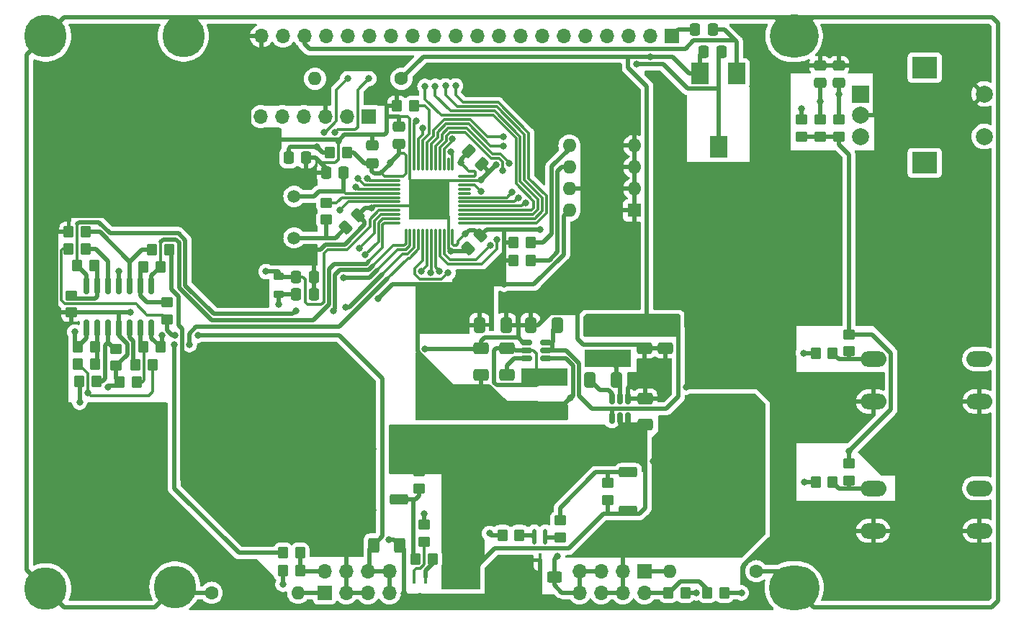
<source format=gbr>
%TF.GenerationSoftware,KiCad,Pcbnew,7.0.6*%
%TF.CreationDate,2023-08-14T13:22:57+02:00*%
%TF.ProjectId,forrasztos,666f7272-6173-47a7-946f-732e6b696361,rev?*%
%TF.SameCoordinates,Original*%
%TF.FileFunction,Copper,L1,Top*%
%TF.FilePolarity,Positive*%
%FSLAX46Y46*%
G04 Gerber Fmt 4.6, Leading zero omitted, Abs format (unit mm)*
G04 Created by KiCad (PCBNEW 7.0.6) date 2023-08-14 13:22:57*
%MOMM*%
%LPD*%
G01*
G04 APERTURE LIST*
G04 Aperture macros list*
%AMRoundRect*
0 Rectangle with rounded corners*
0 $1 Rounding radius*
0 $2 $3 $4 $5 $6 $7 $8 $9 X,Y pos of 4 corners*
0 Add a 4 corners polygon primitive as box body*
4,1,4,$2,$3,$4,$5,$6,$7,$8,$9,$2,$3,0*
0 Add four circle primitives for the rounded corners*
1,1,$1+$1,$2,$3*
1,1,$1+$1,$4,$5*
1,1,$1+$1,$6,$7*
1,1,$1+$1,$8,$9*
0 Add four rect primitives between the rounded corners*
20,1,$1+$1,$2,$3,$4,$5,0*
20,1,$1+$1,$4,$5,$6,$7,0*
20,1,$1+$1,$6,$7,$8,$9,0*
20,1,$1+$1,$8,$9,$2,$3,0*%
G04 Aperture macros list end*
%TA.AperFunction,SMDPad,CuDef*%
%ADD10RoundRect,0.250000X0.400000X0.625000X-0.400000X0.625000X-0.400000X-0.625000X0.400000X-0.625000X0*%
%TD*%
%TA.AperFunction,SMDPad,CuDef*%
%ADD11RoundRect,0.250000X0.450000X-0.350000X0.450000X0.350000X-0.450000X0.350000X-0.450000X-0.350000X0*%
%TD*%
%TA.AperFunction,ComponentPad*%
%ADD12C,2.900000*%
%TD*%
%TA.AperFunction,ConnectorPad*%
%ADD13C,5.000000*%
%TD*%
%TA.AperFunction,SMDPad,CuDef*%
%ADD14RoundRect,0.150000X0.150000X-0.512500X0.150000X0.512500X-0.150000X0.512500X-0.150000X-0.512500X0*%
%TD*%
%TA.AperFunction,ComponentPad*%
%ADD15O,3.670000X3.100000*%
%TD*%
%TA.AperFunction,ConnectorPad*%
%ADD16O,5.970000X5.200000*%
%TD*%
%TA.AperFunction,ComponentPad*%
%ADD17O,3.670000X2.900000*%
%TD*%
%TA.AperFunction,ConnectorPad*%
%ADD18O,5.770000X5.000000*%
%TD*%
%TA.AperFunction,SMDPad,CuDef*%
%ADD19RoundRect,0.250000X-0.337500X-0.475000X0.337500X-0.475000X0.337500X0.475000X-0.337500X0.475000X0*%
%TD*%
%TA.AperFunction,ComponentPad*%
%ADD20O,1.700000X1.700000*%
%TD*%
%TA.AperFunction,ComponentPad*%
%ADD21R,1.700000X1.700000*%
%TD*%
%TA.AperFunction,SMDPad,CuDef*%
%ADD22R,0.450000X1.500000*%
%TD*%
%TA.AperFunction,SMDPad,CuDef*%
%ADD23RoundRect,0.250000X0.475000X-0.337500X0.475000X0.337500X-0.475000X0.337500X-0.475000X-0.337500X0*%
%TD*%
%TA.AperFunction,SMDPad,CuDef*%
%ADD24RoundRect,0.250000X-0.350000X-0.450000X0.350000X-0.450000X0.350000X0.450000X-0.350000X0.450000X0*%
%TD*%
%TA.AperFunction,SMDPad,CuDef*%
%ADD25RoundRect,0.150000X-0.150000X0.825000X-0.150000X-0.825000X0.150000X-0.825000X0.150000X0.825000X0*%
%TD*%
%TA.AperFunction,SMDPad,CuDef*%
%ADD26RoundRect,0.150000X0.512500X0.150000X-0.512500X0.150000X-0.512500X-0.150000X0.512500X-0.150000X0*%
%TD*%
%TA.AperFunction,SMDPad,CuDef*%
%ADD27RoundRect,0.250000X-0.574524X-0.097227X-0.097227X-0.574524X0.574524X0.097227X0.097227X0.574524X0*%
%TD*%
%TA.AperFunction,SMDPad,CuDef*%
%ADD28RoundRect,0.250000X-1.275000X-1.125000X1.275000X-1.125000X1.275000X1.125000X-1.275000X1.125000X0*%
%TD*%
%TA.AperFunction,SMDPad,CuDef*%
%ADD29RoundRect,0.249997X-2.950003X-2.650003X2.950003X-2.650003X2.950003X2.650003X-2.950003X2.650003X0*%
%TD*%
%TA.AperFunction,SMDPad,CuDef*%
%ADD30RoundRect,0.250000X-0.850000X-0.350000X0.850000X-0.350000X0.850000X0.350000X-0.850000X0.350000X0*%
%TD*%
%TA.AperFunction,SMDPad,CuDef*%
%ADD31R,5.500000X2.150000*%
%TD*%
%TA.AperFunction,SMDPad,CuDef*%
%ADD32RoundRect,0.250000X-0.450000X0.350000X-0.450000X-0.350000X0.450000X-0.350000X0.450000X0.350000X0*%
%TD*%
%TA.AperFunction,SMDPad,CuDef*%
%ADD33RoundRect,0.250000X0.650000X-0.412500X0.650000X0.412500X-0.650000X0.412500X-0.650000X-0.412500X0*%
%TD*%
%TA.AperFunction,SMDPad,CuDef*%
%ADD34RoundRect,0.075000X-0.662500X-0.075000X0.662500X-0.075000X0.662500X0.075000X-0.662500X0.075000X0*%
%TD*%
%TA.AperFunction,SMDPad,CuDef*%
%ADD35RoundRect,0.075000X-0.075000X-0.662500X0.075000X-0.662500X0.075000X0.662500X-0.075000X0.662500X0*%
%TD*%
%TA.AperFunction,SMDPad,CuDef*%
%ADD36RoundRect,0.250000X0.350000X0.450000X-0.350000X0.450000X-0.350000X-0.450000X0.350000X-0.450000X0*%
%TD*%
%TA.AperFunction,SMDPad,CuDef*%
%ADD37RoundRect,0.250000X-0.097227X0.574524X-0.574524X0.097227X0.097227X-0.574524X0.574524X-0.097227X0*%
%TD*%
%TA.AperFunction,SMDPad,CuDef*%
%ADD38RoundRect,0.218750X-0.381250X0.218750X-0.381250X-0.218750X0.381250X-0.218750X0.381250X0.218750X0*%
%TD*%
%TA.AperFunction,SMDPad,CuDef*%
%ADD39RoundRect,0.250000X-0.412500X-0.650000X0.412500X-0.650000X0.412500X0.650000X-0.412500X0.650000X0*%
%TD*%
%TA.AperFunction,SMDPad,CuDef*%
%ADD40RoundRect,0.250000X0.412500X0.650000X-0.412500X0.650000X-0.412500X-0.650000X0.412500X-0.650000X0*%
%TD*%
%TA.AperFunction,ComponentPad*%
%ADD41C,1.600000*%
%TD*%
%TA.AperFunction,ComponentPad*%
%ADD42O,1.600000X1.600000*%
%TD*%
%TA.AperFunction,ComponentPad*%
%ADD43O,3.048000X1.850000*%
%TD*%
%TA.AperFunction,SMDPad,CuDef*%
%ADD44RoundRect,0.250000X0.625000X-0.400000X0.625000X0.400000X-0.625000X0.400000X-0.625000X-0.400000X0*%
%TD*%
%TA.AperFunction,SMDPad,CuDef*%
%ADD45R,2.000000X2.500000*%
%TD*%
%TA.AperFunction,ComponentPad*%
%ADD46C,1.500000*%
%TD*%
%TA.AperFunction,ComponentPad*%
%ADD47C,2.000000*%
%TD*%
%TA.AperFunction,ComponentPad*%
%ADD48R,1.600000X1.600000*%
%TD*%
%TA.AperFunction,ComponentPad*%
%ADD49R,2.000000X2.000000*%
%TD*%
%TA.AperFunction,ComponentPad*%
%ADD50R,3.000000X2.500000*%
%TD*%
%TA.AperFunction,SMDPad,CuDef*%
%ADD51RoundRect,0.250000X-0.650000X0.412500X-0.650000X-0.412500X0.650000X-0.412500X0.650000X0.412500X0*%
%TD*%
%TA.AperFunction,SMDPad,CuDef*%
%ADD52RoundRect,0.250000X1.275000X1.125000X-1.275000X1.125000X-1.275000X-1.125000X1.275000X-1.125000X0*%
%TD*%
%TA.AperFunction,SMDPad,CuDef*%
%ADD53RoundRect,0.249997X2.950003X2.650003X-2.950003X2.650003X-2.950003X-2.650003X2.950003X-2.650003X0*%
%TD*%
%TA.AperFunction,SMDPad,CuDef*%
%ADD54RoundRect,0.250000X0.850000X0.350000X-0.850000X0.350000X-0.850000X-0.350000X0.850000X-0.350000X0*%
%TD*%
%TA.AperFunction,ViaPad*%
%ADD55C,0.800000*%
%TD*%
%TA.AperFunction,Conductor*%
%ADD56C,0.500000*%
%TD*%
%TA.AperFunction,Conductor*%
%ADD57C,0.300000*%
%TD*%
G04 APERTURE END LIST*
D10*
%TO.P,R9,1*%
%TO.N,GND*%
X137650000Y-125400000D03*
%TO.P,R9,2*%
%TO.N,/CH1_AMP_N*%
X134550000Y-125400000D03*
%TD*%
D11*
%TO.P,R11,1*%
%TO.N,Net-(R11-Pad1)*%
X190440000Y-117800000D03*
%TO.P,R11,2*%
%TO.N,+3.3V*%
X190440000Y-115800000D03*
%TD*%
D12*
%TO.P,H3,1,1*%
%TO.N,Earth_Protective*%
X111200000Y-130300000D03*
D13*
X111200000Y-130300000D03*
%TD*%
D14*
%TO.P,U1,1,FB*%
%TO.N,+5V*%
X162562499Y-110450000D03*
%TO.P,U1,2,EN*%
%TO.N,+24V*%
X163512499Y-110450000D03*
%TO.P,U1,3,IN*%
X164462499Y-110450000D03*
%TO.P,U1,4,GND*%
%TO.N,GND*%
X164462499Y-108175000D03*
%TO.P,U1,5,SW*%
%TO.N,Net-(U1-SW)*%
X163512499Y-108175000D03*
%TO.P,U1,6,BST*%
%TO.N,Net-(U1-BST)*%
X162562499Y-108175000D03*
%TD*%
D15*
%TO.P,H2,1,1*%
%TO.N,Earth_Protective*%
X184000000Y-130400000D03*
D16*
X184000000Y-130400000D03*
%TD*%
D17*
%TO.P,H1,1,1*%
%TO.N,Earth_Protective*%
X184000000Y-65500000D03*
D18*
X184000000Y-65500000D03*
%TD*%
D11*
%TO.P,R1,1*%
%TO.N,+3.3V*%
X184850000Y-77300000D03*
%TO.P,R1,2*%
%TO.N,/ENC_SW*%
X184850000Y-75300000D03*
%TD*%
D19*
%TO.P,C7,1*%
%TO.N,+5V*%
X173362500Y-67300000D03*
%TO.P,C7,2*%
%TO.N,/LCD_V0*%
X175437500Y-67300000D03*
%TD*%
D20*
%TO.P,J2,1,Pin_1*%
%TO.N,/CH1_AMP_P*%
X131340000Y-131010000D03*
X133880000Y-131010000D03*
X131340000Y-128470000D03*
%TO.P,J2,2,Pin_2*%
%TO.N,/CH1_AMP_N*%
X136420000Y-131010000D03*
X133880000Y-128470000D03*
X136420000Y-128470000D03*
D21*
%TO.P,J2,3,Pin_3*%
%TO.N,Net-(J2-Pin_3)*%
X128800000Y-131010000D03*
D20*
%TO.P,J2,4,Pin_4*%
%TO.N,Net-(J2-Pin_4)*%
X128800000Y-128470000D03*
%TD*%
D22*
%TO.P,Q2,1,C*%
%TO.N,Net-(Q2-C)*%
X140650000Y-129140000D03*
%TO.P,Q2,2,B*%
%TO.N,Net-(Q2-B)*%
X139350000Y-129140000D03*
%TO.P,Q2,3,E*%
%TO.N,GND*%
X140000000Y-131800000D03*
%TD*%
D23*
%TO.P,C16,1*%
%TO.N,+3.3V*%
X134400000Y-80437500D03*
%TO.P,C16,2*%
%TO.N,GND*%
X134400000Y-78362500D03*
%TD*%
D19*
%TO.P,C12,1*%
%TO.N,+3.3VA*%
X125462501Y-93800000D03*
%TO.P,C12,2*%
%TO.N,GND*%
X127537501Y-93800000D03*
%TD*%
%TO.P,C11,1*%
%TO.N,+3.3V*%
X125462500Y-95900001D03*
%TO.P,C11,2*%
%TO.N,GND*%
X127537500Y-95900001D03*
%TD*%
D11*
%TO.P,R4,1*%
%TO.N,Net-(C22-Pad2)*%
X129000000Y-87100000D03*
%TO.P,R4,2*%
%TO.N,/CRYSTAL_2*%
X129000000Y-85100000D03*
%TD*%
D24*
%TO.P,R20,1*%
%TO.N,/NRST*%
X129400000Y-79200000D03*
%TO.P,R20,2*%
%TO.N,+3.3V*%
X131400000Y-79200000D03*
%TD*%
%TO.P,R29,1*%
%TO.N,Net-(U2D-+)*%
X106585000Y-104185000D03*
%TO.P,R29,2*%
%TO.N,/CH2_AMP_N*%
X108585000Y-104185000D03*
%TD*%
D11*
%TO.P,R3,1*%
%TO.N,+3.3V*%
X187050000Y-77300000D03*
%TO.P,R3,2*%
%TO.N,/ENC_A*%
X187050000Y-75300000D03*
%TD*%
D25*
%TO.P,U2,1*%
%TO.N,/CH1_THERMO*%
X108435000Y-94865000D03*
%TO.P,U2,2,-*%
%TO.N,Net-(U2A--)*%
X107165000Y-94865000D03*
%TO.P,U2,3,+*%
%TO.N,Net-(U2A-+)*%
X105895000Y-94865000D03*
%TO.P,U2,4,V+*%
%TO.N,+3.3VA*%
X104625000Y-94865000D03*
%TO.P,U2,5,+*%
%TO.N,Net-(U2B-+)*%
X103355000Y-94865000D03*
%TO.P,U2,6,-*%
%TO.N,Net-(U2B--)*%
X102085000Y-94865000D03*
%TO.P,U2,7*%
%TO.N,/CH1_CURRENT*%
X100815000Y-94865000D03*
%TO.P,U2,8*%
%TO.N,/CH2_THERMO*%
X100815000Y-99815000D03*
%TO.P,U2,9,-*%
%TO.N,Net-(U2C--)*%
X102085000Y-99815000D03*
%TO.P,U2,10,+*%
%TO.N,Net-(U2C-+)*%
X103355000Y-99815000D03*
%TO.P,U2,11,V-*%
%TO.N,GND*%
X104625000Y-99815000D03*
%TO.P,U2,12,+*%
%TO.N,Net-(U2D-+)*%
X105895000Y-99815000D03*
%TO.P,U2,13,-*%
%TO.N,Net-(U2D--)*%
X107165000Y-99815000D03*
%TO.P,U2,14*%
%TO.N,/CH2_CURRENT*%
X108435000Y-99815000D03*
%TD*%
D19*
%TO.P,C8,1*%
%TO.N,GND*%
X172362500Y-64700000D03*
%TO.P,C8,2*%
%TO.N,/LCD_VOUT*%
X174437500Y-64700000D03*
%TD*%
D26*
%TO.P,U3,1,FB*%
%TO.N,+3.3V*%
X154787500Y-103425000D03*
%TO.P,U3,2,EN*%
%TO.N,+5V*%
X154787500Y-102475000D03*
%TO.P,U3,3,IN*%
X154787500Y-101525000D03*
%TO.P,U3,4,GND*%
%TO.N,GND*%
X152512500Y-101525000D03*
%TO.P,U3,5,SW*%
%TO.N,Net-(U3-SW)*%
X152512500Y-102475000D03*
%TO.P,U3,6,BST*%
%TO.N,Net-(U3-BST)*%
X152512500Y-103425000D03*
%TD*%
D27*
%TO.P,C14,1*%
%TO.N,+3.3V*%
X145766377Y-79066377D03*
%TO.P,C14,2*%
%TO.N,GND*%
X147233623Y-80533623D03*
%TD*%
D24*
%TO.P,R8,1*%
%TO.N,Net-(Q1-G)*%
X139500000Y-127000000D03*
%TO.P,R8,2*%
%TO.N,Net-(Q2-C)*%
X141500000Y-127000000D03*
%TD*%
D28*
%TO.P,Q3,1,D*%
%TO.N,/CH2_AMP_P*%
X169125000Y-117575000D03*
X169125000Y-120625000D03*
D29*
X170800000Y-119100000D03*
D28*
X172475000Y-117575000D03*
X172475000Y-120625000D03*
D30*
%TO.P,Q3,2,G*%
%TO.N,Net-(Q3-G)*%
X164500000Y-116820000D03*
%TO.P,Q3,3,S*%
%TO.N,+24V*%
X164500000Y-121380000D03*
%TD*%
D31*
%TO.P,L2,1,1*%
%TO.N,Net-(U3-SW)*%
X154612500Y-105650000D03*
%TO.P,L2,2,2*%
%TO.N,+3.3V*%
X154612500Y-109500000D03*
%TD*%
D32*
%TO.P,R5,1*%
%TO.N,+24V*%
X139900000Y-116700000D03*
%TO.P,R5,2*%
%TO.N,Net-(Q1-G)*%
X139900000Y-118700000D03*
%TD*%
D33*
%TO.P,C21,1*%
%TO.N,+3.3V*%
X147212500Y-105337500D03*
%TO.P,C21,2*%
%TO.N,GND*%
X147212500Y-102212500D03*
%TD*%
D34*
%TO.P,U5,1,VBAT*%
%TO.N,+3.3V*%
X136930500Y-81987500D03*
%TO.P,U5,2,PC13*%
%TO.N,/ENC_SW*%
X136930500Y-82487500D03*
%TO.P,U5,3,PC14*%
%TO.N,/BTN_1*%
X136930500Y-82987500D03*
%TO.P,U5,4,PC15*%
%TO.N,/BTN_2*%
X136930500Y-83487500D03*
%TO.P,U5,5,PD0*%
%TO.N,/CRYSTAL_1*%
X136930500Y-83987500D03*
%TO.P,U5,6,PD1*%
%TO.N,/CRYSTAL_2*%
X136930500Y-84487500D03*
%TO.P,U5,7,NRST*%
%TO.N,/NRST*%
X136930500Y-84987500D03*
%TO.P,U5,8,VSSA*%
%TO.N,GND*%
X136930500Y-85487500D03*
%TO.P,U5,9,VDDA*%
%TO.N,+3.3VA*%
X136930500Y-85987500D03*
%TO.P,U5,10,PA0*%
%TO.N,/CH1_HEATER*%
X136930500Y-86487500D03*
%TO.P,U5,11,PA1*%
%TO.N,/CH2_HEATER*%
X136930500Y-86987500D03*
%TO.P,U5,12,PA2*%
%TO.N,/CH1_THERMO*%
X136930500Y-87487500D03*
D35*
%TO.P,U5,13,PA3*%
%TO.N,/CH1_CURRENT*%
X138343000Y-88900000D03*
%TO.P,U5,14,PA4*%
%TO.N,/CH2_THERMO*%
X138843000Y-88900000D03*
%TO.P,U5,15,PA5*%
%TO.N,/CH2_CURRENT*%
X139343000Y-88900000D03*
%TO.P,U5,16,PA6*%
%TO.N,/CH1_TILT*%
X139843000Y-88900000D03*
%TO.P,U5,17,PA7*%
%TO.N,/CH2_TILT*%
X140343000Y-88900000D03*
%TO.P,U5,18,PB0*%
%TO.N,/LCD_CS1*%
X140843000Y-88900000D03*
%TO.P,U5,19,PB1*%
%TO.N,/LCD_CS2*%
X141343000Y-88900000D03*
%TO.P,U5,20,PB2*%
%TO.N,/LCD_RST*%
X141843000Y-88900000D03*
%TO.P,U5,21,PB10*%
%TO.N,/LCD_D2*%
X142343000Y-88900000D03*
%TO.P,U5,22,PB11*%
%TO.N,/LCD_D3*%
X142843000Y-88900000D03*
%TO.P,U5,23,VSS*%
%TO.N,GND*%
X143343000Y-88900000D03*
%TO.P,U5,24,VDD*%
%TO.N,+3.3V*%
X143843000Y-88900000D03*
D34*
%TO.P,U5,25,PB12*%
%TO.N,/LCD_D4*%
X145255500Y-87487500D03*
%TO.P,U5,26,PB13*%
%TO.N,/LCD_D5*%
X145255500Y-86987500D03*
%TO.P,U5,27,PB14*%
%TO.N,/LCD_D6*%
X145255500Y-86487500D03*
%TO.P,U5,28,PB15*%
%TO.N,/LCD_D7*%
X145255500Y-85987500D03*
%TO.P,U5,29,PA8*%
%TO.N,/LCD_E*%
X145255500Y-85487500D03*
%TO.P,U5,30,PA9*%
%TO.N,/LCD_RW*%
X145255500Y-84987500D03*
%TO.P,U5,31,PA10*%
%TO.N,/LCD_DI*%
X145255500Y-84487500D03*
%TO.P,U5,32,PA11*%
%TO.N,unconnected-(U5-PA11-Pad32)*%
X145255500Y-83987500D03*
%TO.P,U5,33,PA12*%
%TO.N,unconnected-(U5-PA12-Pad33)*%
X145255500Y-83487500D03*
%TO.P,U5,34,PA13*%
%TO.N,/SWDIO*%
X145255500Y-82987500D03*
%TO.P,U5,35,VSS*%
%TO.N,GND*%
X145255500Y-82487500D03*
%TO.P,U5,36,VDD*%
%TO.N,+3.3V*%
X145255500Y-81987500D03*
D35*
%TO.P,U5,37,PA14*%
%TO.N,/SWCLK*%
X143843000Y-80575000D03*
%TO.P,U5,38,PA15*%
%TO.N,unconnected-(U5-PA15-Pad38)*%
X143343000Y-80575000D03*
%TO.P,U5,39,PB3*%
%TO.N,/SWO*%
X142843000Y-80575000D03*
%TO.P,U5,40,PB4*%
%TO.N,/ENC_A*%
X142343000Y-80575000D03*
%TO.P,U5,41,PB5*%
%TO.N,/ENC_B*%
X141843000Y-80575000D03*
%TO.P,U5,42,PB6*%
%TO.N,/i2c_SCL*%
X141343000Y-80575000D03*
%TO.P,U5,43,PB7*%
%TO.N,/i2c_SDA*%
X140843000Y-80575000D03*
%TO.P,U5,44,BOOT0*%
%TO.N,Net-(U5-BOOT0)*%
X140343000Y-80575000D03*
%TO.P,U5,45,PB8*%
%TO.N,/LCD_D0*%
X139843000Y-80575000D03*
%TO.P,U5,46,PB9*%
%TO.N,/LCD_D1*%
X139343000Y-80575000D03*
%TO.P,U5,47,VSS*%
%TO.N,GND*%
X138843000Y-80575000D03*
%TO.P,U5,48,VDD*%
%TO.N,+3.3V*%
X138343000Y-80575000D03*
%TD*%
D23*
%TO.P,C17,1*%
%TO.N,/ENC_B*%
X189250000Y-71000000D03*
%TO.P,C17,2*%
%TO.N,GND*%
X189250000Y-68925000D03*
%TD*%
D19*
%TO.P,C23,1*%
%TO.N,/NRST*%
X124562500Y-79800000D03*
%TO.P,C23,2*%
%TO.N,GND*%
X126637500Y-79800000D03*
%TD*%
D36*
%TO.P,R34,1*%
%TO.N,Net-(U2D--)*%
X106685000Y-106185000D03*
%TO.P,R34,2*%
%TO.N,GND*%
X104685000Y-106185000D03*
%TD*%
D24*
%TO.P,R12,1*%
%TO.N,/CH1_TILT*%
X123900000Y-126300000D03*
%TO.P,R12,2*%
%TO.N,Net-(J2-Pin_4)*%
X125900000Y-126300000D03*
%TD*%
D37*
%TO.P,C13,1*%
%TO.N,+3.3V*%
X147133623Y-88966377D03*
%TO.P,C13,2*%
%TO.N,GND*%
X145666377Y-90433623D03*
%TD*%
D38*
%TO.P,FB2,1*%
%TO.N,+3.3VA*%
X123400000Y-93737500D03*
%TO.P,FB2,2*%
%TO.N,+3.3V*%
X123400000Y-95862500D03*
%TD*%
D24*
%TO.P,R15,1*%
%TO.N,GND*%
X98715000Y-88515000D03*
%TO.P,R15,2*%
%TO.N,Net-(U2A-+)*%
X100715000Y-88515000D03*
%TD*%
%TO.P,R18,1*%
%TO.N,Net-(U2A-+)*%
X108522107Y-90615000D03*
%TO.P,R18,2*%
%TO.N,/CH1_AMP_P*%
X110522107Y-90615000D03*
%TD*%
D36*
%TO.P,R38,1*%
%TO.N,/CH2_TILT*%
X171200000Y-131000000D03*
%TO.P,R38,2*%
%TO.N,Net-(J5-Pin_4)*%
X169200000Y-131000000D03*
%TD*%
D20*
%TO.P,J5,1,Pin_1*%
%TO.N,/CH2_AMP_P*%
X163860000Y-128460000D03*
X163860000Y-131000000D03*
X161320000Y-131000000D03*
%TO.P,J5,2,Pin_2*%
%TO.N,/CH2_AMP_N*%
X161320000Y-128460000D03*
X158780000Y-128460000D03*
X158780000Y-131000000D03*
D21*
%TO.P,J5,3,Pin_3*%
%TO.N,Net-(J5-Pin_3)*%
X166400000Y-128460000D03*
D20*
%TO.P,J5,4,Pin_4*%
%TO.N,Net-(J5-Pin_4)*%
X166400000Y-131000000D03*
%TD*%
D24*
%TO.P,R33,1*%
%TO.N,Net-(U2D--)*%
X107485000Y-102085000D03*
%TO.P,R33,2*%
%TO.N,/CH2_CURRENT*%
X109485000Y-102085000D03*
%TD*%
D21*
%TO.P,J3,1,Pin_1*%
%TO.N,GND*%
X169615000Y-65500000D03*
D20*
%TO.P,J3,2,Pin_2*%
%TO.N,+5V*%
X167075000Y-65500000D03*
%TO.P,J3,3,Pin_3*%
%TO.N,/LCD_V0*%
X164535000Y-65500000D03*
%TO.P,J3,4,Pin_4*%
%TO.N,/LCD_DI*%
X161995000Y-65500000D03*
%TO.P,J3,5,Pin_5*%
%TO.N,/LCD_RW*%
X159455000Y-65500000D03*
%TO.P,J3,6,Pin_6*%
%TO.N,/LCD_E*%
X156915000Y-65500000D03*
%TO.P,J3,7,Pin_7*%
%TO.N,/LCD_D0*%
X154375000Y-65500000D03*
%TO.P,J3,8,Pin_8*%
%TO.N,/LCD_D1*%
X151835000Y-65500000D03*
%TO.P,J3,9,Pin_9*%
%TO.N,/LCD_D2*%
X149295000Y-65500000D03*
%TO.P,J3,10,Pin_10*%
%TO.N,/LCD_D3*%
X146755000Y-65500000D03*
%TO.P,J3,11,Pin_11*%
%TO.N,/LCD_D4*%
X144215000Y-65500000D03*
%TO.P,J3,12,Pin_12*%
%TO.N,/LCD_D5*%
X141675000Y-65500000D03*
%TO.P,J3,13,Pin_13*%
%TO.N,/LCD_D6*%
X139135000Y-65500000D03*
%TO.P,J3,14,Pin_14*%
%TO.N,/LCD_D7*%
X136595000Y-65500000D03*
%TO.P,J3,15,Pin_15*%
%TO.N,/LCD_CS1*%
X134055000Y-65500000D03*
%TO.P,J3,16,Pin_16*%
%TO.N,/LCD_CS2*%
X131515000Y-65500000D03*
%TO.P,J3,17,Pin_17*%
%TO.N,/LCD_RST*%
X128975000Y-65500000D03*
%TO.P,J3,18,Pin_18*%
%TO.N,/LCD_VOUT*%
X126435000Y-65500000D03*
%TO.P,J3,19,Pin_19*%
%TO.N,Net-(J3-Pin_19)*%
X123895000Y-65500000D03*
%TO.P,J3,20,Pin_20*%
%TO.N,GND*%
X121355000Y-65500000D03*
%TD*%
D32*
%TO.P,R32,1*%
%TO.N,Net-(U2B--)*%
X99015000Y-96015000D03*
%TO.P,R32,2*%
%TO.N,GND*%
X99015000Y-98015000D03*
%TD*%
D24*
%TO.P,R7,1*%
%TO.N,+3.3V*%
X151000000Y-91900000D03*
%TO.P,R7,2*%
%TO.N,/i2c_SCL*%
X153000000Y-91900000D03*
%TD*%
D21*
%TO.P,J4,1,Pin_1*%
%TO.N,+3.3V*%
X133981000Y-74958500D03*
D20*
%TO.P,J4,2,Pin_2*%
%TO.N,/SWCLK*%
X131441000Y-74958500D03*
%TO.P,J4,3,Pin_3*%
%TO.N,GND*%
X128901000Y-74958500D03*
%TO.P,J4,4,Pin_4*%
%TO.N,/SWDIO*%
X126361000Y-74958500D03*
%TO.P,J4,5,Pin_5*%
%TO.N,/NRST*%
X123821000Y-74958500D03*
%TO.P,J4,6,Pin_6*%
%TO.N,/SWO*%
X121281000Y-74958500D03*
%TD*%
D39*
%TO.P,C20,1*%
%TO.N,+3.3V*%
X147000000Y-99475000D03*
%TO.P,C20,2*%
%TO.N,GND*%
X150125000Y-99475000D03*
%TD*%
D11*
%TO.P,R13,1*%
%TO.N,Net-(Q2-B)*%
X140500000Y-125000000D03*
%TO.P,R13,2*%
%TO.N,/CH1_HEATER*%
X140500000Y-123000000D03*
%TD*%
D23*
%TO.P,C15,1*%
%TO.N,+3.3V*%
X137500000Y-78200000D03*
%TO.P,C15,2*%
%TO.N,GND*%
X137500000Y-76125000D03*
%TD*%
D36*
%TO.P,R19,1*%
%TO.N,Net-(U2C-+)*%
X101985000Y-106085000D03*
%TO.P,R19,2*%
%TO.N,/CH2_AMP_P*%
X99985000Y-106085000D03*
%TD*%
D40*
%TO.P,C19,1*%
%TO.N,+5V*%
X156125000Y-99475000D03*
%TO.P,C19,2*%
%TO.N,GND*%
X153000000Y-99475000D03*
%TD*%
D41*
%TO.P,R40,1*%
%TO.N,Earth_Protective*%
X179560000Y-128460000D03*
D42*
%TO.P,R40,2*%
%TO.N,Net-(J5-Pin_3)*%
X169400000Y-128460000D03*
%TD*%
D33*
%TO.P,C10,1*%
%TO.N,Net-(U3-BST)*%
X150212500Y-105337500D03*
%TO.P,C10,2*%
%TO.N,Net-(U3-SW)*%
X150212500Y-102212500D03*
%TD*%
%TO.P,C2,1*%
%TO.N,+24V*%
X166500000Y-111237500D03*
%TO.P,C2,2*%
%TO.N,GND*%
X166500000Y-108112500D03*
%TD*%
D11*
%TO.P,R16,1*%
%TO.N,GND*%
X104285000Y-104285000D03*
%TO.P,R16,2*%
%TO.N,Net-(U2C-+)*%
X104285000Y-102285000D03*
%TD*%
D36*
%TO.P,R25,1*%
%TO.N,Net-(U2C--)*%
X101785000Y-102085000D03*
%TO.P,R25,2*%
%TO.N,/CH2_THERMO*%
X99785000Y-102085000D03*
%TD*%
%TO.P,R28,1*%
%TO.N,Net-(U2B-+)*%
X100715000Y-90515000D03*
%TO.P,R28,2*%
%TO.N,/CH1_AMP_N*%
X98715000Y-90515000D03*
%TD*%
%TO.P,R31,1*%
%TO.N,Net-(U2B--)*%
X101715000Y-92515000D03*
%TO.P,R31,2*%
%TO.N,/CH1_CURRENT*%
X99715000Y-92515000D03*
%TD*%
D41*
%TO.P,R30,1*%
%TO.N,+5V*%
X137830000Y-70500000D03*
D42*
%TO.P,R30,2*%
%TO.N,Net-(J3-Pin_19)*%
X127670000Y-70500000D03*
%TD*%
D43*
%TO.P,SW2,1,1*%
%TO.N,Net-(R10-Pad2)*%
X193300000Y-103500000D03*
X205800000Y-103500000D03*
%TO.P,SW2,2,2*%
%TO.N,GND*%
X193300000Y-108500000D03*
X205800000Y-108500000D03*
%TD*%
D44*
%TO.P,R37,1*%
%TO.N,GND*%
X155800000Y-132250000D03*
%TO.P,R37,2*%
%TO.N,/CH2_AMP_N*%
X155800000Y-129150000D03*
%TD*%
D45*
%TO.P,RV1,1,1*%
%TO.N,+5V*%
X172950000Y-69875000D03*
%TO.P,RV1,2,2*%
%TO.N,/LCD_V0*%
X175100000Y-78525000D03*
%TO.P,RV1,3,3*%
%TO.N,/LCD_VOUT*%
X177250000Y-69875000D03*
%TD*%
D23*
%TO.P,C18,1*%
%TO.N,/ENC_A*%
X187050000Y-71000000D03*
%TO.P,C18,2*%
%TO.N,GND*%
X187050000Y-68925000D03*
%TD*%
D12*
%TO.P,H5,1,1*%
%TO.N,Earth_Protective*%
X96000000Y-65500000D03*
D13*
X96000000Y-65500000D03*
%TD*%
D24*
%TO.P,R22,1*%
%TO.N,/CH2_AMP_N*%
X99785000Y-104085000D03*
%TO.P,R22,2*%
%TO.N,Net-(U2C--)*%
X101785000Y-104085000D03*
%TD*%
D11*
%TO.P,R2,1*%
%TO.N,+3.3V*%
X189250000Y-77300000D03*
%TO.P,R2,2*%
%TO.N,/ENC_B*%
X189250000Y-75300000D03*
%TD*%
D46*
%TO.P,Y1,1,1*%
%TO.N,/CRYSTAL_1*%
X125200000Y-84350000D03*
%TO.P,Y1,2,2*%
%TO.N,Net-(C22-Pad2)*%
X125200000Y-89230000D03*
%TD*%
D32*
%TO.P,R36,1*%
%TO.N,Net-(Q3-G)*%
X156500000Y-122500000D03*
%TO.P,R36,2*%
%TO.N,Net-(Q4-C)*%
X156500000Y-124500000D03*
%TD*%
D24*
%TO.P,R27,1*%
%TO.N,GND*%
X137299000Y-73688500D03*
%TO.P,R27,2*%
%TO.N,Net-(U5-BOOT0)*%
X139299000Y-73688500D03*
%TD*%
D43*
%TO.P,SW3,1,1*%
%TO.N,Net-(R11-Pad1)*%
X193300000Y-118700000D03*
X205800000Y-118700000D03*
%TO.P,SW3,2,2*%
%TO.N,GND*%
X193300000Y-123700000D03*
X205800000Y-123700000D03*
%TD*%
D11*
%TO.P,R35,1*%
%TO.N,+24V*%
X162075000Y-120075000D03*
%TO.P,R35,2*%
%TO.N,Net-(Q3-G)*%
X162075000Y-118075000D03*
%TD*%
D47*
%TO.P,J1,1,Pin_1*%
%TO.N,+24V*%
X145100000Y-129500000D03*
%TO.P,J1,2,Pin_2*%
%TO.N,GND*%
X150100000Y-129500000D03*
%TD*%
D37*
%TO.P,C22,1*%
%TO.N,GND*%
X132733623Y-86566377D03*
%TO.P,C22,2*%
%TO.N,Net-(C22-Pad2)*%
X131266377Y-88033623D03*
%TD*%
D12*
%TO.P,H6,1,1*%
%TO.N,Earth_Protective*%
X112200000Y-65500000D03*
D13*
X112200000Y-65500000D03*
%TD*%
D48*
%TO.P,U4,1,A0*%
%TO.N,GND*%
X165200000Y-86000000D03*
D42*
%TO.P,U4,2,A1*%
X165200000Y-83460000D03*
%TO.P,U4,3,A2*%
X165200000Y-80920000D03*
%TO.P,U4,4,GND*%
X165200000Y-78380000D03*
%TO.P,U4,5,SDA*%
%TO.N,/i2c_SDA*%
X157580000Y-78380000D03*
%TO.P,U4,6,SCL*%
%TO.N,/i2c_SCL*%
X157580000Y-80920000D03*
%TO.P,U4,7,WP*%
%TO.N,GND*%
X157580000Y-83460000D03*
%TO.P,U4,8,VCC*%
%TO.N,+3.3V*%
X157580000Y-86000000D03*
%TD*%
D39*
%TO.P,C1,1*%
%TO.N,Net-(U1-BST)*%
X160000000Y-105975000D03*
%TO.P,C1,2*%
%TO.N,Net-(U1-SW)*%
X163125000Y-105975000D03*
%TD*%
D24*
%TO.P,R6,1*%
%TO.N,+3.3V*%
X151000000Y-89800000D03*
%TO.P,R6,2*%
%TO.N,/i2c_SDA*%
X153000000Y-89800000D03*
%TD*%
D41*
%TO.P,R14,1*%
%TO.N,Earth_Protective*%
X115520000Y-131000000D03*
D42*
%TO.P,R14,2*%
%TO.N,Net-(J2-Pin_3)*%
X125680000Y-131000000D03*
%TD*%
D19*
%TO.P,C9,1*%
%TO.N,GND*%
X128962500Y-81600000D03*
%TO.P,C9,2*%
%TO.N,/CRYSTAL_1*%
X131037500Y-81600000D03*
%TD*%
D12*
%TO.P,H4,1,1*%
%TO.N,Earth_Protective*%
X96000000Y-130500000D03*
D13*
X96000000Y-130500000D03*
%TD*%
D49*
%TO.P,SW1,A,A*%
%TO.N,/ENC_B*%
X191850000Y-72300000D03*
D47*
%TO.P,SW1,B,B*%
%TO.N,/ENC_A*%
X191850000Y-77300000D03*
%TO.P,SW1,C,C*%
%TO.N,GND*%
X191850000Y-74800000D03*
D50*
%TO.P,SW1,MP*%
%TO.N,N/C*%
X199350000Y-69200000D03*
X199350000Y-80400000D03*
D47*
%TO.P,SW1,S1,S1*%
%TO.N,GND*%
X206350000Y-72300000D03*
%TO.P,SW1,S2,S2*%
%TO.N,/ENC_SW*%
X206350000Y-77300000D03*
%TD*%
D11*
%TO.P,R26,1*%
%TO.N,Net-(R10-Pad2)*%
X190440000Y-102600000D03*
%TO.P,R26,2*%
%TO.N,+3.3V*%
X190440000Y-100600000D03*
%TD*%
D51*
%TO.P,C4,1*%
%TO.N,+5V*%
X168900000Y-99112500D03*
%TO.P,C4,2*%
%TO.N,GND*%
X168900000Y-102237500D03*
%TD*%
D36*
%TO.P,R17,1*%
%TO.N,Net-(J2-Pin_4)*%
X125900000Y-128400000D03*
%TO.P,R17,2*%
%TO.N,+3.3V*%
X123900000Y-128400000D03*
%TD*%
D31*
%TO.P,L1,1,1*%
%TO.N,Net-(U1-SW)*%
X162100000Y-103400000D03*
%TO.P,L1,2,2*%
%TO.N,+5V*%
X162100000Y-99550000D03*
%TD*%
D36*
%TO.P,R39,1*%
%TO.N,Net-(Q4-B)*%
X151700000Y-124200000D03*
%TO.P,R39,2*%
%TO.N,/CH2_HEATER*%
X149700000Y-124200000D03*
%TD*%
D51*
%TO.P,C3,1*%
%TO.N,+5V*%
X166400000Y-99112500D03*
%TO.P,C3,2*%
%TO.N,GND*%
X166400000Y-102237500D03*
%TD*%
D24*
%TO.P,R10,1*%
%TO.N,/BTN_1*%
X186540000Y-102800000D03*
%TO.P,R10,2*%
%TO.N,Net-(R10-Pad2)*%
X188540000Y-102800000D03*
%TD*%
%TO.P,R24,1*%
%TO.N,/BTN_2*%
X186540000Y-118000000D03*
%TO.P,R24,2*%
%TO.N,Net-(R11-Pad1)*%
X188540000Y-118000000D03*
%TD*%
D22*
%TO.P,Q4,1,C*%
%TO.N,Net-(Q4-C)*%
X154750000Y-124470000D03*
%TO.P,Q4,2,B*%
%TO.N,Net-(Q4-B)*%
X153450000Y-124470000D03*
%TO.P,Q4,3,E*%
%TO.N,GND*%
X154100000Y-127130000D03*
%TD*%
D11*
%TO.P,R21,1*%
%TO.N,/CH1_AMP_N*%
X110315000Y-98815000D03*
%TO.P,R21,2*%
%TO.N,Net-(U2A--)*%
X110315000Y-96815000D03*
%TD*%
D24*
%TO.P,R23,1*%
%TO.N,Net-(U2A--)*%
X107515000Y-92615000D03*
%TO.P,R23,2*%
%TO.N,/CH1_THERMO*%
X109515000Y-92615000D03*
%TD*%
%TO.P,R41,1*%
%TO.N,Net-(J5-Pin_4)*%
X173800000Y-131000000D03*
%TO.P,R41,2*%
%TO.N,+3.3V*%
X175800000Y-131000000D03*
%TD*%
D52*
%TO.P,Q1,1,D*%
%TO.N,/CH1_AMP_P*%
X132875000Y-119225000D03*
X132875000Y-116175000D03*
D53*
X131200000Y-117700000D03*
D52*
X129525000Y-119225000D03*
X129525000Y-116175000D03*
D54*
%TO.P,Q1,2,G*%
%TO.N,Net-(Q1-G)*%
X137500000Y-119980000D03*
%TO.P,Q1,3,S*%
%TO.N,+24V*%
X137500000Y-115420000D03*
%TD*%
D55*
%TO.N,GND*%
X168900000Y-106800000D03*
X103325000Y-106805000D03*
X171300000Y-106800000D03*
X147200000Y-82400000D03*
X181400000Y-124700000D03*
X134300000Y-85737000D03*
X148987083Y-80612917D03*
X138100000Y-131100000D03*
X130400000Y-77800000D03*
X105925000Y-98005000D03*
X143600000Y-90800000D03*
X136359817Y-124729908D03*
X127537501Y-92162499D03*
X140600000Y-102300000D03*
%TO.N,+5V*%
X167100000Y-67900000D03*
%TO.N,/LCD_V0*%
X165450000Y-68800000D03*
%TO.N,+3.3V*%
X136521000Y-80419500D03*
X145300000Y-88800000D03*
X123900000Y-130000000D03*
X149900000Y-94700000D03*
X144800000Y-80419500D03*
X177800000Y-131000000D03*
X154100000Y-88250000D03*
X123400000Y-97100000D03*
X157700000Y-108100000D03*
X190440000Y-114360000D03*
X135100000Y-96400000D03*
%TO.N,+3.3VA*%
X121900000Y-93200000D03*
X104625000Y-93205000D03*
%TO.N,/ENC_B*%
X189250000Y-72300000D03*
X150487083Y-80500000D03*
%TO.N,/ENC_A*%
X149737083Y-81320023D03*
X187050000Y-73200000D03*
%TO.N,/NRST*%
X127900000Y-78514000D03*
X130614683Y-86000000D03*
%TO.N,/CH1_AMP_P*%
X132300000Y-113300000D03*
X127300000Y-117700000D03*
X128200000Y-121300001D03*
X129999999Y-114099999D03*
X127300000Y-115000000D03*
X130900001Y-114099999D03*
X133600000Y-114099999D03*
X134500000Y-114099999D03*
X127300000Y-118600000D03*
X128699999Y-113300000D03*
X129600000Y-113299999D03*
X131400000Y-113300000D03*
X134100000Y-113300000D03*
X132300000Y-122100001D03*
X127800000Y-113300000D03*
X133200000Y-113300000D03*
X131800000Y-121300001D03*
X126400000Y-119500000D03*
X132700000Y-121300001D03*
X130900000Y-121300000D03*
X127300000Y-121300001D03*
X127300000Y-120400000D03*
X133600000Y-121300001D03*
X129599999Y-122100001D03*
X131400000Y-122100001D03*
X126400000Y-120400000D03*
X129099999Y-121300001D03*
X128200000Y-114099999D03*
X127300000Y-116800000D03*
X130500001Y-122100001D03*
X129099999Y-114099999D03*
X127300000Y-114099999D03*
X127800000Y-122100001D03*
X128699999Y-122100001D03*
X126400000Y-115000000D03*
X133200000Y-122100001D03*
X134500000Y-121300001D03*
X126900000Y-122100001D03*
X127300000Y-119500000D03*
X126400000Y-115900000D03*
X130000000Y-121300000D03*
X126400000Y-116800000D03*
X126400000Y-117700000D03*
X126900000Y-113300000D03*
X126400000Y-121300000D03*
X130500000Y-113299999D03*
X134100000Y-122100001D03*
X127300000Y-115900000D03*
X126400000Y-114100000D03*
X126400000Y-118600000D03*
X131800000Y-114099999D03*
X132700000Y-114099999D03*
%TO.N,/CH1_AMP_N*%
X113900000Y-100700000D03*
X111175500Y-100700000D03*
%TO.N,/LCD_DI*%
X150842800Y-83858340D03*
%TO.N,/LCD_RW*%
X151605423Y-84504414D03*
%TO.N,/LCD_E*%
X152426876Y-85083606D03*
%TO.N,/LCD_D0*%
X140343000Y-76273000D03*
%TO.N,/LCD_D1*%
X139592500Y-75500000D03*
%TO.N,/LCD_D2*%
X149057647Y-89400000D03*
%TO.N,/LCD_D3*%
X148300000Y-90100000D03*
%TO.N,/LCD_D4*%
X144200000Y-71349500D03*
%TO.N,/LCD_D5*%
X143000000Y-71349500D03*
%TO.N,/LCD_D6*%
X141800000Y-71400000D03*
%TO.N,/LCD_D7*%
X140600000Y-71400000D03*
%TO.N,/LCD_CS1*%
X130000000Y-76800000D03*
X140200000Y-93150500D03*
X134000000Y-70500000D03*
%TO.N,/LCD_CS2*%
X131500000Y-70500000D03*
X128691581Y-76815000D03*
X141300000Y-93300000D03*
%TO.N,/LCD_RST*%
X142320023Y-93149500D03*
%TO.N,/SWCLK*%
X143644730Y-79067230D03*
%TO.N,/SWDIO*%
X147149500Y-83738000D03*
%TO.N,/SWO*%
X143841500Y-77567730D03*
%TO.N,/CH2_AMP_P*%
X168700000Y-123500001D03*
X172300001Y-123500001D03*
X175500000Y-116400000D03*
X174100000Y-114700000D03*
X172800001Y-115499999D03*
X175500000Y-118200000D03*
X173200001Y-123500001D03*
X168700000Y-114700000D03*
X170100000Y-122700001D03*
X167400000Y-115499999D03*
X174600000Y-120000000D03*
X170500000Y-114700000D03*
X171000000Y-122700000D03*
X175000000Y-123500001D03*
X167800000Y-123500001D03*
X100000000Y-108585000D03*
X172800001Y-122700001D03*
X171400000Y-114699999D03*
X175500000Y-117300000D03*
X169600000Y-123500001D03*
X167400000Y-122700001D03*
X171900000Y-122700000D03*
X170999999Y-115499999D03*
X169200000Y-115499999D03*
X168300000Y-115499999D03*
X170100000Y-115499999D03*
X174600000Y-115499999D03*
X175500000Y-115500000D03*
X174600000Y-116400000D03*
X175500000Y-119100000D03*
X174600000Y-119100000D03*
X173200001Y-114700000D03*
X175500000Y-121800000D03*
X174600000Y-120900000D03*
X175500000Y-120900000D03*
X174600000Y-117300000D03*
X172300000Y-114699999D03*
X175000000Y-114700000D03*
X173700000Y-122700001D03*
X170500000Y-123500001D03*
X169200000Y-122700001D03*
X175500000Y-122700000D03*
X168300000Y-122700001D03*
X171900001Y-115499999D03*
X175500000Y-120000000D03*
X167800000Y-114700000D03*
X171399999Y-123500001D03*
X174600000Y-122700001D03*
X174600000Y-118200000D03*
X169600000Y-114700000D03*
X174600000Y-121800000D03*
X173700000Y-115499999D03*
X174100000Y-123500001D03*
%TO.N,/CH2_AMP_N*%
X101000000Y-107500000D03*
X156200000Y-126700000D03*
%TO.N,/ENC_SW*%
X133833360Y-82234000D03*
X184850000Y-74000000D03*
%TO.N,/i2c_SDA*%
X149836583Y-77300000D03*
%TO.N,/i2c_SCL*%
X149836583Y-78400000D03*
%TO.N,/CH1_TILT*%
X111100000Y-101800000D03*
X112900000Y-101800000D03*
%TO.N,/CH1_HEATER*%
X140500000Y-121700000D03*
X132838973Y-90446263D03*
%TO.N,/CH2_THERMO*%
X99425000Y-100305000D03*
X131000000Y-93900000D03*
%TO.N,/CH2_TILT*%
X172500000Y-131000000D03*
X143303653Y-93349500D03*
%TO.N,/CH2_HEATER*%
X148200000Y-124000000D03*
X133596355Y-91203645D03*
%TO.N,/BTN_1*%
X132698397Y-82206112D03*
X185100000Y-102800000D03*
%TO.N,/CH1_CURRENT*%
X125400000Y-97800000D03*
X129800000Y-97800000D03*
%TO.N,/CH2_CURRENT*%
X109685000Y-100685000D03*
X131300000Y-97400000D03*
%TO.N,/BTN_2*%
X132449500Y-83238000D03*
X185200000Y-118000000D03*
%TD*%
D56*
%TO.N,/CH1_AMP_P*%
X131200000Y-117700000D02*
X112025000Y-117700000D01*
X112025000Y-117700000D02*
X112025000Y-99905000D01*
X112025000Y-99905000D02*
X111615000Y-99495000D01*
X111615000Y-96115000D02*
X110815000Y-95315000D01*
X111615000Y-99495000D02*
X111615000Y-96115000D01*
X110815000Y-95315000D02*
X110815000Y-90907893D01*
X110815000Y-90907893D02*
X110522107Y-90615000D01*
%TO.N,Net-(U1-BST)*%
X162562499Y-108175000D02*
X162562499Y-107537499D01*
X161200000Y-107175000D02*
X160000000Y-105975000D01*
X162200000Y-107175000D02*
X161200000Y-107175000D01*
X162562499Y-107537499D02*
X162200000Y-107175000D01*
%TO.N,Net-(U1-SW)*%
X163512499Y-108175000D02*
X163512499Y-106362499D01*
X163125000Y-104425000D02*
X162100000Y-103400000D01*
X163125000Y-105975000D02*
X163125000Y-104425000D01*
X163512499Y-106362499D02*
X163125000Y-105975000D01*
%TO.N,+24V*%
X164500000Y-111237500D02*
X163637500Y-111237500D01*
X164820000Y-121700000D02*
X164500000Y-121380000D01*
X161600000Y-121700000D02*
X162700000Y-121700000D01*
X166500000Y-111237500D02*
X164500000Y-111237500D01*
X145100000Y-115420000D02*
X139820000Y-115420000D01*
X145100000Y-129500000D02*
X145100000Y-115420000D01*
X166500000Y-116100000D02*
X166500000Y-121000000D01*
X165800000Y-121700000D02*
X164820000Y-121700000D01*
X145100000Y-115420000D02*
X166480000Y-115420000D01*
X166500000Y-121000000D02*
X165800000Y-121700000D01*
X139820000Y-115420000D02*
X139900000Y-115500000D01*
X164462499Y-110450000D02*
X164462499Y-111199999D01*
X163512499Y-111112499D02*
X163512499Y-110450000D01*
X164500000Y-121380000D02*
X164180000Y-121700000D01*
X145100000Y-129500000D02*
X148800000Y-125800000D01*
X163637500Y-111237500D02*
X163512499Y-111112499D01*
X157500000Y-125800000D02*
X161600000Y-121700000D01*
X166500000Y-116100000D02*
X166500000Y-111237500D01*
X164462499Y-111199999D02*
X164500000Y-111237500D01*
X139900000Y-115500000D02*
X139900000Y-116700000D01*
X166480000Y-115420000D02*
X166500000Y-115400000D01*
X164180000Y-121700000D02*
X162700000Y-121700000D01*
X166500000Y-115400000D02*
X166500000Y-116100000D01*
X148800000Y-125800000D02*
X157500000Y-125800000D01*
X137500000Y-115420000D02*
X139820000Y-115420000D01*
X162075000Y-121700000D02*
X162075000Y-120075000D01*
%TO.N,GND*%
X203300000Y-108100000D02*
X203700000Y-108500000D01*
X193500000Y-69250000D02*
X193500000Y-74800000D01*
X203300000Y-74800000D02*
X203300000Y-108100000D01*
X140600000Y-102300000D02*
X147125000Y-102300000D01*
D57*
X139012500Y-85487500D02*
X139916959Y-84583041D01*
D56*
X128901000Y-73401000D02*
X128700000Y-73200000D01*
X166500000Y-106000000D02*
X166500000Y-108112500D01*
D57*
X139916959Y-83339582D02*
X139916959Y-82487500D01*
D56*
X168900000Y-106800000D02*
X168900000Y-102237500D01*
X158525000Y-98075000D02*
X158500000Y-98075000D01*
X136140000Y-76863500D02*
X136140000Y-74958500D01*
X147612500Y-100975000D02*
X147212500Y-101375000D01*
X168900000Y-102237500D02*
X168900000Y-103400000D01*
X133500000Y-87700000D02*
X133500000Y-87332754D01*
X136359817Y-124729908D02*
X136979908Y-124729908D01*
X136979908Y-124729908D02*
X137650000Y-125400000D01*
X157800000Y-132700000D02*
X157350000Y-132250000D01*
X128962500Y-81600000D02*
X126800000Y-81600000D01*
X134400000Y-78362500D02*
X134400000Y-77155500D01*
X135886000Y-77117500D02*
X136140000Y-76863500D01*
X189250000Y-68925000D02*
X193175000Y-68925000D01*
X128700000Y-73200000D02*
X119900000Y-73200000D01*
X104285000Y-104285000D02*
X104285000Y-105785000D01*
D57*
X136930500Y-85487500D02*
X139012500Y-85487500D01*
D56*
X137500000Y-76125000D02*
X137537000Y-76088000D01*
X166400000Y-102237500D02*
X165937500Y-101775000D01*
X105585000Y-102985000D02*
X104285000Y-104285000D01*
X128300000Y-90600000D02*
X128900000Y-90000000D01*
X105585000Y-101674949D02*
X105585000Y-102985000D01*
X181400000Y-124700000D02*
X181100000Y-124700000D01*
D57*
X130400000Y-80000000D02*
X130400000Y-77800000D01*
D56*
X178000000Y-127800000D02*
X178000000Y-129400000D01*
X151562500Y-99475000D02*
X151562500Y-100975000D01*
X127500000Y-90600000D02*
X128300000Y-90600000D01*
X124400000Y-82800000D02*
X123600000Y-83600000D01*
X105925000Y-98005000D02*
X104625000Y-98005000D01*
X158500000Y-101100000D02*
X158500000Y-98075000D01*
X134400000Y-77155500D02*
X134362000Y-77117500D01*
X153800000Y-132700000D02*
X154100000Y-132400000D01*
D57*
X138843000Y-82343000D02*
X138987500Y-82487500D01*
D56*
X128900000Y-90000000D02*
X131200000Y-90000000D01*
X119900000Y-86600000D02*
X119900000Y-73200000D01*
D57*
X138843000Y-75248500D02*
X138553000Y-74958500D01*
D56*
X164600000Y-106700000D02*
X168800000Y-106700000D01*
D57*
X134300000Y-85737000D02*
X134549500Y-85487500D01*
D56*
X181100000Y-124700000D02*
X178000000Y-127800000D01*
X139600000Y-132700000D02*
X140000000Y-132700000D01*
D57*
X139916959Y-82487500D02*
X145255500Y-82487500D01*
D56*
X171300000Y-106800000D02*
X179700000Y-106800000D01*
D57*
X128300000Y-80400000D02*
X130000000Y-80400000D01*
D56*
X153900000Y-99475000D02*
X153000000Y-99475000D01*
X153000000Y-99475000D02*
X151562500Y-99475000D01*
X140000000Y-131800000D02*
X140000000Y-132700000D01*
X97215000Y-88500000D02*
X97215000Y-86785000D01*
D57*
X147200000Y-82400000D02*
X147112500Y-82487500D01*
D56*
X127700000Y-79800000D02*
X126637500Y-79800000D01*
X179000000Y-130400000D02*
X179000000Y-131900000D01*
X97215000Y-97615000D02*
X97215000Y-88500000D01*
X193300000Y-108500000D02*
X181400000Y-108500000D01*
X164462499Y-106837501D02*
X164600000Y-106700000D01*
X119900000Y-88300000D02*
X119900000Y-86600000D01*
X119835000Y-86665000D02*
X119900000Y-86600000D01*
X119900000Y-77664500D02*
X130264500Y-77664500D01*
X203700000Y-108500000D02*
X205800000Y-108500000D01*
X166400000Y-102237500D02*
X168900000Y-102237500D01*
X123600000Y-90000000D02*
X124400000Y-90800000D01*
X97615000Y-98015000D02*
X97215000Y-97615000D01*
X170415000Y-64700000D02*
X169615000Y-65500000D01*
D57*
X143343000Y-88900000D02*
X143343000Y-86765623D01*
D56*
X136151500Y-73688500D02*
X137299000Y-73688500D01*
X128901000Y-74958500D02*
X128901000Y-73401000D01*
X165200000Y-91400000D02*
X158525000Y-98075000D01*
X123762499Y-92162499D02*
X119900000Y-88300000D01*
X134362000Y-77117500D02*
X135886000Y-77117500D01*
D57*
X130000000Y-80400000D02*
X130400000Y-80000000D01*
D56*
X155300000Y-98075000D02*
X153900000Y-99475000D01*
X140000000Y-132700000D02*
X150100000Y-132700000D01*
X181400000Y-108500000D02*
X181400000Y-124700000D01*
X138100000Y-125850000D02*
X137650000Y-125400000D01*
X151387500Y-100975000D02*
X147612500Y-100975000D01*
D57*
X143343000Y-86765623D02*
X139916959Y-83339582D01*
D56*
X104615000Y-98015000D02*
X99015000Y-98015000D01*
X157350000Y-132250000D02*
X155800000Y-132250000D01*
X133563000Y-85737000D02*
X132733623Y-86566377D01*
X137537000Y-76088000D02*
X137537000Y-74958500D01*
X193175000Y-68925000D02*
X193500000Y-69250000D01*
X97215000Y-86785000D02*
X97335000Y-86665000D01*
X126800000Y-81600000D02*
X125600000Y-82800000D01*
X159175000Y-101775000D02*
X158500000Y-101100000D01*
X152112500Y-101525000D02*
X151562500Y-100975000D01*
X123800000Y-92162499D02*
X127537501Y-92162499D01*
X136140000Y-73700000D02*
X136151500Y-73688500D01*
X104625000Y-99815000D02*
X104625000Y-98005000D01*
X179000000Y-131900000D02*
X178200000Y-132700000D01*
X147233623Y-80533623D02*
X148150000Y-81450000D01*
X104625000Y-99815000D02*
X104625000Y-100714949D01*
X178200000Y-132700000D02*
X157800000Y-132700000D01*
D57*
X138553000Y-74958500D02*
X137537000Y-74958500D01*
D56*
X97335000Y-86665000D02*
X119835000Y-86665000D01*
X121355000Y-67045000D02*
X121355000Y-65500000D01*
X130400000Y-77800000D02*
X131082500Y-77117500D01*
X158500000Y-98075000D02*
X157100000Y-98075000D01*
X127537500Y-95899999D02*
X127537502Y-93800000D01*
X123800000Y-92162499D02*
X123762499Y-92162499D01*
X157580000Y-83460000D02*
X165200000Y-83460000D01*
X128100000Y-80200000D02*
X127700000Y-79800000D01*
D57*
X128100000Y-80200000D02*
X128300000Y-80400000D01*
D56*
X127300000Y-90800000D02*
X127500000Y-90600000D01*
X104625000Y-98005000D02*
X104615000Y-98015000D01*
X127537501Y-90637501D02*
X127500000Y-90600000D01*
X128100000Y-80200000D02*
X128962500Y-81062500D01*
D57*
X143343000Y-90543000D02*
X143600000Y-90800000D01*
D56*
X138100000Y-131100000D02*
X138100000Y-132700000D01*
D57*
X138843000Y-80575000D02*
X138843000Y-75248500D01*
D56*
X104685000Y-106185000D02*
X104265000Y-106605000D01*
X130264500Y-77664500D02*
X130400000Y-77800000D01*
X103525000Y-106605000D02*
X103325000Y-106805000D01*
X145666377Y-90433623D02*
X145300000Y-90800000D01*
D57*
X147112500Y-82487500D02*
X145255500Y-82487500D01*
D56*
X104265000Y-106605000D02*
X103525000Y-106605000D01*
X165200000Y-86000000D02*
X165200000Y-91400000D01*
X138100000Y-132700000D02*
X139600000Y-132700000D01*
X123600000Y-83600000D02*
X123600000Y-90000000D01*
X151562500Y-99475000D02*
X150125000Y-99475000D01*
X151562500Y-100975000D02*
X151387500Y-100975000D01*
X104285000Y-105785000D02*
X104685000Y-106185000D01*
X127537501Y-92162499D02*
X127537501Y-90637501D01*
X147212500Y-101375000D02*
X147212500Y-102212500D01*
D57*
X139916959Y-84583041D02*
X139916959Y-83339582D01*
D56*
X164462499Y-108175000D02*
X164462499Y-106837501D01*
X172362500Y-64700000D02*
X170415000Y-64700000D01*
X150100000Y-129500000D02*
X150100000Y-132700000D01*
D57*
X143343000Y-88900000D02*
X143343000Y-90543000D01*
D56*
X124400000Y-90800000D02*
X127300000Y-90800000D01*
D57*
X134549500Y-85487500D02*
X136930500Y-85487500D01*
D56*
X97230000Y-88515000D02*
X97215000Y-88500000D01*
X119900000Y-73200000D02*
X119900000Y-68500000D01*
X127537501Y-92162499D02*
X127537501Y-93800000D01*
X131082500Y-77117500D02*
X134362000Y-77117500D01*
D57*
X138987500Y-82487500D02*
X139916959Y-82487500D01*
D56*
X166400000Y-102237500D02*
X166400000Y-105900000D01*
X147125000Y-102300000D02*
X147212500Y-102212500D01*
X150100000Y-132700000D02*
X153800000Y-132700000D01*
X99015000Y-98015000D02*
X97615000Y-98015000D01*
X178000000Y-129400000D02*
X179000000Y-130400000D01*
X145300000Y-90800000D02*
X143600000Y-90800000D01*
X165937500Y-101775000D02*
X159175000Y-101775000D01*
X128962500Y-81062500D02*
X128962500Y-81600000D01*
X193500000Y-74800000D02*
X191850000Y-74800000D01*
X187050000Y-68925000D02*
X189250000Y-68925000D01*
X136140000Y-74958500D02*
X136140000Y-73700000D01*
X138100000Y-131100000D02*
X138100000Y-125850000D01*
X152512500Y-101525000D02*
X152112500Y-101525000D01*
X168800000Y-106700000D02*
X168900000Y-106800000D01*
X133500000Y-87332754D02*
X132733623Y-86566377D01*
X157100000Y-98075000D02*
X155300000Y-98075000D01*
X136140000Y-74958500D02*
X137537000Y-74958500D01*
X119900000Y-68500000D02*
X121355000Y-67045000D01*
X166400000Y-105900000D02*
X166500000Y-106000000D01*
X206350000Y-72300000D02*
X203850000Y-74800000D01*
X131200000Y-90000000D02*
X133500000Y-87700000D01*
D57*
X138843000Y-80575000D02*
X138843000Y-82343000D01*
D56*
X104625000Y-100714949D02*
X105585000Y-101674949D01*
X98715000Y-88515000D02*
X97230000Y-88515000D01*
X148987083Y-80612917D02*
X147200000Y-82400000D01*
X179700000Y-106800000D02*
X181400000Y-108500000D01*
X154100000Y-132400000D02*
X154100000Y-127130000D01*
X134300000Y-85737000D02*
X133563000Y-85737000D01*
X203850000Y-74800000D02*
X193500000Y-74800000D01*
X125600000Y-82800000D02*
X124400000Y-82800000D01*
%TO.N,+5V*%
X169700000Y-67900000D02*
X171675000Y-69875000D01*
X170400000Y-100000000D02*
X169512500Y-99112500D01*
X166700000Y-98812500D02*
X166400000Y-99112500D01*
X162562499Y-109375001D02*
X162600000Y-109337500D01*
X155681250Y-101425000D02*
X155681250Y-99993750D01*
X140430000Y-67900000D02*
X137830000Y-70500000D01*
X167100000Y-67900000D02*
X164500000Y-67900000D01*
X155581250Y-101525000D02*
X154912500Y-101525000D01*
X155581250Y-101525000D02*
X155681250Y-101425000D01*
X162562499Y-110450000D02*
X162562499Y-109375001D01*
X167100000Y-67900000D02*
X169700000Y-67900000D01*
X154912500Y-102475000D02*
X155318750Y-102475000D01*
X171675000Y-69875000D02*
X172800000Y-69875000D01*
X162600000Y-109337500D02*
X160262500Y-109337500D01*
X168962500Y-109337500D02*
X170400000Y-107900000D01*
X164500000Y-69226041D02*
X166700000Y-71426041D01*
X158712500Y-103985050D02*
X157202449Y-102475000D01*
X155581250Y-102212500D02*
X155581250Y-101525000D01*
X157202449Y-102475000D02*
X154787500Y-102475000D01*
X172800000Y-69875000D02*
X172875000Y-69800000D01*
X172950000Y-69875000D02*
X172950000Y-67712500D01*
X169512500Y-99112500D02*
X168900000Y-99112500D01*
X166700000Y-71426041D02*
X166700000Y-98812500D01*
X155318750Y-102475000D02*
X155581250Y-102212500D01*
X160262500Y-109337500D02*
X158712500Y-107787500D01*
X158712500Y-107787500D02*
X158712500Y-103985050D01*
X168900000Y-99112500D02*
X166400000Y-99112500D01*
X166400000Y-99112500D02*
X162537500Y-99112500D01*
X170400000Y-107900000D02*
X170400000Y-100000000D01*
X164500000Y-67900000D02*
X164500000Y-69226041D01*
X162600000Y-109337500D02*
X168962500Y-109337500D01*
X162537500Y-99112500D02*
X162100000Y-99550000D01*
X155681250Y-99993750D02*
X156162500Y-99512500D01*
X172950000Y-67712500D02*
X173362500Y-67300000D01*
X164500000Y-67900000D02*
X140430000Y-67900000D01*
%TO.N,/LCD_V0*%
X165450000Y-68800000D02*
X168600000Y-68800000D01*
X175100000Y-67637500D02*
X175100000Y-71700000D01*
X168600000Y-68800000D02*
X171500000Y-71700000D01*
X175100000Y-71700000D02*
X175100000Y-78525000D01*
X175437500Y-67300000D02*
X175100000Y-67637500D01*
X171500000Y-71700000D02*
X175100000Y-71700000D01*
%TO.N,/LCD_VOUT*%
X127000000Y-67000000D02*
X126435000Y-66435000D01*
X177250000Y-66150000D02*
X177100000Y-66000000D01*
X177100000Y-66000000D02*
X172200000Y-66000000D01*
X177250000Y-69875000D02*
X177250000Y-66150000D01*
X177250000Y-66150000D02*
X175800000Y-64700000D01*
X126435000Y-66435000D02*
X126435000Y-65500000D01*
X175800000Y-64700000D02*
X174437500Y-64700000D01*
X171200000Y-67000000D02*
X127000000Y-67000000D01*
X172200000Y-66000000D02*
X171200000Y-67000000D01*
%TO.N,/CRYSTAL_1*%
X131000000Y-83800000D02*
X131037500Y-83762500D01*
X128100000Y-83800000D02*
X131000000Y-83800000D01*
X127550000Y-84350000D02*
X128100000Y-83800000D01*
X131037500Y-83762500D02*
X131037500Y-81600000D01*
D57*
X136930500Y-83987500D02*
X131262500Y-83987500D01*
X131262500Y-83987500D02*
X131037500Y-83762500D01*
D56*
X125200000Y-84350000D02*
X127550000Y-84350000D01*
%TO.N,Net-(U3-BST)*%
X150212500Y-104275000D02*
X150212500Y-105337500D01*
X152512500Y-103425000D02*
X151062500Y-103425000D01*
X151062500Y-103425000D02*
X150212500Y-104275000D01*
%TO.N,Net-(U3-SW)*%
X148975000Y-102212500D02*
X148712500Y-102475000D01*
D57*
X152512500Y-102475000D02*
X153312500Y-102475000D01*
D56*
X149012500Y-106575000D02*
X153687500Y-106575000D01*
D57*
X153675000Y-104712500D02*
X154612500Y-105650000D01*
D56*
X150212500Y-102212500D02*
X148975000Y-102212500D01*
X148712500Y-106275000D02*
X149012500Y-106575000D01*
X150950000Y-102212500D02*
X150212500Y-102212500D01*
X152637500Y-102475000D02*
X151212500Y-102475000D01*
D57*
X153312500Y-102475000D02*
X153675000Y-102837500D01*
X153675000Y-102837500D02*
X153675000Y-104712500D01*
D56*
X148712500Y-102475000D02*
X148712500Y-106275000D01*
X151212500Y-102475000D02*
X150950000Y-102212500D01*
X153687500Y-106575000D02*
X154612500Y-105650000D01*
D57*
%TO.N,+3.3V*%
X146400000Y-81987500D02*
X146500000Y-81887500D01*
D56*
X177800000Y-131000000D02*
X175800000Y-131000000D01*
X134689500Y-81689500D02*
X135378000Y-81689500D01*
X143775000Y-106675000D02*
X147212500Y-106675000D01*
X149900000Y-91900000D02*
X151000000Y-91900000D01*
X154612500Y-109500000D02*
X156287500Y-109500000D01*
D57*
X145780500Y-81400000D02*
X144800000Y-80419500D01*
X144000000Y-90100000D02*
X143843000Y-89943000D01*
D56*
X136521000Y-80546500D02*
X135378000Y-81689500D01*
X156900000Y-91189949D02*
X156900000Y-86680000D01*
D57*
X144500000Y-89900000D02*
X144300000Y-90100000D01*
X135803000Y-81987500D02*
X135505000Y-81689500D01*
D56*
X123400000Y-97100000D02*
X123400000Y-95862500D01*
D57*
X145255500Y-81987500D02*
X146400000Y-81987500D01*
D56*
X137537000Y-79276500D02*
X137537000Y-78237000D01*
X136800000Y-94700000D02*
X139700000Y-94700000D01*
D57*
X146500000Y-81500000D02*
X146400000Y-81400000D01*
D56*
X149900000Y-88250000D02*
X151000000Y-88250000D01*
D57*
X138343000Y-80575000D02*
X138343000Y-79511000D01*
D56*
X134362000Y-81362000D02*
X134689500Y-81689500D01*
X153389949Y-94700000D02*
X156900000Y-91189949D01*
X190440000Y-100600000D02*
X190440000Y-79440000D01*
X151000000Y-89800000D02*
X149907647Y-89800000D01*
X158012500Y-104275000D02*
X158012500Y-107775000D01*
X193200000Y-100600000D02*
X190440000Y-100600000D01*
D57*
X143843000Y-89943000D02*
X143843000Y-88900000D01*
D56*
X147212500Y-105337500D02*
X147212500Y-106675000D01*
D57*
X135505000Y-81689500D02*
X135378000Y-81689500D01*
D56*
X149900000Y-88250000D02*
X149907647Y-88257647D01*
X133437500Y-80437500D02*
X132200000Y-79200000D01*
X147133623Y-88966377D02*
X147850000Y-88250000D01*
X190440000Y-114360000D02*
X190440000Y-115800000D01*
X139700000Y-94700000D02*
X149900000Y-94700000D01*
D57*
X138012500Y-81987500D02*
X138343000Y-81657000D01*
X135803000Y-81987500D02*
X136930500Y-81987500D01*
D56*
X137537000Y-79276500D02*
X137537000Y-79403500D01*
X140250000Y-103150000D02*
X143775000Y-106675000D01*
X190440000Y-114360000D02*
X195400000Y-109400000D01*
X147850000Y-88250000D02*
X149900000Y-88250000D01*
X144800000Y-80419500D02*
X144800000Y-80032754D01*
X190440000Y-79440000D02*
X189250000Y-78250000D01*
D57*
X138108500Y-79276500D02*
X137537000Y-79276500D01*
D56*
X149900000Y-94700000D02*
X153389949Y-94700000D01*
X125462500Y-95900001D02*
X123437500Y-95900000D01*
X149907647Y-88257647D02*
X149907647Y-89800000D01*
D57*
X144300000Y-90100000D02*
X144000000Y-90100000D01*
D56*
X154100000Y-88250000D02*
X153150000Y-88250000D01*
D57*
X144500000Y-89600000D02*
X144500000Y-89900000D01*
D56*
X150122551Y-108675000D02*
X153787500Y-108675000D01*
X195400000Y-102800000D02*
X193200000Y-100600000D01*
X158012500Y-107775000D02*
X157700000Y-108087500D01*
X137537000Y-78237000D02*
X137500000Y-78200000D01*
X134362000Y-80484000D02*
X134362000Y-81362000D01*
X189250000Y-77300000D02*
X187050000Y-77300000D01*
D57*
X136930500Y-81987500D02*
X138012500Y-81987500D01*
D56*
X157162500Y-103425000D02*
X158012500Y-104275000D01*
X149907647Y-91892353D02*
X149900000Y-91900000D01*
X139700000Y-100501376D02*
X139700000Y-94700000D01*
X136521000Y-80419500D02*
X136521000Y-80546500D01*
X148122550Y-106675000D02*
X150122551Y-108675000D01*
X140247918Y-103150000D02*
X140250000Y-103150000D01*
X144800000Y-80032754D02*
X145766377Y-79066377D01*
D57*
X146400000Y-81400000D02*
X145780500Y-81400000D01*
D56*
X139700000Y-102602082D02*
X140247918Y-103150000D01*
X123437500Y-95900000D02*
X123400000Y-95862500D01*
D57*
X145300000Y-88800000D02*
X144500000Y-89600000D01*
D56*
X135100000Y-96400000D02*
X136800000Y-94700000D01*
X153787500Y-108675000D02*
X154612500Y-109500000D01*
X149900000Y-91900000D02*
X149900000Y-94700000D01*
D57*
X138343000Y-79511000D02*
X138108500Y-79276500D01*
D56*
X145800000Y-88300000D02*
X146467246Y-88300000D01*
X139700000Y-100501376D02*
X139700000Y-102602082D01*
X156900000Y-86680000D02*
X157580000Y-86000000D01*
X123900000Y-128400000D02*
X123900000Y-130000000D01*
X157162500Y-103425000D02*
X154787500Y-103425000D01*
X195400000Y-109400000D02*
X195400000Y-102800000D01*
X134400000Y-80437500D02*
X133437500Y-80437500D01*
X153150000Y-88250000D02*
X152250000Y-88250000D01*
X146467246Y-88300000D02*
X147133623Y-88966377D01*
X137537000Y-79403500D02*
X136521000Y-80419500D01*
X157700000Y-108087500D02*
X157700000Y-108100000D01*
X145300000Y-88800000D02*
X145800000Y-88300000D01*
X157700000Y-108100000D02*
X157687500Y-108100000D01*
X147212500Y-106675000D02*
X148122550Y-106675000D01*
X149907647Y-89800000D02*
X149907647Y-91892353D01*
X151000000Y-88250000D02*
X152250000Y-88250000D01*
X187050000Y-77300000D02*
X184850000Y-77300000D01*
X147000000Y-99475000D02*
X139700000Y-99475000D01*
X132200000Y-79200000D02*
X131400000Y-79200000D01*
D57*
X146500000Y-81887500D02*
X146500000Y-81500000D01*
D56*
X157687500Y-108100000D02*
X156287500Y-109500000D01*
D57*
X138343000Y-81657000D02*
X138343000Y-80575000D01*
D56*
X189250000Y-78250000D02*
X189250000Y-77300000D01*
%TO.N,+3.3VA*%
X123300000Y-93200000D02*
X123400000Y-93300000D01*
X125462500Y-93800000D02*
X123462498Y-93800000D01*
D57*
X129148528Y-90600000D02*
X131448528Y-90600000D01*
D56*
X123400000Y-93300000D02*
X123400000Y-93737500D01*
D57*
X126200000Y-93800000D02*
X126500000Y-94100000D01*
X135078233Y-86090948D02*
X135181681Y-85987500D01*
X126800000Y-97100000D02*
X128400000Y-97100000D01*
X128700000Y-91048528D02*
X129148528Y-90600000D01*
D56*
X123400000Y-93737500D02*
X123500000Y-93737501D01*
D57*
X134132000Y-87037181D02*
X135078233Y-86090948D01*
X128700000Y-96800000D02*
X128700000Y-91048528D01*
X126500000Y-96800000D02*
X126800000Y-97100000D01*
D56*
X123462498Y-93800000D02*
X123400000Y-93737500D01*
X104625000Y-93205000D02*
X104625000Y-94865000D01*
D57*
X135078233Y-86090948D02*
X135181682Y-85987500D01*
X134132000Y-87916528D02*
X134132000Y-87037181D01*
X126500000Y-94100000D02*
X126500000Y-96800000D01*
X131448528Y-90600000D02*
X134132000Y-87916528D01*
D56*
X121900000Y-93200000D02*
X123300000Y-93200000D01*
D57*
X135181681Y-85987500D02*
X136899785Y-85987500D01*
X125462501Y-93800000D02*
X126200000Y-93800000D01*
X128400000Y-97100000D02*
X128700000Y-96800000D01*
%TO.N,/ENC_B*%
X150487083Y-80345150D02*
X149504850Y-79362917D01*
X142591500Y-77049963D02*
X142591500Y-77646291D01*
X145524836Y-76317730D02*
X143323733Y-76317730D01*
X141843000Y-78394791D02*
X141843000Y-80575000D01*
D56*
X189250000Y-72300000D02*
X189250000Y-71000000D01*
D57*
X149504850Y-79362917D02*
X148570023Y-79362917D01*
X143323733Y-76317730D02*
X142591500Y-77049963D01*
X142591500Y-77646291D02*
X141843000Y-78394791D01*
X150487083Y-80500000D02*
X150487083Y-80345150D01*
X148570023Y-79362917D02*
X145524836Y-76317730D01*
D56*
X189250000Y-75300000D02*
X189250000Y-72300000D01*
D57*
%TO.N,/ENC_A*%
X143091500Y-77853399D02*
X142343000Y-78601898D01*
X148362917Y-79862917D02*
X145317730Y-76817730D01*
X149737083Y-80302256D02*
X149297744Y-79862917D01*
X149737083Y-81320023D02*
X149737083Y-80302256D01*
D56*
X187050000Y-73200000D02*
X187050000Y-71000000D01*
D57*
X149297744Y-79862917D02*
X148362917Y-79862917D01*
X142343000Y-78601898D02*
X142343000Y-80575000D01*
X143091500Y-77257069D02*
X143091500Y-77853399D01*
X145317730Y-76817730D02*
X143530839Y-76817730D01*
D56*
X187050000Y-75300000D02*
X187050000Y-73200000D01*
D57*
X143530839Y-76817730D02*
X143091500Y-77257069D01*
D56*
%TO.N,Net-(C22-Pad2)*%
X129000000Y-89230000D02*
X125200000Y-89230000D01*
X131266377Y-88033623D02*
X130070000Y-89230000D01*
X130070000Y-89230000D02*
X129000000Y-89230000D01*
X129000000Y-87100000D02*
X129000000Y-89230000D01*
D57*
%TO.N,/NRST*%
X131627183Y-84987500D02*
X136930500Y-84987500D01*
D56*
X127900000Y-78514000D02*
X128586000Y-79200000D01*
X124562500Y-78737500D02*
X124786000Y-78514000D01*
X124786000Y-78514000D02*
X127900000Y-78514000D01*
X124562500Y-79800000D02*
X124562500Y-78737500D01*
D57*
X130614683Y-86000000D02*
X131627183Y-84987500D01*
D56*
X128586000Y-79200000D02*
X129400000Y-79200000D01*
%TO.N,/CH1_AMP_P*%
X131340000Y-128470000D02*
X131340000Y-117840000D01*
X131340000Y-131010000D02*
X133860000Y-131010000D01*
X131340000Y-130960000D02*
X131340000Y-128500000D01*
X131340000Y-117840000D02*
X131200000Y-117700000D01*
D57*
X130100000Y-118800000D02*
X131200000Y-117700000D01*
D56*
X133860000Y-131010000D02*
X133870000Y-131000000D01*
%TO.N,/CH1_AMP_N*%
X113900000Y-100700000D02*
X130500000Y-100700000D01*
D57*
X97815000Y-90715000D02*
X97815000Y-96563528D01*
D56*
X130500000Y-100700000D02*
X135600000Y-105800000D01*
X133880000Y-128470000D02*
X136420000Y-128470000D01*
X134100000Y-125850000D02*
X134550000Y-125400000D01*
D57*
X106625000Y-97005000D02*
X107925000Y-98305000D01*
D56*
X136420000Y-128470000D02*
X136420000Y-131010000D01*
D57*
X107925000Y-98305000D02*
X109805000Y-98305000D01*
D56*
X110902082Y-100700000D02*
X110315000Y-100112918D01*
X135600000Y-124350000D02*
X134550000Y-125400000D01*
X111175500Y-100700000D02*
X110902082Y-100700000D01*
D57*
X98715000Y-90515000D02*
X98015000Y-90515000D01*
D56*
X110315000Y-100112918D02*
X110315000Y-98815000D01*
D57*
X97815000Y-96563528D02*
X98256472Y-97005000D01*
X98015000Y-90515000D02*
X97815000Y-90715000D01*
X98256472Y-97005000D02*
X106625000Y-97005000D01*
D56*
X134100000Y-128250000D02*
X134100000Y-125850000D01*
D57*
X109805000Y-98305000D02*
X110315000Y-98815000D01*
D56*
X133880000Y-128470000D02*
X134100000Y-128250000D01*
X135600000Y-105800000D02*
X135600000Y-124350000D01*
%TO.N,Net-(J2-Pin_3)*%
X125680000Y-131000000D02*
X128790000Y-131000000D01*
X128790000Y-131000000D02*
X128800000Y-131010000D01*
%TO.N,Net-(J2-Pin_4)*%
X125970000Y-128470000D02*
X125900000Y-128400000D01*
X125900000Y-126300000D02*
X125900000Y-128400000D01*
X128800000Y-128470000D02*
X125970000Y-128470000D01*
D57*
%TO.N,/LCD_DI*%
X150842800Y-83858340D02*
X150213640Y-84487500D01*
X150213640Y-84487500D02*
X145255500Y-84487500D01*
%TO.N,/LCD_RW*%
X151122337Y-84987500D02*
X145255500Y-84987500D01*
X151605423Y-84504414D02*
X151122337Y-84987500D01*
%TO.N,/LCD_E*%
X151911161Y-85487500D02*
X145255500Y-85487500D01*
X152315055Y-85083606D02*
X151911161Y-85487500D01*
X152426876Y-85083606D02*
X152315055Y-85083606D01*
%TO.N,/LCD_D0*%
X140343000Y-76273000D02*
X140343000Y-77066364D01*
X139843000Y-77566364D02*
X139843000Y-80575000D01*
X140343000Y-77066364D02*
X139843000Y-77566364D01*
%TO.N,/LCD_D1*%
X139592500Y-75500000D02*
X139343000Y-75749500D01*
X139343000Y-75749500D02*
X139343000Y-80575000D01*
%TO.N,/LCD_D2*%
X147300000Y-92300000D02*
X143292894Y-92300000D01*
X149057647Y-90542353D02*
X147300000Y-92300000D01*
X149057647Y-89400000D02*
X149057647Y-90542353D01*
X143292894Y-92300000D02*
X142343000Y-91350106D01*
X142343000Y-91350106D02*
X142343000Y-88900000D01*
%TO.N,/LCD_D3*%
X142843000Y-91103661D02*
X142843000Y-88900000D01*
X148300000Y-90100000D02*
X146600000Y-91800000D01*
X146600000Y-91800000D02*
X143539339Y-91800000D01*
X143539339Y-91800000D02*
X142843000Y-91103661D01*
%TO.N,/LCD_D4*%
X152800000Y-82200000D02*
X154900000Y-84300000D01*
X144200000Y-72400000D02*
X145100000Y-73300000D01*
X149221318Y-73300000D02*
X152800000Y-76878682D01*
X152800000Y-76878682D02*
X152800000Y-82200000D01*
X144200000Y-71349500D02*
X144200000Y-72400000D01*
X154900000Y-86300000D02*
X153712500Y-87487500D01*
X153712500Y-87487500D02*
X145255500Y-87487500D01*
X154900000Y-84300000D02*
X154900000Y-86300000D01*
X145100000Y-73300000D02*
X149221318Y-73300000D01*
%TO.N,/LCD_D5*%
X152300000Y-82407106D02*
X154400000Y-84507106D01*
X154400000Y-86092894D02*
X153505394Y-86987500D01*
X154400000Y-84507106D02*
X154400000Y-86092894D01*
X144400000Y-73800000D02*
X149014212Y-73800000D01*
X152300000Y-77085788D02*
X152300000Y-82407106D01*
X143000000Y-71349500D02*
X143000000Y-72400000D01*
X143000000Y-72400000D02*
X144400000Y-73800000D01*
X149014212Y-73800000D02*
X152300000Y-77085788D01*
X153505394Y-86987500D02*
X145255500Y-86987500D01*
%TO.N,/LCD_D6*%
X151800000Y-82614213D02*
X151800000Y-77292894D01*
X153900000Y-85885788D02*
X153900000Y-84714212D01*
X153900000Y-84714212D02*
X151800000Y-82614213D01*
X145255500Y-86487500D02*
X153298288Y-86487500D01*
X153298288Y-86487500D02*
X153900000Y-85885788D01*
X143600000Y-74300000D02*
X141800000Y-72500000D01*
X141800000Y-72500000D02*
X141800000Y-71400000D01*
X151800000Y-77292894D02*
X148807106Y-74300000D01*
X148807106Y-74300000D02*
X143600000Y-74300000D01*
%TO.N,/LCD_D7*%
X142500000Y-74800000D02*
X148600000Y-74800000D01*
X140600000Y-72900000D02*
X142500000Y-74800000D01*
X151300000Y-82821318D02*
X153400000Y-84921318D01*
X148600000Y-74800000D02*
X151300000Y-77500000D01*
X153400000Y-85678682D02*
X153091182Y-85987500D01*
X153400000Y-84921318D02*
X153400000Y-85678682D01*
X140600000Y-71400000D02*
X140600000Y-72900000D01*
X151300000Y-77500000D02*
X151300000Y-82821318D01*
X153091182Y-85987500D02*
X145255500Y-85987500D01*
%TO.N,/LCD_CS1*%
X134000000Y-70500000D02*
X132700000Y-71800000D01*
X140200000Y-93150500D02*
X140843000Y-92507500D01*
X132700000Y-76200000D02*
X132400000Y-76500000D01*
X140843000Y-92507500D02*
X140843000Y-88900000D01*
X132700000Y-71800000D02*
X132700000Y-76200000D01*
X132400000Y-76500000D02*
X130300000Y-76500000D01*
X130300000Y-76500000D02*
X130000000Y-76800000D01*
%TO.N,/LCD_CS2*%
X130200000Y-71800000D02*
X130200000Y-75500000D01*
X131500000Y-70500000D02*
X130200000Y-71800000D01*
X128885000Y-76815000D02*
X128691581Y-76815000D01*
X141343000Y-93257000D02*
X141343000Y-88900000D01*
X130200000Y-75500000D02*
X128885000Y-76815000D01*
X141300000Y-93300000D02*
X141343000Y-93257000D01*
%TO.N,/LCD_RST*%
X142320023Y-93149500D02*
X141843000Y-92672477D01*
X141843000Y-92672477D02*
X141843000Y-88900000D01*
%TO.N,/SWCLK*%
X143644730Y-79067230D02*
X143843000Y-79265500D01*
X143843000Y-79265500D02*
X143843000Y-80575000D01*
%TO.N,/SWDIO*%
X146399000Y-82987500D02*
X145255500Y-82987500D01*
X147149500Y-83738000D02*
X146399000Y-82987500D01*
%TO.N,/SWO*%
X143841500Y-77810505D02*
X142843000Y-78809005D01*
X142843000Y-78809005D02*
X142843000Y-80575000D01*
X143841500Y-77567730D02*
X143841500Y-77810505D01*
D56*
%TO.N,/CH2_AMP_P*%
X169200000Y-126400000D02*
X164200000Y-126400000D01*
X163860000Y-131000000D02*
X163860000Y-128460000D01*
X170800000Y-124800000D02*
X169200000Y-126400000D01*
X100000000Y-108585000D02*
X100000000Y-106100000D01*
X164200000Y-126400000D02*
X163860000Y-126740000D01*
X163860000Y-126740000D02*
X163860000Y-128460000D01*
X170800000Y-119100000D02*
X170800000Y-124800000D01*
X163770000Y-131000000D02*
X161320000Y-131000000D01*
X100000000Y-106100000D02*
X99985000Y-106085000D01*
D57*
%TO.N,/CH2_AMP_N*%
X108585000Y-107345000D02*
X108585000Y-104185000D01*
D56*
X155800000Y-129150000D02*
X155800000Y-127000000D01*
X155800000Y-127000000D02*
X156100000Y-126700000D01*
X158780000Y-128350000D02*
X158780000Y-131000000D01*
X156700000Y-131000000D02*
X158780000Y-131000000D01*
D57*
X99885000Y-104085000D02*
X100985000Y-105185000D01*
X100985000Y-107465000D02*
X101325000Y-107805000D01*
D56*
X161320000Y-128460000D02*
X158780000Y-128460000D01*
D57*
X101325000Y-107805000D02*
X108125000Y-107805000D01*
X100985000Y-105185000D02*
X100985000Y-107465000D01*
D56*
X155800000Y-130100000D02*
X156700000Y-131000000D01*
D57*
X99785000Y-104085000D02*
X99885000Y-104085000D01*
X108125000Y-107805000D02*
X108585000Y-107345000D01*
D56*
X155800000Y-129150000D02*
X155800000Y-130100000D01*
X156100000Y-126700000D02*
X156200000Y-126700000D01*
%TO.N,Net-(J5-Pin_3)*%
X169400000Y-128460000D02*
X166400000Y-128460000D01*
%TO.N,Net-(J5-Pin_4)*%
X169300000Y-131000000D02*
X170650000Y-129650000D01*
X168000000Y-131000000D02*
X166400000Y-131000000D01*
X170650000Y-129650000D02*
X172852082Y-129650000D01*
X172852082Y-129650000D02*
X173800000Y-130597918D01*
X173800000Y-130597918D02*
X173800000Y-131000000D01*
X168000000Y-131000000D02*
X169300000Y-131000000D01*
X169200000Y-131000000D02*
X168000000Y-131000000D01*
%TO.N,Net-(Q1-G)*%
X139200000Y-126700000D02*
X139200000Y-119980000D01*
X139900000Y-119600000D02*
X139900000Y-118700000D01*
X139200000Y-119980000D02*
X139520000Y-119980000D01*
X137500000Y-119980000D02*
X139200000Y-119980000D01*
X139500000Y-127000000D02*
X139200000Y-126700000D01*
X139520000Y-119980000D02*
X139900000Y-119600000D01*
%TO.N,Net-(Q2-C)*%
X140650000Y-128347056D02*
X141500000Y-127497056D01*
X140650000Y-129140000D02*
X140650000Y-128347056D01*
X141500000Y-127497056D02*
X141500000Y-127000000D01*
D57*
%TO.N,Net-(Q2-B)*%
X140500000Y-125000000D02*
X140500000Y-127648528D01*
X140050000Y-128098528D02*
X140050000Y-128100000D01*
X139600000Y-128100000D02*
X139350000Y-128350000D01*
X139350000Y-128350000D02*
X139350000Y-129140000D01*
X140050000Y-128100000D02*
X139600000Y-128100000D01*
X140500000Y-127648528D02*
X140050000Y-128098528D01*
D56*
%TO.N,Net-(Q3-G)*%
X160680000Y-116820000D02*
X162330000Y-116820000D01*
X162075000Y-116845000D02*
X162075000Y-118075000D01*
X156500000Y-122500000D02*
X156500000Y-121000000D01*
X164500000Y-116820000D02*
X162330000Y-116820000D01*
X156500000Y-121000000D02*
X160680000Y-116820000D01*
X162100000Y-116820000D02*
X162075000Y-116845000D01*
%TO.N,Net-(Q4-C)*%
X154750000Y-124470000D02*
X154750000Y-123700000D01*
X154750000Y-124470000D02*
X154750000Y-125100000D01*
X154750000Y-124470000D02*
X156470000Y-124470000D01*
X156470000Y-124470000D02*
X156500000Y-124500000D01*
%TO.N,Net-(Q4-B)*%
X153180000Y-124200000D02*
X153450000Y-124470000D01*
X153450000Y-124470000D02*
X153450000Y-123700000D01*
X153450000Y-124470000D02*
X153450000Y-125100000D01*
X151700000Y-124200000D02*
X153180000Y-124200000D01*
D57*
%TO.N,/ENC_SW*%
X135194428Y-82487500D02*
X136930500Y-82487500D01*
X133833360Y-82234000D02*
X133833360Y-82265788D01*
X133833360Y-82265788D02*
X134051072Y-82483500D01*
X135190428Y-82483500D02*
X135194428Y-82487500D01*
X134051072Y-82483500D02*
X135190428Y-82483500D01*
D56*
X184850000Y-75300000D02*
X184850000Y-74000000D01*
D57*
%TO.N,/CRYSTAL_2*%
X130207106Y-85100000D02*
X130323606Y-84983500D01*
X130819606Y-84487500D02*
X130323606Y-84983500D01*
X130323606Y-84983500D02*
X130316500Y-84983500D01*
X136930500Y-84487500D02*
X130819606Y-84487500D01*
X129000000Y-85100000D02*
X130207106Y-85100000D01*
%TO.N,/i2c_SDA*%
X141592000Y-76600894D02*
X141592000Y-77231577D01*
D56*
X157580000Y-78750000D02*
X157580000Y-78380000D01*
X154500000Y-89800000D02*
X155500000Y-88800000D01*
D57*
X149836583Y-77300000D02*
X147921318Y-77300000D01*
X145939048Y-75317730D02*
X142875163Y-75317730D01*
X140843000Y-77980577D02*
X140843000Y-80575000D01*
X142875163Y-75317730D02*
X141592000Y-76600894D01*
X141592000Y-77231577D02*
X140843000Y-77980577D01*
D56*
X153000000Y-89800000D02*
X154500000Y-89800000D01*
X155500000Y-80830000D02*
X157580000Y-78750000D01*
D57*
X147921318Y-77300000D02*
X145939048Y-75317730D01*
D56*
X155500000Y-88800000D02*
X155500000Y-80830000D01*
D57*
%TO.N,/i2c_SCL*%
X142092000Y-76808000D02*
X142092000Y-77438685D01*
X142092000Y-77438685D02*
X141343000Y-78187684D01*
D56*
X155200000Y-91900000D02*
X156200000Y-90900000D01*
D57*
X141343000Y-78187684D02*
X141343000Y-80575000D01*
D56*
X156200000Y-81400000D02*
X156680000Y-80920000D01*
D57*
X149836583Y-78400000D02*
X148314212Y-78400000D01*
X143082270Y-75817730D02*
X142092000Y-76808000D01*
X148314212Y-78400000D02*
X145731942Y-75817730D01*
X145731942Y-75817730D02*
X143082270Y-75817730D01*
D56*
X156680000Y-80920000D02*
X157950000Y-80920000D01*
X156200000Y-90900000D02*
X156200000Y-81400000D01*
X153000000Y-91900000D02*
X155200000Y-91900000D01*
%TO.N,/CH1_TILT*%
X111100000Y-118700000D02*
X118700000Y-126300000D01*
D57*
X138600000Y-91600000D02*
X136200000Y-94000000D01*
D56*
X112900000Y-100497918D02*
X113697918Y-99700000D01*
D57*
X139843000Y-90535318D02*
X138778319Y-91600000D01*
D56*
X111100000Y-101800000D02*
X111100000Y-118700000D01*
X130500000Y-99700000D02*
X136200000Y-94000000D01*
X113697918Y-99700000D02*
X130500000Y-99700000D01*
X118700000Y-126300000D02*
X123900000Y-126300000D01*
X112900000Y-101800000D02*
X112900000Y-100497918D01*
D57*
X138778319Y-91600000D02*
X138600000Y-91600000D01*
X139843000Y-88900000D02*
X139843000Y-90535318D01*
D56*
%TO.N,/CH1_HEATER*%
X140500000Y-121700000D02*
X140500000Y-123000000D01*
D57*
X134632000Y-88653236D02*
X134632000Y-87244286D01*
X132838973Y-90446263D02*
X134632000Y-88653236D01*
X135388786Y-86487500D02*
X136930500Y-86487500D01*
X134632000Y-87244286D02*
X135388786Y-86487500D01*
D56*
%TO.N,Earth_Protective*%
X186200000Y-63300000D02*
X181500000Y-63300000D01*
X181500000Y-63300000D02*
X114400000Y-63300000D01*
X111200000Y-130300000D02*
X108800000Y-132700000D01*
X181800000Y-63300000D02*
X181500000Y-63300000D01*
X96000000Y-65500000D02*
X98200000Y-63300000D01*
X182060000Y-128460000D02*
X184000000Y-130400000D01*
X98200000Y-63300000D02*
X110000000Y-63300000D01*
X207950000Y-131950000D02*
X207950000Y-63950000D01*
X108800000Y-132700000D02*
X98200000Y-132700000D01*
X207950000Y-63950000D02*
X207300000Y-63300000D01*
X93800000Y-128300000D02*
X93800000Y-67700000D01*
X186300000Y-132700000D02*
X207200000Y-132700000D01*
X179560000Y-128460000D02*
X182060000Y-128460000D01*
X184000000Y-65500000D02*
X186200000Y-63300000D01*
X98200000Y-132700000D02*
X96000000Y-130500000D01*
X115520000Y-131000000D02*
X111900000Y-131000000D01*
X184000000Y-65500000D02*
X181800000Y-63300000D01*
X207300000Y-63300000D02*
X186200000Y-63300000D01*
X111900000Y-131000000D02*
X111200000Y-130300000D01*
X207200000Y-132700000D02*
X207950000Y-131950000D01*
X96000000Y-130500000D02*
X93800000Y-128300000D01*
X184000000Y-130400000D02*
X186300000Y-132700000D01*
X93800000Y-67700000D02*
X96000000Y-65500000D01*
X110000000Y-63300000D02*
X114400000Y-63300000D01*
%TO.N,Net-(U2A-+)*%
X105895000Y-94865000D02*
X105895000Y-92035000D01*
X105895000Y-92035000D02*
X107315000Y-90615000D01*
X107315000Y-90615000D02*
X108522107Y-90615000D01*
X100715000Y-88515000D02*
X102375000Y-88515000D01*
X102375000Y-88515000D02*
X105895000Y-92035000D01*
%TO.N,Net-(U2B-+)*%
X103355000Y-94865000D02*
X103355000Y-91955000D01*
X101915000Y-90515000D02*
X100715000Y-90515000D01*
X103355000Y-91955000D02*
X101915000Y-90515000D01*
%TO.N,Net-(U2A--)*%
X107165000Y-92965000D02*
X107515000Y-92615000D01*
X107165000Y-94865000D02*
X107165000Y-96065000D01*
X107165000Y-96065000D02*
X107915000Y-96815000D01*
X107165000Y-94865000D02*
X107165000Y-92965000D01*
X107915000Y-96815000D02*
X110315000Y-96815000D01*
%TO.N,Net-(U2B--)*%
X99405000Y-96405000D02*
X99015000Y-96015000D01*
X102085000Y-92885000D02*
X101715000Y-92515000D01*
X101825000Y-96405000D02*
X99405000Y-96405000D01*
X102085000Y-96145000D02*
X101825000Y-96405000D01*
X102085000Y-94865000D02*
X102085000Y-92885000D01*
X102085000Y-94865000D02*
X102085000Y-96145000D01*
%TO.N,/CH1_THERMO*%
X108435000Y-94865000D02*
X108435000Y-93695000D01*
X129900000Y-92300000D02*
X133700000Y-92300000D01*
X111325000Y-89405000D02*
X111725000Y-89805000D01*
D57*
X135632000Y-87658500D02*
X135803000Y-87487500D01*
X109515000Y-89715000D02*
X109515000Y-92615000D01*
D56*
X109825000Y-89405000D02*
X111325000Y-89405000D01*
X111725000Y-95125000D02*
X115500000Y-98900000D01*
D57*
X134000000Y-92000000D02*
X135632000Y-90368000D01*
D56*
X129300000Y-92900000D02*
X129900000Y-92300000D01*
D57*
X135803000Y-87487500D02*
X136930500Y-87487500D01*
D56*
X127448528Y-98900000D02*
X129300000Y-97048528D01*
X133700000Y-92300000D02*
X134000000Y-92000000D01*
X108435000Y-93695000D02*
X109515000Y-92615000D01*
X115500000Y-98900000D02*
X127448528Y-98900000D01*
X109515000Y-89715000D02*
X109825000Y-89405000D01*
X129300000Y-97048528D02*
X129300000Y-92900000D01*
X111725000Y-89805000D02*
X111725000Y-95125000D01*
D57*
X135632000Y-90368000D02*
X135632000Y-87658500D01*
%TO.N,/CH2_THERMO*%
X138843000Y-88900000D02*
X138843000Y-90121106D01*
X138843000Y-90121106D02*
X138364106Y-90600000D01*
D56*
X99425000Y-100305000D02*
X99425000Y-101725000D01*
X100815000Y-99815000D02*
X100815000Y-101055000D01*
D57*
X138364106Y-90600000D02*
X137379900Y-90600000D01*
D56*
X134079900Y-93900000D02*
X134989950Y-92989950D01*
X99425000Y-101725000D02*
X99785000Y-102085000D01*
D57*
X137379900Y-90600000D02*
X134989950Y-92989950D01*
D56*
X131000000Y-93900000D02*
X134079900Y-93900000D01*
X100815000Y-101055000D02*
X99785000Y-102085000D01*
D57*
%TO.N,Net-(U5-BOOT0)*%
X141092500Y-74232988D02*
X141092500Y-77023970D01*
X139299000Y-73688500D02*
X140548012Y-73688500D01*
X141092500Y-77023970D02*
X140343000Y-77773470D01*
X140548012Y-73688500D02*
X141092500Y-74232988D01*
X140343000Y-77773470D02*
X140343000Y-80575000D01*
D56*
%TO.N,Net-(U2C-+)*%
X103355000Y-99815000D02*
X103355000Y-101555000D01*
X104085000Y-102285000D02*
X104285000Y-102285000D01*
X103355000Y-101555000D02*
X104085000Y-102285000D01*
X103355000Y-101555000D02*
X102985000Y-101925000D01*
X102985000Y-101925000D02*
X102985000Y-105785000D01*
X102985000Y-105785000D02*
X102685000Y-106085000D01*
X102685000Y-106085000D02*
X101985000Y-106085000D01*
%TO.N,Net-(U2D-+)*%
X106585000Y-104185000D02*
X106285000Y-103885000D01*
X106285000Y-101385000D02*
X105895000Y-100995000D01*
X106285000Y-103885000D02*
X106285000Y-101385000D01*
X105895000Y-100995000D02*
X105895000Y-99815000D01*
%TO.N,Net-(U2C--)*%
X102085000Y-99815000D02*
X102085000Y-101185000D01*
X102085000Y-101785000D02*
X101785000Y-102085000D01*
X102085000Y-101185000D02*
X102085000Y-101785000D01*
X102085000Y-103785000D02*
X101785000Y-104085000D01*
X102085000Y-101185000D02*
X102085000Y-103785000D01*
D57*
%TO.N,Net-(U2D--)*%
X107485000Y-102685000D02*
X107600000Y-102800000D01*
X107385000Y-106185000D02*
X106685000Y-106185000D01*
X107600000Y-105970000D02*
X107385000Y-106185000D01*
X107485000Y-102085000D02*
X107485000Y-102685000D01*
D56*
X107165000Y-101765000D02*
X107485000Y-102085000D01*
X107165000Y-99815000D02*
X107165000Y-101765000D01*
D57*
X107600000Y-102800000D02*
X107600000Y-105970000D01*
%TO.N,/CH2_TILT*%
X139994419Y-94100000D02*
X139400000Y-93505581D01*
X139400000Y-93505581D02*
X139400000Y-92794919D01*
X143303653Y-93349500D02*
X142553153Y-94100000D01*
X139400000Y-92794919D02*
X140343000Y-91851919D01*
X140343000Y-91851919D02*
X140343000Y-88900000D01*
X142553153Y-94100000D02*
X139994419Y-94100000D01*
D56*
X172500000Y-131000000D02*
X171200000Y-131000000D01*
D57*
%TO.N,/CH2_HEATER*%
X135132000Y-87451393D02*
X135595893Y-86987500D01*
X135595893Y-86987500D02*
X136930500Y-86987500D01*
D56*
X148200000Y-124000000D02*
X148400000Y-124200000D01*
D57*
X133596355Y-91203645D02*
X135132000Y-89668000D01*
D56*
X148400000Y-124200000D02*
X149700000Y-124200000D01*
D57*
X135132000Y-89668000D02*
X135132000Y-87451393D01*
%TO.N,/BTN_1*%
X134983321Y-82983500D02*
X134987321Y-82987500D01*
D56*
X185100000Y-102800000D02*
X186540000Y-102800000D01*
D57*
X132698397Y-82206112D02*
X133475785Y-82983500D01*
X134987321Y-82987500D02*
X136930500Y-82987500D01*
X133475785Y-82983500D02*
X134983321Y-82983500D01*
D56*
%TO.N,Net-(R10-Pad2)*%
X190440000Y-103500000D02*
X190440000Y-102600000D01*
X191340000Y-103500000D02*
X189240000Y-103500000D01*
X193300000Y-103500000D02*
X191340000Y-103500000D01*
X191340000Y-103500000D02*
X190440000Y-103500000D01*
X189240000Y-103500000D02*
X188540000Y-102800000D01*
%TO.N,/CH1_CURRENT*%
X111614950Y-88705000D02*
X103554950Y-88705000D01*
X130000000Y-93600000D02*
X130600000Y-93000000D01*
X102214950Y-87365000D02*
X99955000Y-87365000D01*
X130600000Y-93000000D02*
X133989950Y-93000000D01*
X100815000Y-94865000D02*
X100815000Y-93615000D01*
X130000000Y-97600000D02*
X130000000Y-93600000D01*
X103554950Y-88705000D02*
X102214950Y-87365000D01*
X100815000Y-93615000D02*
X99715000Y-92515000D01*
X129800000Y-97800000D02*
X130000000Y-97600000D01*
X115789950Y-98200000D02*
X112425000Y-94835050D01*
X133989950Y-93000000D02*
X134494975Y-92494975D01*
D57*
X138343000Y-89914000D02*
X138343000Y-88900000D01*
D56*
X99955000Y-87365000D02*
X99715000Y-87605000D01*
D57*
X136889950Y-90100000D02*
X138157000Y-90100000D01*
D56*
X125400000Y-97800000D02*
X125000000Y-98200000D01*
X112425000Y-94835050D02*
X112425000Y-89515050D01*
D57*
X138157000Y-90100000D02*
X138343000Y-89914000D01*
D56*
X112425000Y-89515050D02*
X111614950Y-88705000D01*
X125000000Y-98200000D02*
X115789950Y-98200000D01*
D57*
X134494975Y-92494975D02*
X136889950Y-90100000D01*
X99715000Y-92515000D02*
X99715000Y-87605000D01*
D56*
%TO.N,/CH2_CURRENT*%
X108435000Y-99815000D02*
X108435000Y-101035000D01*
X131300000Y-97400000D02*
X131700000Y-97400000D01*
D57*
X139343000Y-90328212D02*
X138571212Y-91100000D01*
D56*
X131700000Y-97400000D02*
X135600000Y-93500000D01*
X108435000Y-101035000D02*
X109485000Y-102085000D01*
D57*
X138571212Y-91100000D02*
X138000000Y-91100000D01*
D56*
X109685000Y-100685000D02*
X109685000Y-101885000D01*
D57*
X139343000Y-88900000D02*
X139343000Y-90328212D01*
D56*
X109685000Y-101885000D02*
X109485000Y-102085000D01*
D57*
X138000000Y-91100000D02*
X135600000Y-93500000D01*
D56*
%TO.N,Net-(R11-Pad1)*%
X193300000Y-118700000D02*
X190740000Y-118700000D01*
X189240000Y-118700000D02*
X188540000Y-118000000D01*
X190440000Y-118700000D02*
X190440000Y-117800000D01*
X190740000Y-118700000D02*
X189240000Y-118700000D01*
D57*
%TO.N,/BTN_2*%
X132449500Y-83238000D02*
X132699000Y-83487500D01*
D56*
X186540000Y-118000000D02*
X185200000Y-118000000D01*
D57*
X132699000Y-83487500D02*
X136930500Y-83487500D01*
%TD*%
%TA.AperFunction,Conductor*%
%TO.N,GND*%
G36*
X137537794Y-73510989D02*
G01*
X137549000Y-73562500D01*
X137549000Y-73814500D01*
X137529315Y-73881539D01*
X137476511Y-73927294D01*
X137425000Y-73938500D01*
X136199001Y-73938500D01*
X136199001Y-74188486D01*
X136209494Y-74291197D01*
X136264641Y-74457619D01*
X136264643Y-74457624D01*
X136356684Y-74606845D01*
X136438158Y-74688319D01*
X136471643Y-74749642D01*
X136466659Y-74819334D01*
X136424787Y-74875267D01*
X136359323Y-74899684D01*
X136350477Y-74900000D01*
X136024000Y-74900000D01*
X135956961Y-74880315D01*
X135911206Y-74827511D01*
X135900000Y-74776000D01*
X135900000Y-73700000D01*
X135900000Y-73500000D01*
X137528272Y-73500000D01*
X137537794Y-73510989D01*
G37*
%TD.AperFunction*%
%TD*%
%TA.AperFunction,Conductor*%
%TO.N,GND*%
G36*
X142600000Y-133000000D02*
G01*
X124900000Y-133000000D01*
X124900000Y-132041456D01*
X125027266Y-132130568D01*
X125233504Y-132226739D01*
X125453308Y-132285635D01*
X125615230Y-132299801D01*
X125679998Y-132305468D01*
X125680000Y-132305468D01*
X125680002Y-132305468D01*
X125736672Y-132300509D01*
X125906692Y-132285635D01*
X126126496Y-132226739D01*
X126332734Y-132130568D01*
X126519139Y-132000047D01*
X126680047Y-131839139D01*
X126705086Y-131803377D01*
X126759665Y-131759752D01*
X126806663Y-131750500D01*
X127325501Y-131750500D01*
X127392540Y-131770185D01*
X127438295Y-131822989D01*
X127449501Y-131874500D01*
X127449501Y-131907876D01*
X127455908Y-131967483D01*
X127506202Y-132102328D01*
X127506206Y-132102335D01*
X127592452Y-132217544D01*
X127592455Y-132217547D01*
X127707664Y-132303793D01*
X127707671Y-132303797D01*
X127842517Y-132354091D01*
X127842516Y-132354091D01*
X127849444Y-132354835D01*
X127902127Y-132360500D01*
X129697872Y-132360499D01*
X129757483Y-132354091D01*
X129892331Y-132303796D01*
X130007546Y-132217546D01*
X130093796Y-132102331D01*
X130142810Y-131970916D01*
X130184681Y-131914984D01*
X130250145Y-131890566D01*
X130318418Y-131905417D01*
X130346673Y-131926569D01*
X130468599Y-132048495D01*
X130565384Y-132116264D01*
X130662165Y-132184032D01*
X130662167Y-132184033D01*
X130662170Y-132184035D01*
X130876337Y-132283903D01*
X130876343Y-132283904D01*
X130876344Y-132283905D01*
X130882801Y-132285635D01*
X131104592Y-132345063D01*
X131281034Y-132360500D01*
X131339999Y-132365659D01*
X131340000Y-132365659D01*
X131340001Y-132365659D01*
X131398966Y-132360500D01*
X131575408Y-132345063D01*
X131803663Y-132283903D01*
X132017830Y-132184035D01*
X132211401Y-132048495D01*
X132378495Y-131881401D01*
X132426126Y-131813376D01*
X132480704Y-131769751D01*
X132527701Y-131760500D01*
X132692299Y-131760500D01*
X132759338Y-131780185D01*
X132793873Y-131813376D01*
X132841505Y-131881401D01*
X133008599Y-132048495D01*
X133105384Y-132116264D01*
X133202165Y-132184032D01*
X133202167Y-132184033D01*
X133202170Y-132184035D01*
X133416337Y-132283903D01*
X133416343Y-132283904D01*
X133416344Y-132283905D01*
X133422801Y-132285635D01*
X133644592Y-132345063D01*
X133821034Y-132360500D01*
X133879999Y-132365659D01*
X133880000Y-132365659D01*
X133880001Y-132365659D01*
X133938966Y-132360500D01*
X134115408Y-132345063D01*
X134343663Y-132283903D01*
X134557830Y-132184035D01*
X134751401Y-132048495D01*
X134918495Y-131881401D01*
X135048424Y-131695842D01*
X135103002Y-131652217D01*
X135172500Y-131645023D01*
X135234855Y-131676546D01*
X135251575Y-131695842D01*
X135381500Y-131881395D01*
X135381505Y-131881401D01*
X135548599Y-132048495D01*
X135645384Y-132116264D01*
X135742165Y-132184032D01*
X135742167Y-132184033D01*
X135742170Y-132184035D01*
X135956337Y-132283903D01*
X135956343Y-132283904D01*
X135956344Y-132283905D01*
X135962801Y-132285635D01*
X136184592Y-132345063D01*
X136361034Y-132360500D01*
X136419999Y-132365659D01*
X136420000Y-132365659D01*
X136420001Y-132365659D01*
X136478966Y-132360500D01*
X136655408Y-132345063D01*
X136883663Y-132283903D01*
X137097830Y-132184035D01*
X137291401Y-132048495D01*
X137458495Y-131881401D01*
X137594035Y-131687830D01*
X137693903Y-131473663D01*
X137755063Y-131245408D01*
X137757882Y-131213191D01*
X137783336Y-131148122D01*
X137839927Y-131107145D01*
X137881410Y-131100000D01*
X142600000Y-131100000D01*
X142600000Y-133000000D01*
G37*
%TD.AperFunction*%
%TD*%
%TA.AperFunction,Conductor*%
%TO.N,+5V*%
G36*
X170543039Y-98219685D02*
G01*
X170588794Y-98272489D01*
X170600000Y-98324000D01*
X170600000Y-100776000D01*
X170580315Y-100843039D01*
X170527511Y-100888794D01*
X170476000Y-100900000D01*
X159412730Y-100900000D01*
X159345691Y-100880315D01*
X159325049Y-100863681D01*
X159286819Y-100825451D01*
X159253334Y-100764128D01*
X159250500Y-100737770D01*
X159250500Y-98462229D01*
X159270185Y-98395190D01*
X159286819Y-98374548D01*
X159425048Y-98236319D01*
X159486371Y-98202834D01*
X159512729Y-98200000D01*
X170476000Y-98200000D01*
X170543039Y-98219685D01*
G37*
%TD.AperFunction*%
%TD*%
%TA.AperFunction,Conductor*%
%TO.N,GND*%
G36*
X180851327Y-64070185D02*
G01*
X180897082Y-64122989D01*
X180907026Y-64192147D01*
X180895098Y-64230152D01*
X180855223Y-64309548D01*
X180735681Y-64637987D01*
X180735680Y-64637990D01*
X180655077Y-64978083D01*
X180655077Y-64978085D01*
X180655077Y-64978086D01*
X180614500Y-65325241D01*
X180614500Y-65674759D01*
X180641245Y-65903576D01*
X180655077Y-66021914D01*
X180655077Y-66021916D01*
X180735680Y-66362009D01*
X180735681Y-66362012D01*
X180855223Y-66690452D01*
X180855226Y-66690458D01*
X181012088Y-67002796D01*
X181204146Y-67294805D01*
X181204152Y-67294813D01*
X181304572Y-67414488D01*
X181428817Y-67562558D01*
X181438448Y-67571644D01*
X181683044Y-67802410D01*
X181683050Y-67802415D01*
X181963402Y-68011129D01*
X181963404Y-68011130D01*
X182266096Y-68185889D01*
X182587029Y-68324326D01*
X182921864Y-68424569D01*
X182921866Y-68424569D01*
X182921872Y-68424571D01*
X183266061Y-68485260D01*
X183266062Y-68485260D01*
X183266073Y-68485262D01*
X183527695Y-68500500D01*
X183527697Y-68500500D01*
X184472303Y-68500500D01*
X184472305Y-68500500D01*
X184733927Y-68485262D01*
X184777854Y-68477516D01*
X185078127Y-68424571D01*
X185078130Y-68424569D01*
X185078136Y-68424569D01*
X185412971Y-68324326D01*
X185694934Y-68202698D01*
X185764285Y-68194221D01*
X185827213Y-68224584D01*
X185863735Y-68284148D01*
X185862258Y-68354002D01*
X185861752Y-68355561D01*
X185835495Y-68434799D01*
X185835493Y-68434809D01*
X185825000Y-68537513D01*
X185825000Y-68675000D01*
X186800000Y-68675000D01*
X186800000Y-67837500D01*
X187300000Y-67837500D01*
X187300000Y-68675000D01*
X189000000Y-68675000D01*
X189000000Y-67837500D01*
X189500000Y-67837500D01*
X189500000Y-68675000D01*
X190474999Y-68675000D01*
X190474999Y-68537528D01*
X190474998Y-68537513D01*
X190464505Y-68434802D01*
X190409358Y-68268380D01*
X190409356Y-68268375D01*
X190317315Y-68119154D01*
X190193345Y-67995184D01*
X190044124Y-67903143D01*
X190044119Y-67903141D01*
X189877697Y-67847994D01*
X189877690Y-67847993D01*
X189774986Y-67837500D01*
X189500000Y-67837500D01*
X189000000Y-67837500D01*
X188725029Y-67837500D01*
X188725012Y-67837501D01*
X188622302Y-67847994D01*
X188455880Y-67903141D01*
X188455875Y-67903143D01*
X188306654Y-67995184D01*
X188237681Y-68064158D01*
X188176358Y-68097643D01*
X188106666Y-68092659D01*
X188062319Y-68064158D01*
X187993345Y-67995184D01*
X187844124Y-67903143D01*
X187844119Y-67903141D01*
X187677697Y-67847994D01*
X187677690Y-67847993D01*
X187574986Y-67837500D01*
X187300000Y-67837500D01*
X186800000Y-67837500D01*
X186591886Y-67837500D01*
X186524847Y-67817815D01*
X186479092Y-67765011D01*
X186469148Y-67695853D01*
X186498173Y-67632297D01*
X186506773Y-67623325D01*
X186571183Y-67562558D01*
X186795849Y-67294811D01*
X186987913Y-67002793D01*
X187144777Y-66690451D01*
X187264319Y-66362011D01*
X187344923Y-66021914D01*
X187385500Y-65674759D01*
X187385500Y-65325241D01*
X187344923Y-64978086D01*
X187264319Y-64637989D01*
X187144777Y-64309549D01*
X187104901Y-64230150D01*
X187092405Y-64161409D01*
X187119057Y-64096822D01*
X187176397Y-64056898D01*
X187215712Y-64050500D01*
X193400000Y-64050500D01*
X193400000Y-69900000D01*
X191400000Y-69900000D01*
X191400000Y-69100000D01*
X178750499Y-69049401D01*
X178750499Y-68577129D01*
X178750498Y-68577123D01*
X178746240Y-68537513D01*
X178744091Y-68517517D01*
X178732060Y-68485261D01*
X178693797Y-68382671D01*
X178693793Y-68382664D01*
X178607547Y-68267455D01*
X178607544Y-68267452D01*
X178492335Y-68181206D01*
X178492328Y-68181202D01*
X178357482Y-68130908D01*
X178357483Y-68130908D01*
X178297883Y-68124501D01*
X178297881Y-68124500D01*
X178297873Y-68124500D01*
X178297865Y-68124500D01*
X178124500Y-68124500D01*
X178057461Y-68104815D01*
X178011706Y-68052011D01*
X178000500Y-68000500D01*
X178000500Y-66213705D01*
X178001809Y-66195735D01*
X178002129Y-66193547D01*
X178005289Y-66171977D01*
X178000735Y-66119931D01*
X178000500Y-66114528D01*
X178000500Y-66106297D01*
X178000500Y-66106291D01*
X177996693Y-66073724D01*
X177989999Y-65997203D01*
X177989999Y-65997201D01*
X177988539Y-65990129D01*
X177988597Y-65990116D01*
X177986965Y-65982757D01*
X177986906Y-65982772D01*
X177985242Y-65975753D01*
X177985241Y-65975745D01*
X177958974Y-65903576D01*
X177934814Y-65830666D01*
X177934809Y-65830659D01*
X177931760Y-65824118D01*
X177931815Y-65824092D01*
X177928531Y-65817309D01*
X177928478Y-65817337D01*
X177925239Y-65810890D01*
X177925237Y-65810883D01*
X177883034Y-65746716D01*
X177842712Y-65681344D01*
X177842710Y-65681342D01*
X177838234Y-65675681D01*
X177838280Y-65675643D01*
X177833519Y-65669799D01*
X177833474Y-65669838D01*
X177828834Y-65664308D01*
X177772982Y-65611613D01*
X177710150Y-65548782D01*
X177675722Y-65514354D01*
X177663949Y-65500730D01*
X177656482Y-65490701D01*
X177649612Y-65481472D01*
X177649610Y-65481470D01*
X177609587Y-65447886D01*
X177605601Y-65444233D01*
X177598538Y-65437169D01*
X177598501Y-65437134D01*
X176423549Y-64262181D01*
X176390064Y-64200858D01*
X176395048Y-64131166D01*
X176436920Y-64075233D01*
X176502384Y-64050816D01*
X176511230Y-64050500D01*
X180784288Y-64050500D01*
X180851327Y-64070185D01*
G37*
%TD.AperFunction*%
%TD*%
%TA.AperFunction,Conductor*%
%TO.N,GND*%
G36*
X118124270Y-126785638D02*
G01*
X118136051Y-126799270D01*
X118150388Y-126818528D01*
X118190409Y-126852111D01*
X118194397Y-126855766D01*
X118200216Y-126861585D01*
X118200220Y-126861588D01*
X118200223Y-126861591D01*
X118225959Y-126881940D01*
X118284786Y-126931302D01*
X118284787Y-126931302D01*
X118284789Y-126931304D01*
X118290818Y-126935270D01*
X118290785Y-126935319D01*
X118297147Y-126939372D01*
X118297179Y-126939321D01*
X118303319Y-126943108D01*
X118303323Y-126943111D01*
X118338132Y-126959342D01*
X118372941Y-126975575D01*
X118441565Y-127010039D01*
X118441567Y-127010040D01*
X118441569Y-127010040D01*
X118448357Y-127012511D01*
X118448336Y-127012567D01*
X118455457Y-127015043D01*
X118455476Y-127014986D01*
X118462322Y-127017254D01*
X118462327Y-127017257D01*
X118462332Y-127017258D01*
X118462335Y-127017259D01*
X118537564Y-127032792D01*
X118537565Y-127032792D01*
X118612279Y-127050500D01*
X118612282Y-127050500D01*
X118612286Y-127050501D01*
X118619453Y-127051339D01*
X118619446Y-127051398D01*
X118626944Y-127052164D01*
X118626950Y-127052105D01*
X118634139Y-127052734D01*
X118634143Y-127052733D01*
X118634144Y-127052734D01*
X118710917Y-127050500D01*
X120799138Y-127050500D01*
X120866177Y-127070185D01*
X120886819Y-127086819D01*
X122792789Y-128992789D01*
X122822814Y-129041465D01*
X122865186Y-129169334D01*
X122928528Y-129272029D01*
X122957289Y-129318657D01*
X123077840Y-129439208D01*
X123111325Y-129500531D01*
X123106341Y-129570223D01*
X123097547Y-129588888D01*
X123072820Y-129631716D01*
X123026830Y-129773261D01*
X123014326Y-129811744D01*
X122994540Y-130000000D01*
X123014326Y-130188256D01*
X123014327Y-130188259D01*
X123072818Y-130368277D01*
X123072821Y-130368284D01*
X123167467Y-130532216D01*
X123272554Y-130648927D01*
X123294129Y-130672888D01*
X123447265Y-130784148D01*
X123447270Y-130784151D01*
X123620192Y-130861142D01*
X123620197Y-130861144D01*
X123805354Y-130900500D01*
X123805355Y-130900500D01*
X123994644Y-130900500D01*
X123994646Y-130900500D01*
X124179803Y-130861144D01*
X124186192Y-130858299D01*
X124202754Y-130850926D01*
X124272004Y-130841641D01*
X124335281Y-130871269D01*
X124372494Y-130930404D01*
X124376718Y-130975012D01*
X124374532Y-130999998D01*
X124374532Y-131000001D01*
X124394364Y-131226686D01*
X124394366Y-131226697D01*
X124453258Y-131446488D01*
X124453261Y-131446497D01*
X124549431Y-131652732D01*
X124549432Y-131652734D01*
X124679954Y-131839141D01*
X124840858Y-132000045D01*
X124900000Y-132041456D01*
X124900000Y-133000000D01*
X112969368Y-133000000D01*
X112902329Y-132980315D01*
X112856574Y-132927511D01*
X112846630Y-132858353D01*
X112875655Y-132794797D01*
X112901229Y-132772400D01*
X112994805Y-132710853D01*
X112994805Y-132710852D01*
X112994811Y-132710849D01*
X113262558Y-132486183D01*
X113502412Y-132231953D01*
X113711130Y-131951596D01*
X113791437Y-131812499D01*
X113842004Y-131764285D01*
X113898824Y-131750500D01*
X114393337Y-131750500D01*
X114460376Y-131770185D01*
X114494912Y-131803377D01*
X114519954Y-131839141D01*
X114680858Y-132000045D01*
X114680861Y-132000047D01*
X114867266Y-132130568D01*
X115073504Y-132226739D01*
X115293308Y-132285635D01*
X115455230Y-132299801D01*
X115519998Y-132305468D01*
X115520000Y-132305468D01*
X115520002Y-132305468D01*
X115576673Y-132300509D01*
X115746692Y-132285635D01*
X115966496Y-132226739D01*
X116172734Y-132130568D01*
X116359139Y-132000047D01*
X116520047Y-131839139D01*
X116650568Y-131652734D01*
X116746739Y-131446496D01*
X116805635Y-131226692D01*
X116825468Y-131000000D01*
X116824867Y-130993136D01*
X116814205Y-130871269D01*
X116805635Y-130773308D01*
X116746739Y-130553504D01*
X116650568Y-130347266D01*
X116520047Y-130160861D01*
X116520045Y-130160858D01*
X116359141Y-129999954D01*
X116172734Y-129869432D01*
X116172732Y-129869431D01*
X115966497Y-129773261D01*
X115966488Y-129773258D01*
X115746697Y-129714366D01*
X115746693Y-129714365D01*
X115746692Y-129714365D01*
X115746691Y-129714364D01*
X115746686Y-129714364D01*
X115520002Y-129694532D01*
X115519998Y-129694532D01*
X115293313Y-129714364D01*
X115293302Y-129714366D01*
X115073511Y-129773258D01*
X115073502Y-129773261D01*
X114867267Y-129869431D01*
X114867265Y-129869432D01*
X114680858Y-129999954D01*
X114519954Y-130160858D01*
X114494912Y-130196623D01*
X114440335Y-130240248D01*
X114393337Y-130249500D01*
X114319631Y-130249500D01*
X114252592Y-130229815D01*
X114206837Y-130177011D01*
X114195841Y-130132712D01*
X114185262Y-129951073D01*
X114170867Y-129869432D01*
X114124571Y-129606872D01*
X114124569Y-129606865D01*
X114124569Y-129606864D01*
X114024326Y-129272029D01*
X113885889Y-128951096D01*
X113711130Y-128648404D01*
X113711129Y-128648402D01*
X113502415Y-128368050D01*
X113502410Y-128368044D01*
X113386433Y-128245117D01*
X113262558Y-128113817D01*
X113114488Y-127989572D01*
X112994813Y-127889152D01*
X112994805Y-127889146D01*
X112702796Y-127697088D01*
X112390458Y-127540226D01*
X112390452Y-127540223D01*
X112062012Y-127420681D01*
X112062009Y-127420680D01*
X111721915Y-127340077D01*
X111678519Y-127335004D01*
X111374759Y-127299500D01*
X111025241Y-127299500D01*
X110837007Y-127321501D01*
X110700000Y-127337515D01*
X110700000Y-119361368D01*
X118124270Y-126785638D01*
G37*
%TD.AperFunction*%
%TD*%
%TA.AperFunction,Conductor*%
%TO.N,GND*%
G36*
X207004809Y-64070185D02*
G01*
X207025451Y-64086819D01*
X207163180Y-64224548D01*
X207196665Y-64285871D01*
X207199499Y-64312229D01*
X207199499Y-70846061D01*
X207179814Y-70913100D01*
X207127010Y-70958855D01*
X207057852Y-70968799D01*
X207016482Y-70955116D01*
X206954614Y-70921635D01*
X206954603Y-70921630D01*
X206719493Y-70840916D01*
X206474293Y-70800000D01*
X206225707Y-70800000D01*
X205980506Y-70840916D01*
X205745396Y-70921630D01*
X205745390Y-70921632D01*
X205526761Y-71039949D01*
X205479942Y-71076388D01*
X205479942Y-71076390D01*
X206217466Y-71813913D01*
X206207685Y-71815320D01*
X206076900Y-71875048D01*
X205968239Y-71969202D01*
X205890507Y-72090156D01*
X205866923Y-72170475D01*
X205126564Y-71430116D01*
X205026267Y-71583632D01*
X204926412Y-71811282D01*
X204865387Y-72052261D01*
X204865385Y-72052270D01*
X204844859Y-72299994D01*
X204844859Y-72300005D01*
X204865385Y-72547729D01*
X204865387Y-72547738D01*
X204926412Y-72788717D01*
X205026266Y-73016364D01*
X205126564Y-73169882D01*
X205866923Y-72429523D01*
X205890507Y-72509844D01*
X205968239Y-72630798D01*
X206076900Y-72724952D01*
X206207685Y-72784680D01*
X206217464Y-72786086D01*
X205479942Y-73523609D01*
X205526768Y-73560055D01*
X205526770Y-73560056D01*
X205745385Y-73678364D01*
X205745396Y-73678369D01*
X205980506Y-73759083D01*
X206225707Y-73800000D01*
X206474293Y-73800000D01*
X206719493Y-73759083D01*
X206954603Y-73678369D01*
X206954618Y-73678362D01*
X207016481Y-73644884D01*
X207084809Y-73630288D01*
X207150181Y-73654950D01*
X207191842Y-73711040D01*
X207199499Y-73753938D01*
X207199499Y-75845491D01*
X207179814Y-75912530D01*
X207127010Y-75958285D01*
X207057852Y-75968229D01*
X207016483Y-75954546D01*
X206954822Y-75921177D01*
X206954802Y-75921169D01*
X206719616Y-75840429D01*
X206474335Y-75799500D01*
X206225665Y-75799500D01*
X205980383Y-75840429D01*
X205745197Y-75921169D01*
X205745188Y-75921172D01*
X205526493Y-76039524D01*
X205330257Y-76192261D01*
X205161833Y-76375217D01*
X205025826Y-76583393D01*
X204925936Y-76811118D01*
X204864892Y-77052175D01*
X204864890Y-77052187D01*
X204844357Y-77299994D01*
X204844357Y-77300005D01*
X204864890Y-77547812D01*
X204864892Y-77547824D01*
X204925936Y-77788881D01*
X205025826Y-78016606D01*
X205161833Y-78224782D01*
X205161836Y-78224785D01*
X205330256Y-78407738D01*
X205526491Y-78560474D01*
X205526493Y-78560475D01*
X205702837Y-78655908D01*
X205745190Y-78678828D01*
X205980386Y-78759571D01*
X206225665Y-78800500D01*
X206474335Y-78800500D01*
X206719614Y-78759571D01*
X206954810Y-78678828D01*
X207016482Y-78645452D01*
X207084808Y-78630857D01*
X207150181Y-78655519D01*
X207191842Y-78711609D01*
X207199499Y-78754507D01*
X207199499Y-102103029D01*
X207179814Y-102170068D01*
X207127010Y-102215823D01*
X207057852Y-102225767D01*
X207015024Y-102211282D01*
X206988292Y-102196348D01*
X206759500Y-102115511D01*
X206759486Y-102115507D01*
X206520337Y-102074500D01*
X206520328Y-102074500D01*
X205140446Y-102074500D01*
X205140441Y-102074500D01*
X204959224Y-102089923D01*
X204959222Y-102089924D01*
X204724391Y-102151068D01*
X204724388Y-102151069D01*
X204503286Y-102251013D01*
X204503274Y-102251020D01*
X204302234Y-102386900D01*
X204302232Y-102386902D01*
X204127047Y-102554803D01*
X204127046Y-102554804D01*
X203982758Y-102749893D01*
X203873515Y-102966565D01*
X203873512Y-102966571D01*
X203802456Y-103198594D01*
X203771635Y-103439281D01*
X203781933Y-103681715D01*
X203781933Y-103681719D01*
X203833056Y-103918929D01*
X203833057Y-103918932D01*
X203923530Y-104144082D01*
X204050757Y-104350713D01*
X204211075Y-104532869D01*
X204211079Y-104532873D01*
X204399870Y-104685311D01*
X204611709Y-104803652D01*
X204611712Y-104803653D01*
X204840507Y-104884491D01*
X204840513Y-104884492D01*
X205079662Y-104925499D01*
X205079670Y-104925499D01*
X205079672Y-104925500D01*
X205079673Y-104925500D01*
X206459559Y-104925500D01*
X206640775Y-104910076D01*
X206640775Y-104910075D01*
X206640782Y-104910075D01*
X206875608Y-104848931D01*
X207024424Y-104781661D01*
X207093620Y-104771985D01*
X207157064Y-104801255D01*
X207194611Y-104860178D01*
X207199500Y-104894654D01*
X207199500Y-107103603D01*
X207179815Y-107170642D01*
X207127011Y-107216397D01*
X207057853Y-107226341D01*
X207015027Y-107211858D01*
X206988080Y-107196805D01*
X206759370Y-107115996D01*
X206759362Y-107115994D01*
X206520293Y-107075000D01*
X206050000Y-107075000D01*
X206050000Y-107895689D01*
X206041183Y-107890842D01*
X205882114Y-107850000D01*
X205759106Y-107850000D01*
X205637067Y-107865417D01*
X205550000Y-107899889D01*
X205550000Y-107075000D01*
X205140461Y-107075000D01*
X204959307Y-107090417D01*
X204724559Y-107151541D01*
X204503527Y-107251453D01*
X204503519Y-107251458D01*
X204302549Y-107387291D01*
X204302546Y-107387293D01*
X204127424Y-107555135D01*
X204127423Y-107555136D01*
X203983186Y-107750156D01*
X203873978Y-107966757D01*
X203802946Y-108198700D01*
X203796377Y-108249999D01*
X203796378Y-108250000D01*
X205199272Y-108250000D01*
X205176900Y-108297543D01*
X205146127Y-108458862D01*
X205156439Y-108622766D01*
X205197780Y-108750000D01*
X203797161Y-108750000D01*
X203833536Y-108918782D01*
X203833537Y-108918785D01*
X203923978Y-109143856D01*
X204051161Y-109350415D01*
X204211422Y-109532507D01*
X204211426Y-109532511D01*
X204400144Y-109684890D01*
X204400150Y-109684894D01*
X204611917Y-109803194D01*
X204840629Y-109884003D01*
X204840637Y-109884005D01*
X205079706Y-109924999D01*
X205079715Y-109925000D01*
X205550000Y-109925000D01*
X205550000Y-109104310D01*
X205558817Y-109109158D01*
X205717886Y-109150000D01*
X205840894Y-109150000D01*
X205962933Y-109134583D01*
X206050000Y-109100110D01*
X206050000Y-109925000D01*
X206459539Y-109925000D01*
X206640692Y-109909582D01*
X206875440Y-109848458D01*
X207024424Y-109781114D01*
X207093621Y-109771437D01*
X207157064Y-109800707D01*
X207194611Y-109859631D01*
X207199500Y-109894106D01*
X207199499Y-117303029D01*
X207179814Y-117370068D01*
X207127010Y-117415823D01*
X207057852Y-117425767D01*
X207015024Y-117411282D01*
X206988292Y-117396348D01*
X206759500Y-117315511D01*
X206759486Y-117315507D01*
X206520337Y-117274500D01*
X206520328Y-117274500D01*
X205140446Y-117274500D01*
X205140441Y-117274500D01*
X204959224Y-117289923D01*
X204959222Y-117289924D01*
X204724391Y-117351068D01*
X204724388Y-117351069D01*
X204503286Y-117451013D01*
X204503274Y-117451020D01*
X204302234Y-117586900D01*
X204302232Y-117586902D01*
X204127047Y-117754803D01*
X204127046Y-117754804D01*
X203982758Y-117949893D01*
X203873515Y-118166565D01*
X203873512Y-118166571D01*
X203802456Y-118398594D01*
X203771635Y-118639281D01*
X203781933Y-118881715D01*
X203781933Y-118881719D01*
X203807425Y-119000000D01*
X195900000Y-119000000D01*
X195900000Y-117200000D01*
X194251362Y-117200000D01*
X194184323Y-117180315D01*
X194163681Y-117163681D01*
X191518363Y-114518363D01*
X191484878Y-114457040D01*
X191489862Y-114387348D01*
X191518359Y-114343006D01*
X195885638Y-109975727D01*
X195899267Y-109963950D01*
X195918530Y-109949610D01*
X195918532Y-109949606D01*
X195918534Y-109949606D01*
X195939181Y-109924999D01*
X195952117Y-109909582D01*
X195955767Y-109905599D01*
X195961589Y-109899778D01*
X195981928Y-109874054D01*
X195987162Y-109867815D01*
X196031302Y-109815214D01*
X196031304Y-109815209D01*
X196035272Y-109809179D01*
X196035323Y-109809212D01*
X196039369Y-109802860D01*
X196039317Y-109802828D01*
X196043109Y-109796679D01*
X196043111Y-109796677D01*
X196075569Y-109727069D01*
X196110040Y-109658433D01*
X196110043Y-109658417D01*
X196112510Y-109651644D01*
X196112568Y-109651665D01*
X196115043Y-109644546D01*
X196114985Y-109644527D01*
X196117256Y-109637672D01*
X196132784Y-109562467D01*
X196150500Y-109487720D01*
X196151339Y-109480548D01*
X196151397Y-109480554D01*
X196152164Y-109473056D01*
X196152104Y-109473051D01*
X196152733Y-109465860D01*
X196150500Y-109389103D01*
X196150500Y-102863705D01*
X196151809Y-102845735D01*
X196152129Y-102843547D01*
X196155289Y-102821977D01*
X196150735Y-102769931D01*
X196150500Y-102764528D01*
X196150500Y-102756297D01*
X196150500Y-102756291D01*
X196146693Y-102723724D01*
X196139999Y-102647203D01*
X196139999Y-102647201D01*
X196138539Y-102640129D01*
X196138597Y-102640116D01*
X196136965Y-102632757D01*
X196136906Y-102632772D01*
X196135242Y-102625753D01*
X196135241Y-102625745D01*
X196108974Y-102553576D01*
X196084814Y-102480666D01*
X196084809Y-102480659D01*
X196081760Y-102474118D01*
X196081815Y-102474091D01*
X196078533Y-102467313D01*
X196078480Y-102467340D01*
X196075235Y-102460880D01*
X196033028Y-102396708D01*
X195992710Y-102331342D01*
X195988234Y-102325682D01*
X195988281Y-102325644D01*
X195983519Y-102319799D01*
X195983474Y-102319838D01*
X195978834Y-102314308D01*
X195938904Y-102276635D01*
X195903651Y-102216311D01*
X195902351Y-102205676D01*
X195900000Y-102200001D01*
X195900000Y-81697870D01*
X197349500Y-81697870D01*
X197349501Y-81697876D01*
X197355908Y-81757483D01*
X197406202Y-81892328D01*
X197406206Y-81892335D01*
X197492452Y-82007544D01*
X197492455Y-82007547D01*
X197607664Y-82093793D01*
X197607671Y-82093797D01*
X197742517Y-82144091D01*
X197742516Y-82144091D01*
X197749444Y-82144835D01*
X197802127Y-82150500D01*
X200897872Y-82150499D01*
X200957483Y-82144091D01*
X201092331Y-82093796D01*
X201207546Y-82007546D01*
X201293796Y-81892331D01*
X201344091Y-81757483D01*
X201350500Y-81697873D01*
X201350499Y-79102128D01*
X201344091Y-79042517D01*
X201293796Y-78907669D01*
X201293795Y-78907668D01*
X201293793Y-78907664D01*
X201207547Y-78792455D01*
X201207544Y-78792452D01*
X201092335Y-78706206D01*
X201092328Y-78706202D01*
X200957482Y-78655908D01*
X200957483Y-78655908D01*
X200897883Y-78649501D01*
X200897881Y-78649500D01*
X200897873Y-78649500D01*
X200897864Y-78649500D01*
X197802129Y-78649500D01*
X197802123Y-78649501D01*
X197742516Y-78655908D01*
X197607671Y-78706202D01*
X197607664Y-78706206D01*
X197492455Y-78792452D01*
X197492452Y-78792455D01*
X197406206Y-78907664D01*
X197406202Y-78907671D01*
X197355908Y-79042517D01*
X197349501Y-79102116D01*
X197349501Y-79102123D01*
X197349500Y-79102135D01*
X197349500Y-81697870D01*
X195900000Y-81697870D01*
X195900000Y-70497870D01*
X197349500Y-70497870D01*
X197349501Y-70497876D01*
X197355908Y-70557483D01*
X197406202Y-70692328D01*
X197406206Y-70692335D01*
X197492452Y-70807544D01*
X197492455Y-70807547D01*
X197607664Y-70893793D01*
X197607671Y-70893797D01*
X197742517Y-70944091D01*
X197742516Y-70944091D01*
X197749444Y-70944835D01*
X197802127Y-70950500D01*
X200897872Y-70950499D01*
X200957483Y-70944091D01*
X201092331Y-70893796D01*
X201207546Y-70807546D01*
X201293796Y-70692331D01*
X201344091Y-70557483D01*
X201350500Y-70497873D01*
X201350499Y-67902128D01*
X201344091Y-67842517D01*
X201293796Y-67707669D01*
X201293795Y-67707668D01*
X201293793Y-67707664D01*
X201207547Y-67592455D01*
X201207544Y-67592452D01*
X201092335Y-67506206D01*
X201092328Y-67506202D01*
X200957482Y-67455908D01*
X200957483Y-67455908D01*
X200897883Y-67449501D01*
X200897881Y-67449500D01*
X200897873Y-67449500D01*
X200897864Y-67449500D01*
X197802129Y-67449500D01*
X197802123Y-67449501D01*
X197742516Y-67455908D01*
X197607671Y-67506202D01*
X197607664Y-67506206D01*
X197492455Y-67592452D01*
X197492452Y-67592455D01*
X197406206Y-67707664D01*
X197406202Y-67707671D01*
X197355908Y-67842517D01*
X197349501Y-67902116D01*
X197349501Y-67902123D01*
X197349500Y-67902135D01*
X197349500Y-70497870D01*
X195900000Y-70497870D01*
X195900000Y-64050500D01*
X206937770Y-64050500D01*
X207004809Y-64070185D01*
G37*
%TD.AperFunction*%
%TA.AperFunction,Conductor*%
G36*
X191423978Y-109143856D02*
G01*
X191551161Y-109350415D01*
X191711422Y-109532507D01*
X191711426Y-109532511D01*
X191900144Y-109684890D01*
X191900150Y-109684894D01*
X192111917Y-109803194D01*
X192340629Y-109884003D01*
X192340637Y-109884005D01*
X192579706Y-109924999D01*
X192579715Y-109925000D01*
X193050000Y-109925000D01*
X193050000Y-109104310D01*
X193058817Y-109109158D01*
X193217886Y-109150000D01*
X193340894Y-109150000D01*
X193462933Y-109134583D01*
X193550000Y-109100110D01*
X193550000Y-109925000D01*
X193564852Y-109939852D01*
X193581309Y-109944685D01*
X193627064Y-109997489D01*
X193637008Y-110066647D01*
X193607983Y-110130203D01*
X193601951Y-110136681D01*
X191400000Y-112338632D01*
X191400000Y-109084183D01*
X191423978Y-109143856D01*
G37*
%TD.AperFunction*%
%TA.AperFunction,Conductor*%
G36*
X194592539Y-105019685D02*
G01*
X194638294Y-105072489D01*
X194649500Y-105124000D01*
X194649500Y-107078513D01*
X194629815Y-107145552D01*
X194577011Y-107191307D01*
X194507853Y-107201251D01*
X194484191Y-107195430D01*
X194259374Y-107115997D01*
X194259362Y-107115994D01*
X194020293Y-107075000D01*
X193550000Y-107075000D01*
X193550000Y-107895689D01*
X193541183Y-107890842D01*
X193382114Y-107850000D01*
X193259106Y-107850000D01*
X193137067Y-107865417D01*
X193050000Y-107899889D01*
X193050000Y-107075000D01*
X192640461Y-107075000D01*
X192459307Y-107090417D01*
X192224559Y-107151541D01*
X192003527Y-107251453D01*
X192003519Y-107251458D01*
X191802549Y-107387291D01*
X191802546Y-107387293D01*
X191627424Y-107555135D01*
X191627423Y-107555136D01*
X191483188Y-107750154D01*
X191400000Y-107915146D01*
X191400000Y-105000000D01*
X194525500Y-105000000D01*
X194592539Y-105019685D01*
G37*
%TD.AperFunction*%
%TD*%
%TA.AperFunction,Conductor*%
%TO.N,GND*%
G36*
X191400000Y-108750000D02*
G01*
X191297161Y-108750000D01*
X191333536Y-108918782D01*
X191333537Y-108918785D01*
X191400000Y-109084184D01*
X191400000Y-112338631D01*
X190374951Y-113363681D01*
X190313628Y-113397166D01*
X190287270Y-113400000D01*
X184300000Y-113400000D01*
X184299999Y-117944795D01*
X184299659Y-117951279D01*
X184294540Y-117999997D01*
X184294540Y-117999998D01*
X184299660Y-118048717D01*
X184300000Y-118055202D01*
X184300000Y-120200000D01*
X191400000Y-120200000D01*
X191400000Y-123115145D01*
X191373978Y-123166757D01*
X191302946Y-123398700D01*
X191296377Y-123449999D01*
X191296378Y-123450000D01*
X191400000Y-123450000D01*
X191400000Y-123950000D01*
X191297161Y-123950000D01*
X191333536Y-124118782D01*
X191333537Y-124118785D01*
X191400000Y-124284184D01*
X191400000Y-124600000D01*
X181500000Y-124600000D01*
X181500000Y-108300000D01*
X191400000Y-108300000D01*
X191400000Y-108750000D01*
G37*
%TD.AperFunction*%
%TD*%
%TA.AperFunction,Conductor*%
%TO.N,+3.3V*%
G36*
X148643039Y-94819685D02*
G01*
X148688794Y-94872489D01*
X148700000Y-94924000D01*
X148700000Y-100100500D01*
X148680315Y-100167539D01*
X148627511Y-100213294D01*
X148576000Y-100224500D01*
X148286500Y-100224500D01*
X148219461Y-100204815D01*
X148173706Y-100152011D01*
X148162500Y-100100500D01*
X148162500Y-99725000D01*
X145837501Y-99725000D01*
X145837501Y-100174986D01*
X145847994Y-100277697D01*
X145867644Y-100336996D01*
X145870046Y-100406824D01*
X145834314Y-100466866D01*
X145771794Y-100498059D01*
X145749938Y-100500000D01*
X140024000Y-100500000D01*
X139956961Y-100480315D01*
X139911206Y-100427511D01*
X139900000Y-100376000D01*
X139900000Y-99225000D01*
X145837500Y-99225000D01*
X146750000Y-99225000D01*
X146750000Y-98075000D01*
X147250000Y-98075000D01*
X147250000Y-99225000D01*
X148162499Y-99225000D01*
X148162499Y-98775028D01*
X148162498Y-98775013D01*
X148152005Y-98672302D01*
X148096858Y-98505880D01*
X148096856Y-98505875D01*
X148004815Y-98356654D01*
X147880845Y-98232684D01*
X147731624Y-98140643D01*
X147731619Y-98140641D01*
X147565197Y-98085494D01*
X147565190Y-98085493D01*
X147462486Y-98075000D01*
X147250000Y-98075000D01*
X146750000Y-98075000D01*
X146537529Y-98075000D01*
X146537512Y-98075001D01*
X146434802Y-98085494D01*
X146268380Y-98140641D01*
X146268375Y-98140643D01*
X146119154Y-98232684D01*
X145995184Y-98356654D01*
X145903143Y-98505875D01*
X145903141Y-98505880D01*
X145847994Y-98672302D01*
X145847993Y-98672309D01*
X145837500Y-98775013D01*
X145837500Y-99225000D01*
X139900000Y-99225000D01*
X139900000Y-94924000D01*
X139919685Y-94856961D01*
X139972489Y-94811206D01*
X140024000Y-94800000D01*
X148576000Y-94800000D01*
X148643039Y-94819685D01*
G37*
%TD.AperFunction*%
%TD*%
%TA.AperFunction,Conductor*%
%TO.N,+3.3V*%
G36*
X139705203Y-102705649D02*
G01*
X139711681Y-102711681D01*
X143700000Y-106700000D01*
X147948638Y-106700000D01*
X148015677Y-106719685D01*
X148036319Y-106736319D01*
X150100000Y-108800000D01*
X157276000Y-108800000D01*
X157343039Y-108819685D01*
X157388794Y-108872489D01*
X157400000Y-108924000D01*
X157400000Y-110570500D01*
X157380315Y-110637539D01*
X157327511Y-110683294D01*
X157276000Y-110694500D01*
X139624000Y-110694500D01*
X139556961Y-110674815D01*
X139511206Y-110622011D01*
X139500000Y-110570500D01*
X139500000Y-102799362D01*
X139519685Y-102732323D01*
X139572489Y-102686568D01*
X139641647Y-102676624D01*
X139705203Y-102705649D01*
G37*
%TD.AperFunction*%
%TD*%
%TA.AperFunction,Conductor*%
%TO.N,GND*%
G36*
X165949500Y-97570500D02*
G01*
X165929815Y-97637539D01*
X165877011Y-97683294D01*
X165825500Y-97694500D01*
X159499190Y-97694500D01*
X159472151Y-97695949D01*
X159472143Y-97695949D01*
X159472140Y-97695950D01*
X159472139Y-97695950D01*
X159432331Y-97700231D01*
X159378921Y-97708885D01*
X159378919Y-97708885D01*
X159244114Y-97759166D01*
X159182789Y-97792651D01*
X159067607Y-97878876D01*
X159067595Y-97878886D01*
X158919796Y-98026686D01*
X158901709Y-98046823D01*
X158901709Y-98046822D01*
X158876580Y-98078006D01*
X158844938Y-98121885D01*
X158844934Y-98121890D01*
X158844933Y-98121893D01*
X158842364Y-98127516D01*
X158796609Y-98180317D01*
X158729573Y-98200000D01*
X156988975Y-98200000D01*
X156923879Y-98181539D01*
X156856840Y-98140189D01*
X156856835Y-98140187D01*
X156856834Y-98140186D01*
X156690297Y-98085001D01*
X156690295Y-98085000D01*
X156587510Y-98074500D01*
X155662498Y-98074500D01*
X155662480Y-98074501D01*
X155559703Y-98085000D01*
X155559700Y-98085001D01*
X155393168Y-98140185D01*
X155393163Y-98140187D01*
X155243842Y-98232289D01*
X155119789Y-98356342D01*
X155027687Y-98505663D01*
X155027685Y-98505668D01*
X154972501Y-98672201D01*
X154972500Y-98672207D01*
X154970692Y-98689907D01*
X154944294Y-98754598D01*
X154935015Y-98764983D01*
X154374180Y-99325818D01*
X154312857Y-99359303D01*
X154243165Y-99354319D01*
X154187232Y-99312447D01*
X154162815Y-99246983D01*
X154162499Y-99238137D01*
X154162499Y-98775028D01*
X154162498Y-98775013D01*
X154152005Y-98672302D01*
X154096858Y-98505880D01*
X154096856Y-98505875D01*
X154004815Y-98356654D01*
X153880845Y-98232684D01*
X153731624Y-98140643D01*
X153731619Y-98140641D01*
X153565197Y-98085494D01*
X153565190Y-98085493D01*
X153462486Y-98075000D01*
X153250000Y-98075000D01*
X153250000Y-99601000D01*
X153230315Y-99668039D01*
X153193430Y-99700000D01*
X149927356Y-99700000D01*
X149886206Y-99652511D01*
X149875000Y-99601000D01*
X149875000Y-98075000D01*
X150375000Y-98075000D01*
X150375000Y-99225000D01*
X151287499Y-99225000D01*
X151837500Y-99225000D01*
X152750000Y-99225000D01*
X152750000Y-98075000D01*
X152537529Y-98075000D01*
X152537512Y-98075001D01*
X152434802Y-98085494D01*
X152268380Y-98140641D01*
X152268375Y-98140643D01*
X152119154Y-98232684D01*
X151995184Y-98356654D01*
X151903143Y-98505875D01*
X151903141Y-98505880D01*
X151847994Y-98672302D01*
X151847993Y-98672309D01*
X151837500Y-98775013D01*
X151837500Y-99225000D01*
X151287499Y-99225000D01*
X151287499Y-98775028D01*
X151287498Y-98775013D01*
X151277005Y-98672302D01*
X151221858Y-98505880D01*
X151221856Y-98505875D01*
X151129815Y-98356654D01*
X151005845Y-98232684D01*
X150856624Y-98140643D01*
X150856619Y-98140641D01*
X150690197Y-98085494D01*
X150690190Y-98085493D01*
X150587486Y-98075000D01*
X150375000Y-98075000D01*
X149875000Y-98075000D01*
X149662529Y-98075000D01*
X149662512Y-98075001D01*
X149559802Y-98085494D01*
X149393380Y-98140641D01*
X149386830Y-98143696D01*
X149386135Y-98142207D01*
X149327193Y-98158330D01*
X149260532Y-98137401D01*
X149215767Y-98083755D01*
X149205500Y-98034351D01*
X149205500Y-95574500D01*
X149225185Y-95507461D01*
X149277989Y-95461706D01*
X149329500Y-95450500D01*
X149360663Y-95450500D01*
X149427702Y-95470185D01*
X149433548Y-95474182D01*
X149447265Y-95484148D01*
X149447270Y-95484151D01*
X149620192Y-95561142D01*
X149620197Y-95561144D01*
X149805354Y-95600500D01*
X149805355Y-95600500D01*
X149994644Y-95600500D01*
X149994646Y-95600500D01*
X150179803Y-95561144D01*
X150352730Y-95484151D01*
X150354776Y-95482664D01*
X150366452Y-95474182D01*
X150432258Y-95450702D01*
X150439337Y-95450500D01*
X153326244Y-95450500D01*
X153344214Y-95451809D01*
X153367972Y-95455289D01*
X153420017Y-95450735D01*
X153425419Y-95450500D01*
X153433653Y-95450500D01*
X153433658Y-95450500D01*
X153445276Y-95449141D01*
X153466225Y-95446693D01*
X153478977Y-95445577D01*
X153542746Y-95439999D01*
X153542754Y-95439996D01*
X153549815Y-95438539D01*
X153549827Y-95438598D01*
X153557192Y-95436965D01*
X153557178Y-95436906D01*
X153564195Y-95435241D01*
X153564204Y-95435241D01*
X153636372Y-95408974D01*
X153709283Y-95384814D01*
X153709292Y-95384807D01*
X153715831Y-95381760D01*
X153715857Y-95381816D01*
X153722639Y-95378532D01*
X153722612Y-95378478D01*
X153729055Y-95375240D01*
X153729066Y-95375237D01*
X153793232Y-95333034D01*
X153858605Y-95292712D01*
X153858611Y-95292705D01*
X153864274Y-95288229D01*
X153864312Y-95288277D01*
X153870149Y-95283522D01*
X153870110Y-95283475D01*
X153875645Y-95278830D01*
X153928334Y-95222983D01*
X154251316Y-94900000D01*
X165949500Y-94900000D01*
X165949500Y-97570500D01*
G37*
%TD.AperFunction*%
%TD*%
%TA.AperFunction,Conductor*%
%TO.N,GND*%
G36*
X203833056Y-119118929D02*
G01*
X203833057Y-119118932D01*
X203923530Y-119344082D01*
X204050757Y-119550713D01*
X204211075Y-119732869D01*
X204211079Y-119732873D01*
X204399870Y-119885311D01*
X204611709Y-120003652D01*
X204611712Y-120003653D01*
X204840507Y-120084491D01*
X204840513Y-120084492D01*
X205079662Y-120125499D01*
X205079670Y-120125499D01*
X205079672Y-120125500D01*
X205079673Y-120125500D01*
X206459559Y-120125500D01*
X206640775Y-120110076D01*
X206640775Y-120110075D01*
X206640782Y-120110075D01*
X206875608Y-120048931D01*
X207024424Y-119981661D01*
X207093620Y-119971985D01*
X207157064Y-120001255D01*
X207194611Y-120060178D01*
X207199500Y-120094654D01*
X207199500Y-122303603D01*
X207179815Y-122370642D01*
X207127011Y-122416397D01*
X207057853Y-122426341D01*
X207015027Y-122411858D01*
X206988080Y-122396805D01*
X206759370Y-122315996D01*
X206759362Y-122315994D01*
X206520293Y-122275000D01*
X206050000Y-122275000D01*
X206050000Y-123095689D01*
X206041183Y-123090842D01*
X205882114Y-123050000D01*
X205759106Y-123050000D01*
X205637067Y-123065417D01*
X205550000Y-123099889D01*
X205550000Y-122275000D01*
X205140461Y-122275000D01*
X204959307Y-122290417D01*
X204724559Y-122351541D01*
X204503527Y-122451453D01*
X204503519Y-122451458D01*
X204302549Y-122587291D01*
X204302546Y-122587293D01*
X204127424Y-122755135D01*
X204127423Y-122755136D01*
X203983186Y-122950156D01*
X203873978Y-123166757D01*
X203802946Y-123398700D01*
X203796377Y-123449999D01*
X203796378Y-123450000D01*
X205199272Y-123450000D01*
X205176900Y-123497543D01*
X205146127Y-123658862D01*
X205156439Y-123822766D01*
X205197780Y-123950000D01*
X203797161Y-123950000D01*
X203833536Y-124118782D01*
X203833537Y-124118785D01*
X203923978Y-124343856D01*
X204051161Y-124550415D01*
X204211422Y-124732507D01*
X204211426Y-124732511D01*
X204400144Y-124884890D01*
X204400150Y-124884894D01*
X204611917Y-125003194D01*
X204840629Y-125084003D01*
X204840637Y-125084005D01*
X205079706Y-125124999D01*
X205079715Y-125125000D01*
X205550000Y-125125000D01*
X205550000Y-124304310D01*
X205558817Y-124309158D01*
X205717886Y-124350000D01*
X205840894Y-124350000D01*
X205962933Y-124334583D01*
X206050000Y-124300110D01*
X206050000Y-125125000D01*
X206459539Y-125125000D01*
X206640692Y-125109582D01*
X206875440Y-125048458D01*
X207024424Y-124981114D01*
X207093621Y-124971437D01*
X207157064Y-125000707D01*
X207194611Y-125059631D01*
X207199500Y-125094106D01*
X207199500Y-131587769D01*
X207179815Y-131654808D01*
X207163181Y-131675450D01*
X206925451Y-131913181D01*
X206864128Y-131946666D01*
X206837770Y-131949500D01*
X191200000Y-131949500D01*
X191200000Y-124600000D01*
X191400000Y-124600000D01*
X191400000Y-124284184D01*
X191423978Y-124343856D01*
X191551161Y-124550415D01*
X191711422Y-124732507D01*
X191711426Y-124732511D01*
X191900144Y-124884890D01*
X191900150Y-124884894D01*
X192111917Y-125003194D01*
X192340629Y-125084003D01*
X192340637Y-125084005D01*
X192579706Y-125124999D01*
X192579715Y-125125000D01*
X193050000Y-125125000D01*
X193050000Y-124304310D01*
X193058817Y-124309158D01*
X193217886Y-124350000D01*
X193340894Y-124350000D01*
X193462933Y-124334583D01*
X193550000Y-124300110D01*
X193550000Y-125125000D01*
X193959539Y-125125000D01*
X194140692Y-125109582D01*
X194375440Y-125048458D01*
X194596472Y-124948546D01*
X194596480Y-124948541D01*
X194797450Y-124812708D01*
X194797453Y-124812706D01*
X194972575Y-124644864D01*
X194972576Y-124644863D01*
X195116813Y-124449843D01*
X195226021Y-124233242D01*
X195297053Y-124001299D01*
X195303622Y-123950000D01*
X193900728Y-123950000D01*
X193923100Y-123902457D01*
X193953873Y-123741138D01*
X193943561Y-123577234D01*
X193902220Y-123450000D01*
X195302839Y-123450000D01*
X195266463Y-123281217D01*
X195266462Y-123281214D01*
X195176021Y-123056143D01*
X195048838Y-122849584D01*
X194888577Y-122667492D01*
X194888573Y-122667488D01*
X194699855Y-122515109D01*
X194699849Y-122515105D01*
X194488082Y-122396805D01*
X194259370Y-122315996D01*
X194259362Y-122315994D01*
X194020293Y-122275000D01*
X193550000Y-122275000D01*
X193550000Y-123095689D01*
X193541183Y-123090842D01*
X193382114Y-123050000D01*
X193259106Y-123050000D01*
X193137067Y-123065417D01*
X193050000Y-123099889D01*
X193050000Y-122275000D01*
X192640461Y-122275000D01*
X192459307Y-122290417D01*
X192224559Y-122351541D01*
X192003527Y-122451453D01*
X192003519Y-122451458D01*
X191802549Y-122587291D01*
X191802546Y-122587293D01*
X191627424Y-122755135D01*
X191627423Y-122755136D01*
X191483186Y-122950156D01*
X191400000Y-123115145D01*
X191400000Y-120200000D01*
X195900000Y-120200000D01*
X195900000Y-119000000D01*
X203807425Y-119000000D01*
X203833056Y-119118929D01*
G37*
%TD.AperFunction*%
%TA.AperFunction,Conductor*%
G36*
X192676900Y-123497543D02*
G01*
X192646127Y-123658862D01*
X192656439Y-123822766D01*
X192697780Y-123950000D01*
X191400000Y-123950000D01*
X191400000Y-123450000D01*
X192699272Y-123450000D01*
X192676900Y-123497543D01*
G37*
%TD.AperFunction*%
%TD*%
%TA.AperFunction,Conductor*%
%TO.N,GND*%
G36*
X165949500Y-77100465D02*
G01*
X165929815Y-77167504D01*
X165877011Y-77213259D01*
X165807853Y-77223203D01*
X165773095Y-77212847D01*
X165646328Y-77153734D01*
X165450000Y-77101127D01*
X165450000Y-78064314D01*
X165438045Y-78052359D01*
X165325148Y-77994835D01*
X165231481Y-77980000D01*
X165168519Y-77980000D01*
X165074852Y-77994835D01*
X164961955Y-78052359D01*
X164950000Y-78064314D01*
X164950000Y-77101127D01*
X164753671Y-77153734D01*
X164547517Y-77249865D01*
X164361179Y-77380342D01*
X164200342Y-77541179D01*
X164069865Y-77727517D01*
X163973734Y-77933673D01*
X163973730Y-77933682D01*
X163921127Y-78129999D01*
X163921128Y-78130000D01*
X164884314Y-78130000D01*
X164872359Y-78141955D01*
X164814835Y-78254852D01*
X164795014Y-78380000D01*
X164814835Y-78505148D01*
X164872359Y-78618045D01*
X164884314Y-78630000D01*
X163921128Y-78630000D01*
X163973730Y-78826317D01*
X163973734Y-78826326D01*
X164069865Y-79032482D01*
X164200342Y-79218820D01*
X164361179Y-79379657D01*
X164547517Y-79510134D01*
X164606457Y-79537618D01*
X164658896Y-79583790D01*
X164678048Y-79650984D01*
X164657832Y-79717865D01*
X164606457Y-79762382D01*
X164547517Y-79789865D01*
X164361179Y-79920342D01*
X164200342Y-80081179D01*
X164069865Y-80267517D01*
X163973734Y-80473673D01*
X163973730Y-80473682D01*
X163921127Y-80669999D01*
X163921128Y-80670000D01*
X164884314Y-80670000D01*
X164872359Y-80681955D01*
X164814835Y-80794852D01*
X164795014Y-80920000D01*
X164814835Y-81045148D01*
X164872359Y-81158045D01*
X164884314Y-81170000D01*
X163921128Y-81170000D01*
X163973730Y-81366317D01*
X163973734Y-81366326D01*
X164069865Y-81572482D01*
X164200342Y-81758820D01*
X164361179Y-81919657D01*
X164547517Y-82050134D01*
X164606457Y-82077618D01*
X164658896Y-82123790D01*
X164678048Y-82190984D01*
X164657832Y-82257865D01*
X164606457Y-82302382D01*
X164547517Y-82329865D01*
X164361179Y-82460342D01*
X164200342Y-82621179D01*
X164069865Y-82807517D01*
X163973734Y-83013673D01*
X163973730Y-83013682D01*
X163921127Y-83209999D01*
X163921128Y-83210000D01*
X164884314Y-83210000D01*
X164872359Y-83221955D01*
X164814835Y-83334852D01*
X164795014Y-83460000D01*
X164814835Y-83585148D01*
X164872359Y-83698045D01*
X164884314Y-83710000D01*
X163921128Y-83710000D01*
X163973730Y-83906317D01*
X163973734Y-83906326D01*
X164069865Y-84112482D01*
X164200342Y-84298820D01*
X164361183Y-84459661D01*
X164386845Y-84477630D01*
X164430470Y-84532207D01*
X164437662Y-84601705D01*
X164406140Y-84664060D01*
X164345909Y-84699473D01*
X164328978Y-84702493D01*
X164292626Y-84706401D01*
X164292620Y-84706403D01*
X164157913Y-84756645D01*
X164157906Y-84756649D01*
X164042812Y-84842809D01*
X164042809Y-84842812D01*
X163956649Y-84957906D01*
X163956645Y-84957913D01*
X163906403Y-85092620D01*
X163906401Y-85092627D01*
X163900000Y-85152155D01*
X163900000Y-85750000D01*
X164884314Y-85750000D01*
X164872359Y-85761955D01*
X164814835Y-85874852D01*
X164795014Y-86000000D01*
X164814835Y-86125148D01*
X164872359Y-86238045D01*
X164884314Y-86250000D01*
X163900000Y-86250000D01*
X163900000Y-86847844D01*
X163906401Y-86907372D01*
X163906403Y-86907379D01*
X163956645Y-87042086D01*
X163956649Y-87042093D01*
X164042809Y-87157187D01*
X164042812Y-87157190D01*
X164157906Y-87243350D01*
X164157913Y-87243354D01*
X164292620Y-87293596D01*
X164292627Y-87293598D01*
X164352155Y-87299999D01*
X164352172Y-87300000D01*
X164950000Y-87300000D01*
X164950000Y-86315686D01*
X164961955Y-86327641D01*
X165074852Y-86385165D01*
X165168519Y-86400000D01*
X165231481Y-86400000D01*
X165325148Y-86385165D01*
X165438045Y-86327641D01*
X165450000Y-86315686D01*
X165450000Y-87300000D01*
X165825500Y-87300000D01*
X165892539Y-87319685D01*
X165938294Y-87372489D01*
X165949500Y-87424000D01*
X165949500Y-94900000D01*
X154251316Y-94900000D01*
X157385642Y-91765673D01*
X157399271Y-91753896D01*
X157418530Y-91739559D01*
X157452101Y-91699550D01*
X157455761Y-91695555D01*
X157461590Y-91689727D01*
X157481941Y-91663988D01*
X157487948Y-91656828D01*
X157531302Y-91605163D01*
X157531306Y-91605154D01*
X157535274Y-91599124D01*
X157535325Y-91599157D01*
X157539372Y-91592805D01*
X157539320Y-91592773D01*
X157543112Y-91586624D01*
X157575575Y-91517007D01*
X157610036Y-91448389D01*
X157610040Y-91448382D01*
X157610042Y-91448370D01*
X157612509Y-91441595D01*
X157612567Y-91441616D01*
X157615043Y-91434495D01*
X157614986Y-91434476D01*
X157617255Y-91427629D01*
X157617256Y-91427624D01*
X157617257Y-91427622D01*
X157632791Y-91352386D01*
X157650500Y-91277670D01*
X157650500Y-91277668D01*
X157651339Y-91270497D01*
X157651398Y-91270503D01*
X157652164Y-91263003D01*
X157652105Y-91262998D01*
X157652734Y-91255808D01*
X157650500Y-91179031D01*
X157650500Y-87412924D01*
X157670185Y-87345885D01*
X157722989Y-87300130D01*
X157763690Y-87289397D01*
X157806692Y-87285635D01*
X158026496Y-87226739D01*
X158232734Y-87130568D01*
X158419139Y-87000047D01*
X158580047Y-86839139D01*
X158710568Y-86652734D01*
X158806739Y-86446496D01*
X158865635Y-86226692D01*
X158880141Y-86060884D01*
X158900000Y-86010114D01*
X158900000Y-83700000D01*
X157905686Y-83700000D01*
X157907641Y-83698045D01*
X157965165Y-83585148D01*
X157984986Y-83460000D01*
X157965165Y-83334852D01*
X157907641Y-83221955D01*
X157895686Y-83210000D01*
X158882065Y-83210000D01*
X158885751Y-83207309D01*
X158894155Y-83205844D01*
X158899999Y-83200000D01*
X158900000Y-83200000D01*
X158900000Y-78400000D01*
X158900000Y-78385114D01*
X158884420Y-78356582D01*
X158882059Y-78341041D01*
X158865635Y-78153308D01*
X158806739Y-77933504D01*
X158710568Y-77727266D01*
X158580047Y-77540861D01*
X158580045Y-77540858D01*
X158419141Y-77379954D01*
X158232734Y-77249432D01*
X158232732Y-77249431D01*
X158026497Y-77153261D01*
X158026488Y-77153258D01*
X157806697Y-77094366D01*
X157806693Y-77094365D01*
X157806692Y-77094365D01*
X157806691Y-77094364D01*
X157806686Y-77094364D01*
X157580002Y-77074532D01*
X157579998Y-77074532D01*
X157353313Y-77094364D01*
X157353302Y-77094366D01*
X157133511Y-77153258D01*
X157133502Y-77153261D01*
X156927267Y-77249431D01*
X156927265Y-77249432D01*
X156740858Y-77379954D01*
X156579954Y-77540858D01*
X156449432Y-77727265D01*
X156449431Y-77727267D01*
X156353261Y-77933502D01*
X156353258Y-77933511D01*
X156294366Y-78153302D01*
X156294364Y-78153313D01*
X156274532Y-78379998D01*
X156274532Y-78380001D01*
X156294364Y-78606686D01*
X156294366Y-78606697D01*
X156353513Y-78827437D01*
X156351850Y-78897287D01*
X156321419Y-78947211D01*
X155014358Y-80254272D01*
X155000729Y-80266051D01*
X154981468Y-80280390D01*
X154947898Y-80320397D01*
X154944253Y-80324376D01*
X154938409Y-80330222D01*
X154918059Y-80355959D01*
X154868695Y-80414789D01*
X154864729Y-80420819D01*
X154864682Y-80420788D01*
X154860630Y-80427147D01*
X154860679Y-80427177D01*
X154856889Y-80433321D01*
X154824424Y-80502941D01*
X154789960Y-80571566D01*
X154787488Y-80578357D01*
X154787432Y-80578336D01*
X154784960Y-80585450D01*
X154785015Y-80585469D01*
X154782742Y-80592327D01*
X154774975Y-80629945D01*
X154767207Y-80667565D01*
X154763797Y-80681955D01*
X154749498Y-80742286D01*
X154748661Y-80749454D01*
X154748601Y-80749447D01*
X154747835Y-80756945D01*
X154747895Y-80756951D01*
X154747265Y-80764140D01*
X154749500Y-80840916D01*
X154749500Y-82930192D01*
X154729815Y-82997231D01*
X154677011Y-83042986D01*
X154607853Y-83052930D01*
X154544297Y-83023905D01*
X154537819Y-83017873D01*
X153486819Y-81966873D01*
X153453334Y-81905550D01*
X153450500Y-81879192D01*
X153450500Y-77000000D01*
X165949500Y-77000000D01*
X165949500Y-77100465D01*
G37*
%TD.AperFunction*%
%TA.AperFunction,Conductor*%
G36*
X165450000Y-85684314D02*
G01*
X165438045Y-85672359D01*
X165325148Y-85614835D01*
X165231481Y-85600000D01*
X165168519Y-85600000D01*
X165074852Y-85614835D01*
X164961955Y-85672359D01*
X164950000Y-85684314D01*
X164950000Y-83775686D01*
X164961955Y-83787641D01*
X165074852Y-83845165D01*
X165168519Y-83860000D01*
X165231481Y-83860000D01*
X165325148Y-83845165D01*
X165438045Y-83787641D01*
X165450000Y-83775685D01*
X165450000Y-85684314D01*
G37*
%TD.AperFunction*%
%TA.AperFunction,Conductor*%
G36*
X165450000Y-83144314D02*
G01*
X165438045Y-83132359D01*
X165325148Y-83074835D01*
X165231481Y-83060000D01*
X165168519Y-83060000D01*
X165074852Y-83074835D01*
X164961955Y-83132359D01*
X164950000Y-83144314D01*
X164950000Y-81235686D01*
X164961955Y-81247641D01*
X165074852Y-81305165D01*
X165168519Y-81320000D01*
X165231481Y-81320000D01*
X165325148Y-81305165D01*
X165438045Y-81247641D01*
X165450000Y-81235685D01*
X165450000Y-83144314D01*
G37*
%TD.AperFunction*%
%TA.AperFunction,Conductor*%
G36*
X165450000Y-80604314D02*
G01*
X165438045Y-80592359D01*
X165325148Y-80534835D01*
X165231481Y-80520000D01*
X165168519Y-80520000D01*
X165074852Y-80534835D01*
X164961955Y-80592359D01*
X164950000Y-80604314D01*
X164950000Y-78695686D01*
X164961955Y-78707641D01*
X165074852Y-78765165D01*
X165168519Y-78780000D01*
X165231481Y-78780000D01*
X165325148Y-78765165D01*
X165438045Y-78707641D01*
X165450000Y-78695686D01*
X165450000Y-80604314D01*
G37*
%TD.AperFunction*%
%TD*%
%TA.AperFunction,Conductor*%
%TO.N,GND*%
G36*
X169093039Y-102007185D02*
G01*
X169138794Y-102059989D01*
X169150000Y-102111500D01*
X169150000Y-103399999D01*
X169525500Y-103399999D01*
X169592539Y-103419684D01*
X169638294Y-103472488D01*
X169649500Y-103523999D01*
X169649500Y-107537770D01*
X169629815Y-107604809D01*
X169613181Y-107625451D01*
X168687951Y-108550681D01*
X168626628Y-108584166D01*
X168600270Y-108587000D01*
X168024000Y-108587000D01*
X167956961Y-108567315D01*
X167911206Y-108514511D01*
X167900000Y-108463000D01*
X167900000Y-108362500D01*
X165302499Y-108362500D01*
X165276318Y-108388681D01*
X165214995Y-108422166D01*
X165188637Y-108425000D01*
X164400000Y-108425000D01*
X164400000Y-107925000D01*
X164712499Y-107925000D01*
X165060000Y-107925000D01*
X165086181Y-107898819D01*
X165147504Y-107865334D01*
X165173862Y-107862500D01*
X166250000Y-107862500D01*
X166250000Y-106950000D01*
X166750000Y-106950000D01*
X166750000Y-107862500D01*
X167899999Y-107862500D01*
X167899999Y-107650028D01*
X167899998Y-107650013D01*
X167889505Y-107547302D01*
X167834358Y-107380880D01*
X167834356Y-107380875D01*
X167742315Y-107231654D01*
X167618345Y-107107684D01*
X167469124Y-107015643D01*
X167469119Y-107015641D01*
X167302697Y-106960494D01*
X167302690Y-106960493D01*
X167199986Y-106950000D01*
X166750000Y-106950000D01*
X166250000Y-106950000D01*
X165800028Y-106950000D01*
X165800012Y-106950001D01*
X165697302Y-106960494D01*
X165530880Y-107015641D01*
X165530875Y-107015643D01*
X165381654Y-107107684D01*
X165266970Y-107222369D01*
X165205647Y-107255854D01*
X165135955Y-107250870D01*
X165091608Y-107222369D01*
X165014060Y-107144821D01*
X165014051Y-107144814D01*
X164872695Y-107061217D01*
X164872692Y-107061216D01*
X164714993Y-107015400D01*
X164714996Y-107015400D01*
X164712499Y-107015203D01*
X164712499Y-107925000D01*
X164400000Y-107925000D01*
X164400000Y-105124000D01*
X164419685Y-105056961D01*
X164472489Y-105011206D01*
X164524000Y-105000000D01*
X165500000Y-105000000D01*
X165500000Y-103516879D01*
X165519685Y-103449840D01*
X165572489Y-103404085D01*
X165636603Y-103393521D01*
X165700019Y-103399999D01*
X166149999Y-103399999D01*
X166150000Y-103399998D01*
X166150000Y-102487500D01*
X166650000Y-102487500D01*
X166650000Y-103399999D01*
X167099972Y-103399999D01*
X167099986Y-103399998D01*
X167202697Y-103389505D01*
X167369119Y-103334358D01*
X167369124Y-103334356D01*
X167518345Y-103242315D01*
X167562319Y-103198342D01*
X167623642Y-103164857D01*
X167693334Y-103169841D01*
X167737681Y-103198342D01*
X167781654Y-103242315D01*
X167930875Y-103334356D01*
X167930880Y-103334358D01*
X168097302Y-103389505D01*
X168097309Y-103389506D01*
X168200019Y-103399999D01*
X168649999Y-103399999D01*
X168650000Y-103399998D01*
X168650000Y-102487500D01*
X166650000Y-102487500D01*
X166150000Y-102487500D01*
X166150000Y-102111500D01*
X166169685Y-102044461D01*
X166222489Y-101998706D01*
X166274000Y-101987500D01*
X169026000Y-101987500D01*
X169093039Y-102007185D01*
G37*
%TD.AperFunction*%
%TD*%
%TA.AperFunction,Conductor*%
%TO.N,+3.3V*%
G36*
X149615659Y-91004279D02*
G01*
X149672881Y-91044371D01*
X149699345Y-91109035D01*
X149700000Y-91121766D01*
X149700000Y-94376000D01*
X149680315Y-94443039D01*
X149627511Y-94488794D01*
X149576000Y-94500000D01*
X143924000Y-94500000D01*
X143856961Y-94480315D01*
X143811206Y-94427511D01*
X143800000Y-94376000D01*
X143800000Y-94165142D01*
X143819685Y-94098103D01*
X143851113Y-94064825D01*
X143909524Y-94022388D01*
X144036186Y-93881716D01*
X144130832Y-93717784D01*
X144189327Y-93537756D01*
X144209113Y-93349500D01*
X144189327Y-93161244D01*
X144173591Y-93112816D01*
X144171597Y-93042978D01*
X144207677Y-92983145D01*
X144270377Y-92952316D01*
X144291523Y-92950500D01*
X147214495Y-92950500D01*
X147230505Y-92952267D01*
X147230528Y-92952026D01*
X147238289Y-92952758D01*
X147238296Y-92952760D01*
X147310203Y-92950500D01*
X147340925Y-92950500D01*
X147348190Y-92949581D01*
X147354016Y-92949122D01*
X147402569Y-92947597D01*
X147422956Y-92941673D01*
X147441996Y-92937731D01*
X147463058Y-92935071D01*
X147508235Y-92917183D01*
X147513735Y-92915300D01*
X147560398Y-92901744D01*
X147578665Y-92890939D01*
X147596136Y-92882380D01*
X147615871Y-92874568D01*
X147655177Y-92846010D01*
X147660043Y-92842813D01*
X147701865Y-92818081D01*
X147716870Y-92803075D01*
X147731668Y-92790436D01*
X147748837Y-92777963D01*
X147779809Y-92740522D01*
X147783723Y-92736221D01*
X149457160Y-91062784D01*
X149469726Y-91052718D01*
X149469572Y-91052531D01*
X149475582Y-91047558D01*
X149475581Y-91047558D01*
X149475587Y-91047555D01*
X149485608Y-91036882D01*
X149545845Y-91001489D01*
X149615659Y-91004279D01*
G37*
%TD.AperFunction*%
%TD*%
%TA.AperFunction,Conductor*%
%TO.N,GND*%
G36*
X122709549Y-66166110D02*
G01*
X122726269Y-66185405D01*
X122856505Y-66371401D01*
X123023599Y-66538495D01*
X123120384Y-66606264D01*
X123217165Y-66674032D01*
X123217167Y-66674033D01*
X123217170Y-66674035D01*
X123431337Y-66773903D01*
X123431343Y-66773904D01*
X123431344Y-66773905D01*
X123466366Y-66783289D01*
X123659592Y-66835063D01*
X123847918Y-66851539D01*
X123894999Y-66855659D01*
X123895000Y-66855659D01*
X123895001Y-66855659D01*
X123934234Y-66852226D01*
X124130408Y-66835063D01*
X124358663Y-66773903D01*
X124572830Y-66674035D01*
X124766401Y-66538495D01*
X124933495Y-66371401D01*
X125063426Y-66185840D01*
X125118001Y-66142217D01*
X125187499Y-66135023D01*
X125249854Y-66166546D01*
X125266574Y-66185841D01*
X125396505Y-66371401D01*
X125396506Y-66371402D01*
X125563597Y-66538493D01*
X125563603Y-66538498D01*
X125679737Y-66619816D01*
X125723362Y-66674393D01*
X125725130Y-66678965D01*
X125726022Y-66681414D01*
X125750185Y-66754331D01*
X125753236Y-66760874D01*
X125753182Y-66760898D01*
X125756470Y-66767688D01*
X125756521Y-66767663D01*
X125759761Y-66774113D01*
X125759762Y-66774114D01*
X125759763Y-66774117D01*
X125799846Y-66835061D01*
X125801965Y-66838283D01*
X125842287Y-66903655D01*
X125846766Y-66909319D01*
X125846719Y-66909356D01*
X125851482Y-66915202D01*
X125851528Y-66915164D01*
X125856173Y-66920700D01*
X125912019Y-66973387D01*
X126424268Y-67485635D01*
X126436049Y-67499267D01*
X126450390Y-67518530D01*
X126490420Y-67552119D01*
X126494392Y-67555759D01*
X126500224Y-67561591D01*
X126500227Y-67561594D01*
X126525947Y-67581931D01*
X126584788Y-67631304D01*
X126590818Y-67635270D01*
X126590785Y-67635319D01*
X126597143Y-67639369D01*
X126597175Y-67639319D01*
X126603320Y-67643109D01*
X126603323Y-67643111D01*
X126672936Y-67675572D01*
X126741567Y-67710040D01*
X126741572Y-67710041D01*
X126748361Y-67712513D01*
X126748340Y-67712570D01*
X126755455Y-67715043D01*
X126755475Y-67714986D01*
X126762330Y-67717258D01*
X126837558Y-67732790D01*
X126912279Y-67750500D01*
X126912289Y-67750500D01*
X126919452Y-67751338D01*
X126919444Y-67751397D01*
X126926945Y-67752164D01*
X126926951Y-67752105D01*
X126934140Y-67752734D01*
X126934144Y-67752733D01*
X126934145Y-67752734D01*
X127010918Y-67750500D01*
X139218770Y-67750500D01*
X139285809Y-67770185D01*
X139331564Y-67822989D01*
X139341508Y-67892147D01*
X139312483Y-67955703D01*
X139306451Y-67962181D01*
X138095348Y-69173282D01*
X138034025Y-69206767D01*
X137996861Y-69209129D01*
X137830003Y-69194532D01*
X137829998Y-69194532D01*
X137603313Y-69214364D01*
X137603302Y-69214366D01*
X137383511Y-69273258D01*
X137383502Y-69273261D01*
X137177267Y-69369431D01*
X137177265Y-69369432D01*
X136990858Y-69499954D01*
X136829954Y-69660858D01*
X136699432Y-69847265D01*
X136699431Y-69847267D01*
X136603261Y-70053502D01*
X136603258Y-70053511D01*
X136544366Y-70273302D01*
X136544364Y-70273313D01*
X136524532Y-70499998D01*
X136524532Y-70500001D01*
X136544364Y-70726686D01*
X136544366Y-70726697D01*
X136603258Y-70946488D01*
X136603261Y-70946497D01*
X136699431Y-71152732D01*
X136699432Y-71152734D01*
X136829954Y-71339141D01*
X136990858Y-71500045D01*
X136990861Y-71500047D01*
X137177266Y-71630568D01*
X137383504Y-71726739D01*
X137603308Y-71785635D01*
X137765230Y-71799801D01*
X137829998Y-71805468D01*
X137830000Y-71805468D01*
X137830002Y-71805468D01*
X137886672Y-71800509D01*
X138056692Y-71785635D01*
X138276496Y-71726739D01*
X138482734Y-71630568D01*
X138669139Y-71500047D01*
X138830047Y-71339139D01*
X138960568Y-71152734D01*
X139056739Y-70946496D01*
X139115635Y-70726692D01*
X139135468Y-70500000D01*
X139120869Y-70333137D01*
X139134635Y-70264639D01*
X139156713Y-70234653D01*
X140600000Y-68791367D01*
X140600000Y-70499500D01*
X140505354Y-70499500D01*
X140480622Y-70504757D01*
X140320197Y-70538855D01*
X140320192Y-70538857D01*
X140147270Y-70615848D01*
X140147265Y-70615851D01*
X139994129Y-70727111D01*
X139867466Y-70867785D01*
X139772821Y-71031715D01*
X139772818Y-71031722D01*
X139726951Y-71172888D01*
X139714326Y-71211744D01*
X139694540Y-71400000D01*
X139714326Y-71588256D01*
X139714327Y-71588259D01*
X139772818Y-71768277D01*
X139772821Y-71768284D01*
X139867466Y-71932215D01*
X139917649Y-71987948D01*
X139947880Y-72050940D01*
X139949500Y-72070921D01*
X139949500Y-72376765D01*
X139929815Y-72443804D01*
X139877011Y-72489559D01*
X139807853Y-72499503D01*
X139802845Y-72498608D01*
X139699010Y-72488000D01*
X138898998Y-72488000D01*
X138898980Y-72488001D01*
X138796203Y-72498500D01*
X138796200Y-72498501D01*
X138629668Y-72553685D01*
X138629663Y-72553687D01*
X138480345Y-72645787D01*
X138386327Y-72739805D01*
X138325003Y-72773289D01*
X138255312Y-72768305D01*
X138210965Y-72739804D01*
X138117345Y-72646184D01*
X137968124Y-72554143D01*
X137968119Y-72554141D01*
X137801697Y-72498994D01*
X137801690Y-72498993D01*
X137698986Y-72488500D01*
X137549000Y-72488500D01*
X137549000Y-73500000D01*
X135900000Y-73500000D01*
X135900000Y-73700000D01*
X135161752Y-73700000D01*
X135094713Y-73680315D01*
X135087440Y-73675266D01*
X135073331Y-73664704D01*
X135073328Y-73664702D01*
X134938482Y-73614408D01*
X134938483Y-73614408D01*
X134878883Y-73608001D01*
X134878881Y-73608000D01*
X134878873Y-73608000D01*
X134878865Y-73608000D01*
X133474499Y-73608000D01*
X133407460Y-73588315D01*
X133361705Y-73535511D01*
X133350499Y-73484000D01*
X133350499Y-73438500D01*
X136199000Y-73438500D01*
X137049000Y-73438500D01*
X137049000Y-72488500D01*
X136899027Y-72488500D01*
X136899012Y-72488501D01*
X136796302Y-72498994D01*
X136629880Y-72554141D01*
X136629875Y-72554143D01*
X136480654Y-72646184D01*
X136356684Y-72770154D01*
X136264643Y-72919375D01*
X136264641Y-72919380D01*
X136209494Y-73085802D01*
X136209493Y-73085809D01*
X136199000Y-73188513D01*
X136199000Y-73438500D01*
X133350499Y-73438500D01*
X133350499Y-72919166D01*
X133350499Y-72120803D01*
X133370184Y-72053768D01*
X133386813Y-72033131D01*
X133983126Y-71436819D01*
X134044450Y-71403334D01*
X134070808Y-71400500D01*
X134094644Y-71400500D01*
X134094646Y-71400500D01*
X134279803Y-71361144D01*
X134452730Y-71284151D01*
X134605871Y-71172888D01*
X134732533Y-71032216D01*
X134827179Y-70868284D01*
X134885674Y-70688256D01*
X134905460Y-70500000D01*
X134885674Y-70311744D01*
X134827179Y-70131716D01*
X134732533Y-69967784D01*
X134605871Y-69827112D01*
X134605870Y-69827111D01*
X134452734Y-69715851D01*
X134452729Y-69715848D01*
X134279807Y-69638857D01*
X134279802Y-69638855D01*
X134134001Y-69607865D01*
X134094646Y-69599500D01*
X133905354Y-69599500D01*
X133905353Y-69599500D01*
X133903834Y-69599660D01*
X133897347Y-69600000D01*
X131602653Y-69600000D01*
X131596166Y-69599660D01*
X131594646Y-69599500D01*
X131405354Y-69599500D01*
X131372897Y-69606398D01*
X131220197Y-69638855D01*
X131220192Y-69638857D01*
X131047270Y-69715848D01*
X131047265Y-69715851D01*
X130894129Y-69827111D01*
X130767466Y-69967785D01*
X130672821Y-70131715D01*
X130672818Y-70131722D01*
X130614327Y-70311739D01*
X130614326Y-70311741D01*
X130600831Y-70440142D01*
X130574246Y-70504757D01*
X130565191Y-70514861D01*
X129800483Y-71279569D01*
X129787910Y-71289643D01*
X129788065Y-71289830D01*
X129782059Y-71294798D01*
X129757434Y-71321020D01*
X129732809Y-71347244D01*
X129721949Y-71358104D01*
X129711088Y-71368965D01*
X129711078Y-71368977D01*
X129706587Y-71374765D01*
X129702801Y-71379197D01*
X129669552Y-71414606D01*
X129659322Y-71433213D01*
X129648646Y-71449464D01*
X129635640Y-71466232D01*
X129635636Y-71466238D01*
X129616348Y-71510811D01*
X129613777Y-71516058D01*
X129590372Y-71558630D01*
X129590372Y-71558631D01*
X129585091Y-71579199D01*
X129578791Y-71597601D01*
X129570364Y-71617073D01*
X129562766Y-71665047D01*
X129561581Y-71670769D01*
X129549500Y-71717822D01*
X129549499Y-71717829D01*
X129549499Y-71739047D01*
X129547973Y-71758436D01*
X129544653Y-71779402D01*
X129544652Y-71779406D01*
X129549224Y-71827769D01*
X129549499Y-71833606D01*
X129549500Y-73576000D01*
X129529815Y-73643039D01*
X129477012Y-73688794D01*
X129425500Y-73700000D01*
X129424000Y-73700000D01*
X129371594Y-73688382D01*
X129364487Y-73685068D01*
X129364486Y-73685067D01*
X129151000Y-73627864D01*
X129151000Y-73700000D01*
X128650999Y-73700000D01*
X128650999Y-73627864D01*
X128650998Y-73627864D01*
X128437506Y-73685070D01*
X128437505Y-73685070D01*
X128430405Y-73688382D01*
X128377999Y-73700000D01*
X126885184Y-73700000D01*
X126832778Y-73688381D01*
X126829194Y-73686710D01*
X126824664Y-73684597D01*
X126824655Y-73684594D01*
X126596413Y-73623438D01*
X126596403Y-73623436D01*
X126361001Y-73602841D01*
X126360999Y-73602841D01*
X126125596Y-73623436D01*
X126125586Y-73623438D01*
X125897344Y-73684594D01*
X125897335Y-73684597D01*
X125891441Y-73687346D01*
X125889221Y-73688381D01*
X125836816Y-73700000D01*
X124345184Y-73700000D01*
X124292778Y-73688381D01*
X124289194Y-73686710D01*
X124284664Y-73684597D01*
X124284655Y-73684594D01*
X124056413Y-73623438D01*
X124056403Y-73623436D01*
X123821001Y-73602841D01*
X123820999Y-73602841D01*
X123585596Y-73623436D01*
X123585586Y-73623438D01*
X123357344Y-73684594D01*
X123357335Y-73684597D01*
X123351441Y-73687346D01*
X123349221Y-73688381D01*
X123296816Y-73700000D01*
X122600000Y-73700000D01*
X122600000Y-70500001D01*
X126364532Y-70500001D01*
X126384364Y-70726686D01*
X126384366Y-70726697D01*
X126443258Y-70946488D01*
X126443261Y-70946497D01*
X126539431Y-71152732D01*
X126539432Y-71152734D01*
X126669954Y-71339141D01*
X126830858Y-71500045D01*
X126830861Y-71500047D01*
X127017266Y-71630568D01*
X127223504Y-71726739D01*
X127443308Y-71785635D01*
X127605230Y-71799801D01*
X127669998Y-71805468D01*
X127670000Y-71805468D01*
X127670002Y-71805468D01*
X127726672Y-71800509D01*
X127896692Y-71785635D01*
X128116496Y-71726739D01*
X128322734Y-71630568D01*
X128509139Y-71500047D01*
X128670047Y-71339139D01*
X128800568Y-71152734D01*
X128896739Y-70946496D01*
X128955635Y-70726692D01*
X128975468Y-70500000D01*
X128955635Y-70273308D01*
X128896739Y-70053504D01*
X128800568Y-69847266D01*
X128670047Y-69660861D01*
X128670045Y-69660858D01*
X128509141Y-69499954D01*
X128322734Y-69369432D01*
X128322732Y-69369431D01*
X128116497Y-69273261D01*
X128116488Y-69273258D01*
X127896697Y-69214366D01*
X127896693Y-69214365D01*
X127896692Y-69214365D01*
X127896691Y-69214364D01*
X127896686Y-69214364D01*
X127670002Y-69194532D01*
X127669998Y-69194532D01*
X127443313Y-69214364D01*
X127443302Y-69214366D01*
X127223511Y-69273258D01*
X127223502Y-69273261D01*
X127017267Y-69369431D01*
X127017265Y-69369432D01*
X126830858Y-69499954D01*
X126669954Y-69660858D01*
X126539432Y-69847265D01*
X126539431Y-69847267D01*
X126443261Y-70053502D01*
X126443258Y-70053511D01*
X126384366Y-70273302D01*
X126384364Y-70273313D01*
X126364532Y-70499998D01*
X126364532Y-70500001D01*
X122600000Y-70500001D01*
X122600000Y-66139472D01*
X122647194Y-66134587D01*
X122709549Y-66166110D01*
G37*
%TD.AperFunction*%
%TD*%
%TA.AperFunction,Conductor*%
%TO.N,GND*%
G36*
X163692539Y-68670185D02*
G01*
X163738294Y-68722989D01*
X163749500Y-68774500D01*
X163749500Y-69162335D01*
X163748191Y-69180304D01*
X163744710Y-69204066D01*
X163749264Y-69256105D01*
X163749500Y-69261511D01*
X163749500Y-69269750D01*
X163753306Y-69302315D01*
X163760000Y-69378832D01*
X163761461Y-69385908D01*
X163761403Y-69385919D01*
X163763034Y-69393278D01*
X163763092Y-69393265D01*
X163764757Y-69400291D01*
X163791025Y-69472465D01*
X163815185Y-69545372D01*
X163818236Y-69551915D01*
X163818182Y-69551939D01*
X163821470Y-69558729D01*
X163821521Y-69558704D01*
X163824761Y-69565154D01*
X163824762Y-69565155D01*
X163824763Y-69565158D01*
X163866964Y-69629323D01*
X163866965Y-69629324D01*
X163907287Y-69694696D01*
X163911766Y-69700360D01*
X163911719Y-69700397D01*
X163916482Y-69706243D01*
X163916528Y-69706205D01*
X163921173Y-69711741D01*
X163977017Y-69764426D01*
X164200000Y-69987409D01*
X164200000Y-77000000D01*
X153450500Y-77000000D01*
X153450500Y-76964185D01*
X153452268Y-76948173D01*
X153452026Y-76948151D01*
X153452760Y-76940388D01*
X153450500Y-76868464D01*
X153450500Y-76837760D01*
X153450500Y-76837757D01*
X153449579Y-76830474D01*
X153449123Y-76824669D01*
X153448512Y-76805216D01*
X153447598Y-76776113D01*
X153441676Y-76755732D01*
X153437731Y-76736677D01*
X153435072Y-76715631D01*
X153435071Y-76715630D01*
X153435071Y-76715624D01*
X153417189Y-76670461D01*
X153415300Y-76664941D01*
X153408427Y-76641284D01*
X153401745Y-76618284D01*
X153398727Y-76613181D01*
X153390936Y-76600006D01*
X153382378Y-76582537D01*
X153374568Y-76562811D01*
X153346006Y-76523500D01*
X153342818Y-76518646D01*
X153318081Y-76476817D01*
X153303074Y-76461810D01*
X153290435Y-76447012D01*
X153277961Y-76429842D01*
X153240528Y-76398876D01*
X153236206Y-76394942D01*
X149741752Y-72900488D01*
X149731679Y-72887914D01*
X149731492Y-72888070D01*
X149726519Y-72882059D01*
X149674074Y-72832810D01*
X149652353Y-72811089D01*
X149646558Y-72806594D01*
X149642116Y-72802799D01*
X149606714Y-72769554D01*
X149606706Y-72769548D01*
X149588110Y-72759325D01*
X149571849Y-72748644D01*
X149555081Y-72735637D01*
X149531613Y-72725482D01*
X149510496Y-72716343D01*
X149505274Y-72713786D01*
X149462686Y-72690373D01*
X149462683Y-72690372D01*
X149442119Y-72685092D01*
X149423714Y-72678790D01*
X149404245Y-72670365D01*
X149404239Y-72670363D01*
X149356269Y-72662766D01*
X149350554Y-72661582D01*
X149334090Y-72657355D01*
X149303498Y-72649500D01*
X149303495Y-72649500D01*
X149282273Y-72649500D01*
X149262873Y-72647973D01*
X149241914Y-72644653D01*
X149241913Y-72644653D01*
X149218104Y-72646903D01*
X149193548Y-72649225D01*
X149187710Y-72649500D01*
X145420808Y-72649500D01*
X145353769Y-72629815D01*
X145333127Y-72613181D01*
X144886819Y-72166873D01*
X144853334Y-72105550D01*
X144850500Y-72079192D01*
X144850500Y-72020421D01*
X144870185Y-71953382D01*
X144882351Y-71937448D01*
X144890528Y-71928367D01*
X144932533Y-71881716D01*
X145027179Y-71717784D01*
X145085674Y-71537756D01*
X145105460Y-71349500D01*
X145085674Y-71161244D01*
X145027179Y-70981216D01*
X144932533Y-70817284D01*
X144805871Y-70676612D01*
X144805870Y-70676611D01*
X144652734Y-70565351D01*
X144652729Y-70565348D01*
X144479807Y-70488357D01*
X144479802Y-70488355D01*
X144334001Y-70457365D01*
X144294646Y-70449000D01*
X144105354Y-70449000D01*
X144072897Y-70455898D01*
X143920197Y-70488355D01*
X143920192Y-70488357D01*
X143747270Y-70565348D01*
X143747265Y-70565351D01*
X143672885Y-70619392D01*
X143607079Y-70642872D01*
X143539025Y-70627046D01*
X143527115Y-70619392D01*
X143452734Y-70565351D01*
X143452729Y-70565348D01*
X143279807Y-70488357D01*
X143279802Y-70488355D01*
X143134000Y-70457365D01*
X143094646Y-70449000D01*
X142905354Y-70449000D01*
X142872897Y-70455898D01*
X142720197Y-70488355D01*
X142720192Y-70488357D01*
X142547270Y-70565348D01*
X142547265Y-70565351D01*
X142438131Y-70644642D01*
X142372325Y-70668122D01*
X142304271Y-70652296D01*
X142292361Y-70644642D01*
X142252734Y-70615851D01*
X142252729Y-70615848D01*
X142079807Y-70538857D01*
X142079802Y-70538855D01*
X141934000Y-70507865D01*
X141894646Y-70499500D01*
X141705354Y-70499500D01*
X141672897Y-70506398D01*
X141520197Y-70538855D01*
X141520192Y-70538857D01*
X141347270Y-70615848D01*
X141347265Y-70615851D01*
X141272885Y-70669892D01*
X141207079Y-70693372D01*
X141139025Y-70677546D01*
X141127115Y-70669892D01*
X141052734Y-70615851D01*
X141052729Y-70615848D01*
X140879807Y-70538857D01*
X140879802Y-70538855D01*
X140734000Y-70507865D01*
X140694646Y-70499500D01*
X140600000Y-70499500D01*
X140600000Y-68791367D01*
X140704548Y-68686819D01*
X140765871Y-68653334D01*
X140792229Y-68650500D01*
X163625500Y-68650500D01*
X163692539Y-68670185D01*
G37*
%TD.AperFunction*%
%TD*%
%TA.AperFunction,Conductor*%
%TO.N,GND*%
G36*
X165100229Y-70887638D02*
G01*
X165913181Y-71700590D01*
X165946666Y-71761913D01*
X165949500Y-71788271D01*
X165949500Y-77000000D01*
X164200000Y-77000000D01*
X164200000Y-69987409D01*
X165100229Y-70887638D01*
G37*
%TD.AperFunction*%
%TD*%
%TA.AperFunction,Conductor*%
%TO.N,GND*%
G36*
X181600000Y-127709500D02*
G01*
X180686663Y-127709500D01*
X180619624Y-127689815D01*
X180585088Y-127656623D01*
X180560045Y-127620858D01*
X180399141Y-127459954D01*
X180212734Y-127329432D01*
X180212732Y-127329431D01*
X180006497Y-127233261D01*
X180006488Y-127233258D01*
X179786697Y-127174366D01*
X179786693Y-127174365D01*
X179786692Y-127174365D01*
X179786691Y-127174364D01*
X179786686Y-127174364D01*
X179560002Y-127154532D01*
X179559998Y-127154532D01*
X179333313Y-127174364D01*
X179333302Y-127174366D01*
X179113511Y-127233258D01*
X179113502Y-127233261D01*
X178907267Y-127329431D01*
X178907265Y-127329432D01*
X178720858Y-127459954D01*
X178559954Y-127620858D01*
X178429432Y-127807265D01*
X178429431Y-127807267D01*
X178333261Y-128013502D01*
X178333258Y-128013511D01*
X178274366Y-128233302D01*
X178274364Y-128233313D01*
X178254532Y-128459998D01*
X178254532Y-128460001D01*
X178274364Y-128686686D01*
X178274366Y-128686697D01*
X178333258Y-128906488D01*
X178333261Y-128906497D01*
X178429431Y-129112732D01*
X178429432Y-129112734D01*
X178559954Y-129299141D01*
X178720858Y-129460045D01*
X178720861Y-129460047D01*
X178907266Y-129590568D01*
X179113504Y-129686739D01*
X179333308Y-129745635D01*
X179495230Y-129759801D01*
X179559998Y-129765468D01*
X179560000Y-129765468D01*
X179560002Y-129765468D01*
X179616673Y-129760509D01*
X179786692Y-129745635D01*
X180006496Y-129686739D01*
X180212734Y-129590568D01*
X180399139Y-129460047D01*
X180423786Y-129435399D01*
X180485107Y-129401915D01*
X180554799Y-129406898D01*
X180610733Y-129448769D01*
X180635151Y-129514233D01*
X180631393Y-129554604D01*
X180571290Y-129783260D01*
X180520828Y-130134233D01*
X180520826Y-130134253D01*
X180510700Y-130488671D01*
X180510700Y-130488678D01*
X180541044Y-130841961D01*
X180541047Y-130841983D01*
X180611459Y-131189479D01*
X180611464Y-131189495D01*
X180614877Y-131200000D01*
X178681858Y-131200000D01*
X178685674Y-131188256D01*
X178705460Y-131000000D01*
X178685674Y-130811744D01*
X178627179Y-130631716D01*
X178532533Y-130467784D01*
X178405871Y-130327112D01*
X178384131Y-130311317D01*
X178252734Y-130215851D01*
X178252729Y-130215848D01*
X178079807Y-130138857D01*
X178079802Y-130138855D01*
X177934000Y-130107865D01*
X177894646Y-130099500D01*
X177824000Y-130099500D01*
X177756961Y-130079815D01*
X177711206Y-130027011D01*
X177700000Y-129975500D01*
X177700000Y-127854643D01*
X177719685Y-127787604D01*
X177740326Y-127763130D01*
X181164470Y-124632484D01*
X181227230Y-124601776D01*
X181248142Y-124600000D01*
X181500000Y-124600000D01*
X181600000Y-124600000D01*
X181600000Y-127709500D01*
G37*
%TD.AperFunction*%
%TD*%
%TA.AperFunction,Conductor*%
%TO.N,+24V*%
G36*
X147600000Y-123200000D02*
G01*
X147600000Y-123272992D01*
X147580315Y-123340031D01*
X147568150Y-123355964D01*
X147467466Y-123467785D01*
X147372821Y-123631715D01*
X147372818Y-123631722D01*
X147314327Y-123811740D01*
X147314326Y-123811744D01*
X147294540Y-124000000D01*
X147314326Y-124188256D01*
X147314327Y-124188259D01*
X147372818Y-124368277D01*
X147372821Y-124368284D01*
X147467467Y-124532216D01*
X147568150Y-124644035D01*
X147598380Y-124707026D01*
X147600000Y-124727007D01*
X147600000Y-127295119D01*
X147580315Y-127362158D01*
X147563681Y-127382800D01*
X147269296Y-127677185D01*
X147251209Y-127697322D01*
X147251209Y-127697321D01*
X147226080Y-127728505D01*
X147194436Y-127772388D01*
X147134661Y-127903271D01*
X147130144Y-127918656D01*
X147114978Y-127970305D01*
X147114976Y-127970311D01*
X147114975Y-127970313D01*
X147114974Y-127970317D01*
X147094500Y-128112726D01*
X147094500Y-130470500D01*
X147074815Y-130537539D01*
X147022011Y-130583294D01*
X146970500Y-130594500D01*
X142624000Y-130594500D01*
X142556961Y-130574815D01*
X142511206Y-130522011D01*
X142500000Y-130470500D01*
X142500000Y-127860941D01*
X142518462Y-127795844D01*
X142534814Y-127769334D01*
X142589999Y-127602797D01*
X142600500Y-127500009D01*
X142600499Y-126499992D01*
X142589999Y-126397203D01*
X142534814Y-126230666D01*
X142518461Y-126204153D01*
X142500000Y-126139057D01*
X142500000Y-117000000D01*
X136474500Y-117000000D01*
X136407461Y-116980315D01*
X136361706Y-116927511D01*
X136350500Y-116876000D01*
X136350500Y-114700000D01*
X147600000Y-114700000D01*
X147600000Y-123200000D01*
G37*
%TD.AperFunction*%
%TD*%
%TA.AperFunction,Conductor*%
%TO.N,/CH1_AMP_P*%
G36*
X130204809Y-101470185D02*
G01*
X130225451Y-101486819D01*
X134813181Y-106074548D01*
X134846666Y-106135871D01*
X134849500Y-106162229D01*
X134849500Y-123900500D01*
X134829815Y-123967539D01*
X134777011Y-124013294D01*
X134725500Y-124024500D01*
X134099998Y-124024500D01*
X134099980Y-124024501D01*
X133997203Y-124035000D01*
X133997200Y-124035001D01*
X133830668Y-124090185D01*
X133830663Y-124090187D01*
X133681342Y-124182289D01*
X133557289Y-124306342D01*
X133465187Y-124455663D01*
X133465185Y-124455666D01*
X133465186Y-124455666D01*
X133410001Y-124622203D01*
X133410001Y-124622204D01*
X133410000Y-124622204D01*
X133399500Y-124724983D01*
X133399500Y-125543491D01*
X133392022Y-125585901D01*
X133387491Y-125598350D01*
X133387435Y-125598329D01*
X133384960Y-125605450D01*
X133385015Y-125605469D01*
X133382742Y-125612327D01*
X133374975Y-125649945D01*
X133367207Y-125687565D01*
X133354001Y-125743284D01*
X133349498Y-125762286D01*
X133348661Y-125769454D01*
X133348601Y-125769447D01*
X133347835Y-125776945D01*
X133347895Y-125776951D01*
X133347265Y-125784140D01*
X133349500Y-125860916D01*
X133349500Y-126676000D01*
X133329815Y-126743039D01*
X133277011Y-126788794D01*
X133225500Y-126800000D01*
X127124500Y-126800000D01*
X127057461Y-126780315D01*
X127011706Y-126727511D01*
X127000500Y-126676000D01*
X127000499Y-125799998D01*
X127000498Y-125799980D01*
X126989999Y-125697203D01*
X126989998Y-125697200D01*
X126986805Y-125687565D01*
X126934814Y-125530666D01*
X126842712Y-125381344D01*
X126718656Y-125257288D01*
X126569334Y-125165186D01*
X126402797Y-125110001D01*
X126402795Y-125110000D01*
X126300010Y-125099500D01*
X125499998Y-125099500D01*
X125499980Y-125099501D01*
X125397203Y-125110000D01*
X125397200Y-125110001D01*
X125230668Y-125165185D01*
X125230663Y-125165187D01*
X125081342Y-125257289D01*
X124987681Y-125350951D01*
X124926358Y-125384436D01*
X124856666Y-125379452D01*
X124812319Y-125350951D01*
X124718657Y-125257289D01*
X124718656Y-125257288D01*
X124569334Y-125165186D01*
X124402797Y-125110001D01*
X124402795Y-125110000D01*
X124300010Y-125099500D01*
X123499998Y-125099500D01*
X123499980Y-125099501D01*
X123397203Y-125110000D01*
X123397200Y-125110001D01*
X123230668Y-125165185D01*
X123230663Y-125165187D01*
X123081342Y-125257289D01*
X122957289Y-125381342D01*
X122889901Y-125490597D01*
X122837953Y-125537321D01*
X122784362Y-125549500D01*
X119062230Y-125549500D01*
X118995191Y-125529815D01*
X118974549Y-125513181D01*
X111886819Y-118425451D01*
X111853334Y-118364128D01*
X111850500Y-118337770D01*
X111850500Y-102334321D01*
X111867110Y-102272325D01*
X111892614Y-102228151D01*
X111943176Y-102179939D01*
X112011783Y-102166714D01*
X112076648Y-102192681D01*
X112107386Y-102228153D01*
X112167465Y-102332214D01*
X112294129Y-102472888D01*
X112447265Y-102584148D01*
X112447270Y-102584151D01*
X112620192Y-102661142D01*
X112620197Y-102661144D01*
X112805354Y-102700500D01*
X112805355Y-102700500D01*
X112994644Y-102700500D01*
X112994646Y-102700500D01*
X113179803Y-102661144D01*
X113352730Y-102584151D01*
X113505871Y-102472888D01*
X113632533Y-102332216D01*
X113727179Y-102168284D01*
X113785674Y-101988256D01*
X113805460Y-101800000D01*
X113798887Y-101737460D01*
X113811457Y-101668731D01*
X113859189Y-101617708D01*
X113922208Y-101600500D01*
X113994644Y-101600500D01*
X113994646Y-101600500D01*
X114179803Y-101561144D01*
X114352730Y-101484151D01*
X114354776Y-101482664D01*
X114366452Y-101474182D01*
X114432258Y-101450702D01*
X114439337Y-101450500D01*
X130137770Y-101450500D01*
X130204809Y-101470185D01*
G37*
%TD.AperFunction*%
%TD*%
%TA.AperFunction,Conductor*%
%TO.N,GND*%
G36*
X155854309Y-131219685D02*
G01*
X155874951Y-131236319D01*
X156124269Y-131485637D01*
X156136049Y-131499268D01*
X156150389Y-131518530D01*
X156150391Y-131518532D01*
X156190409Y-131552110D01*
X156194399Y-131555766D01*
X156200220Y-131561587D01*
X156200222Y-131561590D01*
X156225944Y-131581927D01*
X156284786Y-131631302D01*
X156284794Y-131631306D01*
X156290824Y-131635273D01*
X156290790Y-131635323D01*
X156297137Y-131639366D01*
X156297169Y-131639316D01*
X156303318Y-131643108D01*
X156303320Y-131643109D01*
X156303323Y-131643111D01*
X156372930Y-131675569D01*
X156441567Y-131710040D01*
X156441576Y-131710042D01*
X156448355Y-131712510D01*
X156448334Y-131712567D01*
X156455451Y-131715040D01*
X156455470Y-131714984D01*
X156462330Y-131717257D01*
X156537532Y-131732784D01*
X156612279Y-131750500D01*
X156612288Y-131750500D01*
X156619452Y-131751338D01*
X156619445Y-131751397D01*
X156626946Y-131752163D01*
X156626952Y-131752104D01*
X156634140Y-131752733D01*
X156634143Y-131752732D01*
X156634144Y-131752733D01*
X156710898Y-131750500D01*
X157592299Y-131750500D01*
X157659338Y-131770185D01*
X157693873Y-131803376D01*
X157741505Y-131871401D01*
X157908599Y-132038495D01*
X158005384Y-132106264D01*
X158102165Y-132174032D01*
X158102167Y-132174033D01*
X158102170Y-132174035D01*
X158316337Y-132273903D01*
X158544592Y-132335063D01*
X158732918Y-132351539D01*
X158779999Y-132355659D01*
X158780000Y-132355659D01*
X158780001Y-132355659D01*
X158819234Y-132352226D01*
X159015408Y-132335063D01*
X159243663Y-132273903D01*
X159457830Y-132174035D01*
X159651401Y-132038495D01*
X159818495Y-131871401D01*
X159948424Y-131685842D01*
X160003002Y-131642217D01*
X160072500Y-131635023D01*
X160134855Y-131666546D01*
X160151575Y-131685842D01*
X160274322Y-131861144D01*
X160281505Y-131871401D01*
X160448599Y-132038495D01*
X160545384Y-132106264D01*
X160642165Y-132174032D01*
X160642167Y-132174033D01*
X160642170Y-132174035D01*
X160856337Y-132273903D01*
X161084592Y-132335063D01*
X161272918Y-132351539D01*
X161319999Y-132355659D01*
X161320000Y-132355659D01*
X161320001Y-132355659D01*
X161359234Y-132352226D01*
X161555408Y-132335063D01*
X161783663Y-132273903D01*
X161997830Y-132174035D01*
X162191401Y-132038495D01*
X162358495Y-131871401D01*
X162406126Y-131803376D01*
X162460704Y-131759751D01*
X162507701Y-131750500D01*
X162672299Y-131750500D01*
X162739338Y-131770185D01*
X162773873Y-131803376D01*
X162821505Y-131871401D01*
X162988599Y-132038495D01*
X163085384Y-132106264D01*
X163182165Y-132174032D01*
X163182167Y-132174033D01*
X163182170Y-132174035D01*
X163396337Y-132273903D01*
X163624592Y-132335063D01*
X163812918Y-132351539D01*
X163859999Y-132355659D01*
X163860000Y-132355659D01*
X163860001Y-132355659D01*
X163899234Y-132352226D01*
X164095408Y-132335063D01*
X164323663Y-132273903D01*
X164537830Y-132174035D01*
X164731401Y-132038495D01*
X164898495Y-131871401D01*
X165028424Y-131685842D01*
X165083002Y-131642217D01*
X165152500Y-131635023D01*
X165214855Y-131666546D01*
X165231575Y-131685842D01*
X165354322Y-131861144D01*
X165361505Y-131871401D01*
X165528599Y-132038495D01*
X165625384Y-132106264D01*
X165722165Y-132174032D01*
X165722167Y-132174033D01*
X165722170Y-132174035D01*
X165936337Y-132273903D01*
X166164592Y-132335063D01*
X166352918Y-132351539D01*
X166399999Y-132355659D01*
X166400000Y-132355659D01*
X166400001Y-132355659D01*
X166439234Y-132352226D01*
X166635408Y-132335063D01*
X166863663Y-132273903D01*
X167077830Y-132174035D01*
X167271401Y-132038495D01*
X167438495Y-131871401D01*
X167486126Y-131803376D01*
X167540704Y-131759751D01*
X167587701Y-131750500D01*
X167912279Y-131750500D01*
X168084362Y-131750500D01*
X168151401Y-131770185D01*
X168189899Y-131809401D01*
X168257288Y-131918656D01*
X168381344Y-132042712D01*
X168530666Y-132134814D01*
X168697203Y-132189999D01*
X168799991Y-132200500D01*
X169600008Y-132200499D01*
X169600016Y-132200498D01*
X169600019Y-132200498D01*
X169656302Y-132194748D01*
X169702797Y-132189999D01*
X169869334Y-132134814D01*
X170018656Y-132042712D01*
X170112319Y-131949049D01*
X170173642Y-131915564D01*
X170243334Y-131920548D01*
X170287681Y-131949048D01*
X170381344Y-132042712D01*
X170530666Y-132134814D01*
X170697203Y-132189999D01*
X170799991Y-132200500D01*
X171600008Y-132200499D01*
X171600016Y-132200498D01*
X171600019Y-132200498D01*
X171656302Y-132194748D01*
X171702797Y-132189999D01*
X171869334Y-132134814D01*
X172018656Y-132042712D01*
X172142712Y-131918656D01*
X172142718Y-131918645D01*
X172145041Y-131915709D01*
X172147158Y-131914209D01*
X172147819Y-131913549D01*
X172147931Y-131913661D01*
X172202060Y-131875329D01*
X172268091Y-131871324D01*
X172405354Y-131900500D01*
X172405355Y-131900500D01*
X172594644Y-131900500D01*
X172594646Y-131900500D01*
X172731908Y-131871324D01*
X172801573Y-131876640D01*
X172852109Y-131913620D01*
X172852181Y-131913549D01*
X172852645Y-131914013D01*
X172854953Y-131915702D01*
X172857285Y-131918651D01*
X172857288Y-131918656D01*
X172981344Y-132042712D01*
X173130666Y-132134814D01*
X173297203Y-132189999D01*
X173399991Y-132200500D01*
X174200008Y-132200499D01*
X174200016Y-132200498D01*
X174200019Y-132200498D01*
X174256302Y-132194748D01*
X174302797Y-132189999D01*
X174469334Y-132134814D01*
X174618656Y-132042712D01*
X174712319Y-131949049D01*
X174773642Y-131915564D01*
X174843334Y-131920548D01*
X174887681Y-131949048D01*
X174981344Y-132042712D01*
X175130666Y-132134814D01*
X175297203Y-132189999D01*
X175399991Y-132200500D01*
X176200008Y-132200499D01*
X176200016Y-132200498D01*
X176200019Y-132200498D01*
X176256302Y-132194748D01*
X176302797Y-132189999D01*
X176469334Y-132134814D01*
X176618656Y-132042712D01*
X176742712Y-131918656D01*
X176810099Y-131809402D01*
X176862047Y-131762679D01*
X176915638Y-131750500D01*
X177260663Y-131750500D01*
X177327702Y-131770185D01*
X177333548Y-131774182D01*
X177347265Y-131784148D01*
X177347270Y-131784151D01*
X177520192Y-131861142D01*
X177520197Y-131861144D01*
X177705354Y-131900500D01*
X177705355Y-131900500D01*
X177894644Y-131900500D01*
X177894646Y-131900500D01*
X178079803Y-131861144D01*
X178252730Y-131784151D01*
X178405871Y-131672888D01*
X178532533Y-131532216D01*
X178627179Y-131368284D01*
X178681858Y-131200000D01*
X180614876Y-131200000D01*
X180721038Y-131526729D01*
X180868333Y-131849261D01*
X180868338Y-131849271D01*
X181051434Y-132152901D01*
X181051438Y-132152906D01*
X181051443Y-132152915D01*
X181080039Y-132189999D01*
X181267963Y-132433704D01*
X181267975Y-132433718D01*
X181515086Y-132687988D01*
X181515095Y-132687997D01*
X181554494Y-132720213D01*
X181593931Y-132777887D01*
X181600000Y-132816206D01*
X181600000Y-132876000D01*
X181580315Y-132943039D01*
X181527511Y-132988794D01*
X181476000Y-133000000D01*
X154300000Y-133000000D01*
X154300000Y-131200000D01*
X155787270Y-131200000D01*
X155854309Y-131219685D01*
G37*
%TD.AperFunction*%
%TD*%
%TA.AperFunction,Conductor*%
%TO.N,GND*%
G36*
X195900000Y-102200000D02*
G01*
X193300000Y-99600000D01*
X191400000Y-99600000D01*
X191400000Y-78900000D01*
X193400000Y-78900000D01*
X193400000Y-77300000D01*
X195900000Y-77300000D01*
X195900000Y-102200000D01*
G37*
%TD.AperFunction*%
%TD*%
%TA.AperFunction,Conductor*%
%TO.N,GND*%
G36*
X99000000Y-87228638D02*
G01*
X98980315Y-87295677D01*
X98965000Y-87314682D01*
X98965000Y-87513234D01*
X98962438Y-87538311D01*
X98962266Y-87539143D01*
X98965000Y-87633099D01*
X98965000Y-88641000D01*
X98947676Y-88700000D01*
X97400000Y-88700000D01*
X97400000Y-90157571D01*
X97380315Y-90224610D01*
X97366394Y-90242453D01*
X97347810Y-90262243D01*
X97326089Y-90283964D01*
X97326078Y-90283977D01*
X97321587Y-90289765D01*
X97317801Y-90294197D01*
X97284552Y-90329606D01*
X97274322Y-90348213D01*
X97263646Y-90364464D01*
X97250640Y-90381232D01*
X97250636Y-90381238D01*
X97231348Y-90425811D01*
X97228777Y-90431058D01*
X97205372Y-90473630D01*
X97205372Y-90473631D01*
X97200091Y-90494199D01*
X97193791Y-90512601D01*
X97185364Y-90532073D01*
X97177766Y-90580047D01*
X97176581Y-90585770D01*
X97164500Y-90632818D01*
X97164500Y-90654044D01*
X97162973Y-90673444D01*
X97159653Y-90694403D01*
X97164225Y-90742767D01*
X97164500Y-90748606D01*
X97164500Y-96478022D01*
X97162732Y-96494033D01*
X97162974Y-96494056D01*
X97162240Y-96501822D01*
X97164500Y-96573731D01*
X97164500Y-96604448D01*
X97164501Y-96604468D01*
X97165418Y-96611734D01*
X97165876Y-96617552D01*
X97167402Y-96666095D01*
X97167403Y-96666098D01*
X97173323Y-96686476D01*
X97177268Y-96705524D01*
X97179928Y-96726582D01*
X97179931Y-96726592D01*
X97197813Y-96771758D01*
X97199705Y-96777286D01*
X97213254Y-96823923D01*
X97213255Y-96823925D01*
X97224060Y-96842194D01*
X97232617Y-96859662D01*
X97238226Y-96873828D01*
X97240432Y-96879400D01*
X97268983Y-96918698D01*
X97272188Y-96923577D01*
X97296919Y-96965393D01*
X97296923Y-96965397D01*
X97311925Y-96980399D01*
X97324563Y-96995197D01*
X97337033Y-97012361D01*
X97337038Y-97012367D01*
X97355038Y-97027257D01*
X97394147Y-97085155D01*
X97400000Y-97122802D01*
X97400000Y-101000000D01*
X94550500Y-101000000D01*
X94550500Y-88265000D01*
X97615000Y-88265000D01*
X98465000Y-88265000D01*
X98465000Y-87315000D01*
X98315027Y-87315000D01*
X98315012Y-87315001D01*
X98212302Y-87325494D01*
X98045880Y-87380641D01*
X98045875Y-87380643D01*
X97896654Y-87472684D01*
X97772684Y-87596654D01*
X97680643Y-87745875D01*
X97680641Y-87745880D01*
X97625494Y-87912302D01*
X97625493Y-87912309D01*
X97615000Y-88015013D01*
X97615000Y-88265000D01*
X94550500Y-88265000D01*
X94550500Y-86900000D01*
X99000000Y-86900000D01*
X99000000Y-87228638D01*
G37*
%TD.AperFunction*%
%TD*%
%TA.AperFunction,Conductor*%
%TO.N,GND*%
G36*
X98674500Y-101661294D02*
G01*
X98673191Y-101679263D01*
X98669710Y-101703025D01*
X98674264Y-101755064D01*
X98674500Y-101760470D01*
X98674500Y-101768709D01*
X98678306Y-101801274D01*
X98684264Y-101869373D01*
X98684500Y-101874779D01*
X98684500Y-102585001D01*
X98684501Y-102585017D01*
X98695001Y-102687795D01*
X98696418Y-102694415D01*
X98695438Y-102694624D01*
X98699999Y-102722888D01*
X98699999Y-103447110D01*
X98695439Y-103475374D01*
X98696418Y-103475584D01*
X98695000Y-103482204D01*
X98684500Y-103584983D01*
X98684500Y-104585001D01*
X98684501Y-104585017D01*
X98695001Y-104687795D01*
X98696418Y-104694415D01*
X98695438Y-104694624D01*
X98699999Y-104722888D01*
X98699999Y-108599999D01*
X98700000Y-108599999D01*
X98700000Y-108600000D01*
X98984466Y-108600000D01*
X99051505Y-108619685D01*
X99097260Y-108672489D01*
X99107787Y-108711039D01*
X99114325Y-108773254D01*
X99172818Y-108953277D01*
X99172821Y-108953284D01*
X99267467Y-109117216D01*
X99394129Y-109257888D01*
X99547265Y-109369148D01*
X99547270Y-109369151D01*
X99720192Y-109446142D01*
X99720197Y-109446144D01*
X99905354Y-109485500D01*
X99905355Y-109485500D01*
X100094644Y-109485500D01*
X100094646Y-109485500D01*
X100279803Y-109446144D01*
X100452730Y-109369151D01*
X100605871Y-109257888D01*
X100732533Y-109117216D01*
X100827179Y-108953284D01*
X100885674Y-108773256D01*
X100892213Y-108711038D01*
X100918797Y-108646425D01*
X100976094Y-108606439D01*
X101015534Y-108600000D01*
X110225500Y-108600000D01*
X110292539Y-108619685D01*
X110338294Y-108672489D01*
X110349500Y-108724000D01*
X110349500Y-118636294D01*
X110348191Y-118654263D01*
X110344710Y-118678025D01*
X110349264Y-118730064D01*
X110349500Y-118735470D01*
X110349500Y-118743709D01*
X110353306Y-118776274D01*
X110360000Y-118852791D01*
X110361461Y-118859867D01*
X110361403Y-118859878D01*
X110363034Y-118867237D01*
X110363092Y-118867224D01*
X110364757Y-118874250D01*
X110391025Y-118946424D01*
X110415185Y-119019331D01*
X110418236Y-119025874D01*
X110418182Y-119025898D01*
X110421470Y-119032688D01*
X110421521Y-119032663D01*
X110424761Y-119039113D01*
X110424762Y-119039114D01*
X110424763Y-119039117D01*
X110466965Y-119103282D01*
X110466965Y-119103283D01*
X110507287Y-119168655D01*
X110511766Y-119174319D01*
X110511719Y-119174356D01*
X110516482Y-119180202D01*
X110516528Y-119180164D01*
X110521173Y-119185700D01*
X110577017Y-119238385D01*
X110700000Y-119361368D01*
X110700000Y-127337514D01*
X110678100Y-127340074D01*
X110678083Y-127340077D01*
X110337990Y-127420680D01*
X110337987Y-127420681D01*
X110009547Y-127540223D01*
X110009541Y-127540226D01*
X109697203Y-127697088D01*
X109405194Y-127889146D01*
X109405186Y-127889152D01*
X109137442Y-128113817D01*
X109137440Y-128113819D01*
X108897589Y-128368044D01*
X108897584Y-128368050D01*
X108688870Y-128648402D01*
X108514113Y-128951091D01*
X108514107Y-128951104D01*
X108375674Y-129272027D01*
X108275430Y-129606865D01*
X108275428Y-129606872D01*
X108214739Y-129951061D01*
X108214738Y-129951072D01*
X108194415Y-130299996D01*
X108194415Y-130300003D01*
X108214738Y-130648927D01*
X108214739Y-130648938D01*
X108275428Y-130993127D01*
X108275430Y-130993134D01*
X108375674Y-131327972D01*
X108514107Y-131648895D01*
X108514110Y-131648902D01*
X108567419Y-131741237D01*
X108583890Y-131809137D01*
X108561038Y-131875164D01*
X108547716Y-131890913D01*
X108525454Y-131913177D01*
X108464133Y-131946665D01*
X108437769Y-131949500D01*
X98831029Y-131949500D01*
X98763990Y-131929815D01*
X98718235Y-131877011D01*
X98708291Y-131807853D01*
X98717170Y-131776386D01*
X98732332Y-131741237D01*
X98824326Y-131527971D01*
X98924569Y-131193136D01*
X98985262Y-130848927D01*
X99005585Y-130500000D01*
X98985262Y-130151073D01*
X98949995Y-129951061D01*
X98924571Y-129806872D01*
X98924569Y-129806865D01*
X98824325Y-129472027D01*
X98738054Y-129272029D01*
X98685889Y-129151096D01*
X98511130Y-128848404D01*
X98511129Y-128848402D01*
X98302415Y-128568050D01*
X98302410Y-128568044D01*
X98113721Y-128368047D01*
X98062558Y-128313817D01*
X97914488Y-128189572D01*
X97794813Y-128089152D01*
X97794805Y-128089146D01*
X97502796Y-127897088D01*
X97190458Y-127740226D01*
X97190452Y-127740223D01*
X96862012Y-127620681D01*
X96862009Y-127620680D01*
X96521915Y-127540077D01*
X96478519Y-127535004D01*
X96174759Y-127499500D01*
X95825241Y-127499500D01*
X95521480Y-127535004D01*
X95478085Y-127540077D01*
X95478083Y-127540077D01*
X95137990Y-127620680D01*
X95137987Y-127620681D01*
X94809551Y-127740221D01*
X94730151Y-127780098D01*
X94661408Y-127792594D01*
X94596821Y-127765941D01*
X94556897Y-127708601D01*
X94550500Y-127669287D01*
X94550500Y-101000000D01*
X98674500Y-101000000D01*
X98674500Y-101661294D01*
G37*
%TD.AperFunction*%
%TD*%
%TA.AperFunction,Conductor*%
%TO.N,GND*%
G36*
X153318039Y-126570185D02*
G01*
X153363794Y-126622989D01*
X153375000Y-126674500D01*
X153375000Y-126905000D01*
X154201000Y-126905000D01*
X154268039Y-126924685D01*
X154300000Y-126961569D01*
X154300000Y-133000000D01*
X152800000Y-133000000D01*
X152800000Y-127355000D01*
X153375000Y-127355000D01*
X153375000Y-127927844D01*
X153381401Y-127987372D01*
X153381403Y-127987379D01*
X153431645Y-128122086D01*
X153431649Y-128122093D01*
X153517809Y-128237187D01*
X153517812Y-128237190D01*
X153632906Y-128323350D01*
X153632913Y-128323354D01*
X153767620Y-128373596D01*
X153767627Y-128373598D01*
X153827155Y-128379999D01*
X153827172Y-128380000D01*
X153875000Y-128380000D01*
X153875000Y-127355000D01*
X153375000Y-127355000D01*
X152800000Y-127355000D01*
X152800000Y-126550500D01*
X153251000Y-126550500D01*
X153318039Y-126570185D01*
G37*
%TD.AperFunction*%
%TD*%
%TA.AperFunction,Conductor*%
%TO.N,+24V*%
G36*
X161793523Y-111219685D02*
G01*
X161833216Y-111260879D01*
X161894415Y-111364361D01*
X161894422Y-111364370D01*
X162010628Y-111480576D01*
X162010632Y-111480579D01*
X162010634Y-111480581D01*
X162152101Y-111564244D01*
X162193723Y-111576336D01*
X162309925Y-111610097D01*
X162309928Y-111610097D01*
X162309930Y-111610098D01*
X162322221Y-111611065D01*
X162346803Y-111613000D01*
X162346805Y-111613000D01*
X162778195Y-111613000D01*
X162796630Y-111611549D01*
X162815068Y-111610098D01*
X162815070Y-111610097D01*
X162815072Y-111610097D01*
X162856690Y-111598005D01*
X162972897Y-111564244D01*
X163114364Y-111480581D01*
X163230580Y-111364365D01*
X163254452Y-111324000D01*
X163291782Y-111260879D01*
X163342851Y-111213195D01*
X163398514Y-111200000D01*
X166576000Y-111200000D01*
X166643039Y-111219685D01*
X166688794Y-111272489D01*
X166700000Y-111324000D01*
X166700000Y-114884052D01*
X166680315Y-114951091D01*
X166668153Y-114967021D01*
X166667468Y-114967781D01*
X166667464Y-114967786D01*
X166572821Y-115131714D01*
X166572818Y-115131721D01*
X166514327Y-115311739D01*
X166514326Y-115311743D01*
X166494540Y-115499999D01*
X166514326Y-115688255D01*
X166514327Y-115688258D01*
X166572818Y-115868276D01*
X166572821Y-115868283D01*
X166667467Y-116032215D01*
X166668146Y-116032969D01*
X166668401Y-116033501D01*
X166671285Y-116037470D01*
X166670559Y-116037997D01*
X166698379Y-116095959D01*
X166700000Y-116115945D01*
X166700000Y-116676000D01*
X166680315Y-116743039D01*
X166627511Y-116788794D01*
X166576000Y-116800000D01*
X166224499Y-116800000D01*
X166157460Y-116780315D01*
X166111705Y-116727511D01*
X166100499Y-116676000D01*
X166100499Y-116419998D01*
X166100498Y-116419981D01*
X166089999Y-116317203D01*
X166089998Y-116317200D01*
X166062792Y-116235099D01*
X166034814Y-116150666D01*
X165942712Y-116001344D01*
X165818656Y-115877288D01*
X165669334Y-115785186D01*
X165502797Y-115730001D01*
X165502795Y-115730000D01*
X165400010Y-115719500D01*
X163599998Y-115719500D01*
X163599981Y-115719501D01*
X163497203Y-115730000D01*
X163497200Y-115730001D01*
X163330668Y-115785185D01*
X163330663Y-115785187D01*
X163181342Y-115877289D01*
X163057287Y-116001344D01*
X163051580Y-116010598D01*
X162999632Y-116057322D01*
X162946042Y-116069500D01*
X162163705Y-116069500D01*
X162145735Y-116068191D01*
X162121972Y-116064710D01*
X162076890Y-116068655D01*
X162069933Y-116069264D01*
X162064532Y-116069500D01*
X160743705Y-116069500D01*
X160725735Y-116068191D01*
X160701972Y-116064710D01*
X160656533Y-116068686D01*
X160649931Y-116069264D01*
X160644530Y-116069500D01*
X160636289Y-116069500D01*
X160614579Y-116072037D01*
X160603724Y-116073306D01*
X160588419Y-116074645D01*
X160527199Y-116080001D01*
X160520132Y-116081460D01*
X160520120Y-116081404D01*
X160512763Y-116083035D01*
X160512777Y-116083092D01*
X160505743Y-116084759D01*
X160433575Y-116111025D01*
X160360675Y-116135181D01*
X160354126Y-116138236D01*
X160354101Y-116138183D01*
X160347308Y-116141471D01*
X160347334Y-116141523D01*
X160340880Y-116144764D01*
X160276708Y-116186971D01*
X160211347Y-116227285D01*
X160205683Y-116231765D01*
X160205647Y-116231719D01*
X160199798Y-116236484D01*
X160199835Y-116236528D01*
X160194310Y-116241164D01*
X160141597Y-116297035D01*
X156014358Y-120424272D01*
X156000729Y-120436051D01*
X155981468Y-120450390D01*
X155947898Y-120490397D01*
X155944253Y-120494376D01*
X155938409Y-120500222D01*
X155918059Y-120525959D01*
X155868695Y-120584789D01*
X155864729Y-120590819D01*
X155864682Y-120590788D01*
X155860630Y-120597147D01*
X155860679Y-120597177D01*
X155856889Y-120603321D01*
X155824424Y-120672941D01*
X155789960Y-120741566D01*
X155787488Y-120748357D01*
X155787432Y-120748336D01*
X155784960Y-120755450D01*
X155785015Y-120755469D01*
X155782742Y-120762327D01*
X155775067Y-120799500D01*
X155767207Y-120837565D01*
X155754001Y-120893284D01*
X155749498Y-120912286D01*
X155748661Y-120919454D01*
X155748601Y-120919447D01*
X155747835Y-120926945D01*
X155747895Y-120926951D01*
X155747265Y-120934140D01*
X155749500Y-121010916D01*
X155749500Y-121384362D01*
X155729815Y-121451401D01*
X155690598Y-121489899D01*
X155655183Y-121511744D01*
X155581342Y-121557289D01*
X155457289Y-121681342D01*
X155365187Y-121830663D01*
X155365185Y-121830668D01*
X155344997Y-121891591D01*
X155310001Y-121997203D01*
X155310001Y-121997204D01*
X155310000Y-121997204D01*
X155299500Y-122099983D01*
X155299500Y-122900001D01*
X155299501Y-122900017D01*
X155302067Y-122925128D01*
X155289297Y-122993821D01*
X155241417Y-123044705D01*
X155173627Y-123061626D01*
X155116710Y-123045118D01*
X155115995Y-123044705D01*
X155049281Y-123006188D01*
X154881210Y-122955870D01*
X154881205Y-122955869D01*
X154706066Y-122945669D01*
X154706065Y-122945669D01*
X154648220Y-122955869D01*
X154533293Y-122976134D01*
X154533291Y-122976134D01*
X154533289Y-122976135D01*
X154533285Y-122976136D01*
X154533287Y-122976136D01*
X154372198Y-123045622D01*
X154372190Y-123045626D01*
X154231470Y-123150389D01*
X154227008Y-123155708D01*
X154168835Y-123194409D01*
X154132020Y-123200000D01*
X154062931Y-123200000D01*
X153995892Y-123180315D01*
X153977837Y-123166194D01*
X153901221Y-123093910D01*
X153851469Y-123065186D01*
X153749281Y-123006188D01*
X153749282Y-123006188D01*
X153581210Y-122955870D01*
X153581205Y-122955869D01*
X153406066Y-122945669D01*
X153406065Y-122945669D01*
X153348220Y-122955869D01*
X153233293Y-122976134D01*
X153233291Y-122976134D01*
X153233289Y-122976135D01*
X153233285Y-122976136D01*
X153233287Y-122976136D01*
X153072198Y-123045622D01*
X153072190Y-123045626D01*
X152931470Y-123150389D01*
X152927008Y-123155708D01*
X152868835Y-123194409D01*
X152832020Y-123200000D01*
X152612730Y-123200000D01*
X152545691Y-123180315D01*
X152525049Y-123163681D01*
X152518657Y-123157289D01*
X152518656Y-123157288D01*
X152369334Y-123065186D01*
X152202797Y-123010001D01*
X152202795Y-123010000D01*
X152100010Y-122999500D01*
X151299998Y-122999500D01*
X151299980Y-122999501D01*
X151197203Y-123010000D01*
X151197200Y-123010001D01*
X151030668Y-123065185D01*
X151030663Y-123065187D01*
X150881342Y-123157289D01*
X150874951Y-123163681D01*
X150813628Y-123197166D01*
X150787270Y-123200000D01*
X150612730Y-123200000D01*
X150545691Y-123180315D01*
X150525049Y-123163681D01*
X150518657Y-123157289D01*
X150518656Y-123157288D01*
X150369334Y-123065186D01*
X150202797Y-123010001D01*
X150202795Y-123010000D01*
X150100010Y-122999500D01*
X149299998Y-122999500D01*
X149299980Y-122999501D01*
X149197203Y-123010000D01*
X149197200Y-123010001D01*
X149030668Y-123065185D01*
X149030663Y-123065187D01*
X148881342Y-123157289D01*
X148874951Y-123163681D01*
X148813628Y-123197166D01*
X148787270Y-123200000D01*
X148643490Y-123200000D01*
X148593054Y-123189279D01*
X148479807Y-123138857D01*
X148479802Y-123138855D01*
X148334001Y-123107865D01*
X148294646Y-123099500D01*
X148105354Y-123099500D01*
X148072897Y-123106398D01*
X147920197Y-123138855D01*
X147920192Y-123138857D01*
X147806946Y-123189279D01*
X147756510Y-123200000D01*
X147600000Y-123200000D01*
X147600000Y-114700000D01*
X136350500Y-114700000D01*
X136350500Y-111324000D01*
X136370185Y-111256961D01*
X136422989Y-111211206D01*
X136474500Y-111200000D01*
X161726484Y-111200000D01*
X161793523Y-111219685D01*
G37*
%TD.AperFunction*%
%TD*%
%TA.AperFunction,Conductor*%
%TO.N,GND*%
G36*
X121294129Y-92527111D02*
G01*
X121167466Y-92667785D01*
X121072821Y-92831715D01*
X121072818Y-92831722D01*
X121034154Y-92950719D01*
X121014326Y-93011744D01*
X120994540Y-93200000D01*
X121014326Y-93388256D01*
X121014327Y-93388259D01*
X121072818Y-93568277D01*
X121072821Y-93568284D01*
X121167467Y-93732216D01*
X121294128Y-93872887D01*
X121294129Y-93872888D01*
X121447265Y-93984148D01*
X121447270Y-93984151D01*
X121620192Y-94061142D01*
X121620197Y-94061144D01*
X121805354Y-94100500D01*
X121805355Y-94100500D01*
X121994644Y-94100500D01*
X121994646Y-94100500D01*
X122150219Y-94067432D01*
X122219886Y-94072748D01*
X122275620Y-94114885D01*
X122299725Y-94180465D01*
X122300000Y-94188722D01*
X122300000Y-95587770D01*
X122299679Y-95594076D01*
X122299500Y-95595822D01*
X122299500Y-96129185D01*
X122299678Y-96130919D01*
X122300000Y-96137228D01*
X122300000Y-97325500D01*
X122280315Y-97392539D01*
X122227511Y-97438294D01*
X122176000Y-97449500D01*
X116152179Y-97449500D01*
X116085140Y-97429815D01*
X116064498Y-97413181D01*
X113211819Y-94560501D01*
X113178334Y-94499178D01*
X113175500Y-94472820D01*
X113175500Y-92500000D01*
X121331445Y-92500000D01*
X121294129Y-92527111D01*
G37*
%TD.AperFunction*%
%TD*%
%TA.AperFunction,Conductor*%
%TO.N,GND*%
G36*
X191400000Y-69100000D02*
G01*
X191400000Y-69900000D01*
X190435155Y-69900000D01*
X190368116Y-69880315D01*
X190322361Y-69827511D01*
X190312417Y-69758353D01*
X190329616Y-69710903D01*
X190409356Y-69581624D01*
X190409358Y-69581619D01*
X190464505Y-69415197D01*
X190464506Y-69415190D01*
X190474999Y-69312486D01*
X190475000Y-69312473D01*
X190475000Y-69175000D01*
X185825001Y-69175000D01*
X185825001Y-69312486D01*
X185835494Y-69415197D01*
X185890641Y-69581619D01*
X185890643Y-69581624D01*
X185970384Y-69710903D01*
X185988824Y-69778295D01*
X185967902Y-69844959D01*
X185914260Y-69889729D01*
X185864845Y-69900000D01*
X183600000Y-69900000D01*
X183600000Y-78900000D01*
X188787270Y-78900000D01*
X188854309Y-78919685D01*
X188874951Y-78936319D01*
X189653181Y-79714548D01*
X189686666Y-79775871D01*
X189689500Y-79802229D01*
X189689500Y-99476000D01*
X189669815Y-99543039D01*
X189617011Y-99588794D01*
X189565500Y-99600000D01*
X184300000Y-99600000D01*
X184300000Y-102351414D01*
X184283387Y-102413414D01*
X184272821Y-102431714D01*
X184214327Y-102611740D01*
X184214326Y-102611744D01*
X184194540Y-102800000D01*
X184214326Y-102988256D01*
X184214327Y-102988259D01*
X184272818Y-103168277D01*
X184272819Y-103168279D01*
X184272821Y-103168284D01*
X184283387Y-103186586D01*
X184300000Y-103248584D01*
X184300000Y-105000000D01*
X191400000Y-105000000D01*
X191400000Y-107915145D01*
X191373978Y-107966757D01*
X191302946Y-108198700D01*
X191296377Y-108249999D01*
X191296378Y-108250000D01*
X191400000Y-108250000D01*
X191400000Y-108300000D01*
X181500000Y-108300000D01*
X179800000Y-106600000D01*
X171274500Y-106600000D01*
X171207461Y-106580315D01*
X171161706Y-106527511D01*
X171150500Y-106476000D01*
X171150500Y-100063705D01*
X171151809Y-100045736D01*
X171155289Y-100021974D01*
X171150736Y-99969934D01*
X171150500Y-99964528D01*
X171150500Y-99956297D01*
X171150500Y-99956291D01*
X171146693Y-99923724D01*
X171139999Y-99847203D01*
X171139999Y-99847201D01*
X171138539Y-99840129D01*
X171138597Y-99840116D01*
X171136965Y-99832757D01*
X171136906Y-99832772D01*
X171135241Y-99825751D01*
X171135241Y-99825745D01*
X171112978Y-99764576D01*
X171105500Y-99722166D01*
X171105500Y-98324009D01*
X171105500Y-98324000D01*
X171093947Y-98216544D01*
X171082741Y-98165033D01*
X171082637Y-98164722D01*
X171048616Y-98062502D01*
X171048613Y-98062496D01*
X171038541Y-98046824D01*
X170970825Y-97941457D01*
X170970820Y-97941451D01*
X170925076Y-97888659D01*
X170925072Y-97888656D01*
X170925070Y-97888653D01*
X170816336Y-97794433D01*
X170816333Y-97794431D01*
X170816331Y-97794430D01*
X170685465Y-97734664D01*
X170685460Y-97734662D01*
X170685459Y-97734662D01*
X170662858Y-97728025D01*
X170618425Y-97714978D01*
X170618419Y-97714976D01*
X170532966Y-97702690D01*
X170476000Y-97694500D01*
X170475998Y-97694500D01*
X167574500Y-97694500D01*
X167507461Y-97674815D01*
X167461706Y-97622011D01*
X167450500Y-97570500D01*
X167450500Y-71489746D01*
X167451809Y-71471776D01*
X167452129Y-71469588D01*
X167455289Y-71448018D01*
X167450735Y-71395972D01*
X167450500Y-71390569D01*
X167450500Y-71382338D01*
X167450500Y-71382332D01*
X167446693Y-71349765D01*
X167439999Y-71273244D01*
X167439999Y-71273242D01*
X167438539Y-71266170D01*
X167438597Y-71266157D01*
X167436965Y-71258798D01*
X167436906Y-71258813D01*
X167435242Y-71251794D01*
X167435241Y-71251786D01*
X167408974Y-71179617D01*
X167384814Y-71106707D01*
X167384809Y-71106700D01*
X167381760Y-71100159D01*
X167381815Y-71100132D01*
X167378533Y-71093354D01*
X167378480Y-71093381D01*
X167375235Y-71086921D01*
X167333028Y-71022749D01*
X167292710Y-70957383D01*
X167288234Y-70951723D01*
X167288281Y-70951685D01*
X167283519Y-70945840D01*
X167283474Y-70945879D01*
X167278834Y-70940349D01*
X167222964Y-70887637D01*
X166436319Y-70100992D01*
X166402834Y-70039669D01*
X166400000Y-70013311D01*
X166400000Y-69674500D01*
X166419685Y-69607461D01*
X166472489Y-69561706D01*
X166524000Y-69550500D01*
X168237770Y-69550500D01*
X168304809Y-69570185D01*
X168325451Y-69586819D01*
X170924267Y-72185634D01*
X170936048Y-72199266D01*
X170950390Y-72218530D01*
X170990420Y-72252119D01*
X170994392Y-72255759D01*
X171000223Y-72261590D01*
X171000222Y-72261590D01*
X171025944Y-72281927D01*
X171084786Y-72331302D01*
X171084794Y-72331306D01*
X171090824Y-72335273D01*
X171090790Y-72335323D01*
X171097137Y-72339366D01*
X171097169Y-72339316D01*
X171103318Y-72343108D01*
X171103320Y-72343109D01*
X171103323Y-72343111D01*
X171172930Y-72375569D01*
X171241567Y-72410040D01*
X171241576Y-72410042D01*
X171248355Y-72412510D01*
X171248334Y-72412567D01*
X171255451Y-72415040D01*
X171255470Y-72414984D01*
X171262330Y-72417257D01*
X171301074Y-72425257D01*
X171362748Y-72458091D01*
X171396880Y-72519056D01*
X171400000Y-72546694D01*
X171400000Y-80300000D01*
X178800000Y-80300000D01*
X178800000Y-71500000D01*
X178790477Y-71490477D01*
X178755868Y-71480315D01*
X178710113Y-71427511D01*
X178700169Y-71358353D01*
X178706725Y-71332667D01*
X178728889Y-71273242D01*
X178744091Y-71232483D01*
X178750500Y-71172873D01*
X178750499Y-69049401D01*
X191400000Y-69100000D01*
G37*
%TD.AperFunction*%
%TA.AperFunction,Conductor*%
G36*
X191400000Y-99600000D02*
G01*
X191314500Y-99600000D01*
X191247461Y-99580315D01*
X191201706Y-99527511D01*
X191190500Y-99476000D01*
X191190500Y-79503705D01*
X191191809Y-79485735D01*
X191195289Y-79461974D01*
X191190736Y-79409939D01*
X191190500Y-79404532D01*
X191190500Y-79396296D01*
X191190500Y-79396291D01*
X191186691Y-79363705D01*
X191179998Y-79287203D01*
X191179995Y-79287194D01*
X191178538Y-79280135D01*
X191178598Y-79280122D01*
X191176966Y-79272764D01*
X191176908Y-79272778D01*
X191175241Y-79265747D01*
X191175241Y-79265745D01*
X191148969Y-79193563D01*
X191124814Y-79120666D01*
X191121762Y-79114121D01*
X191121815Y-79114095D01*
X191118531Y-79107311D01*
X191118479Y-79107338D01*
X191115238Y-79100885D01*
X191109484Y-79092136D01*
X191089094Y-79025308D01*
X191108070Y-78958064D01*
X191160389Y-78911755D01*
X191213087Y-78900000D01*
X191400000Y-78900000D01*
X191400000Y-99600000D01*
G37*
%TD.AperFunction*%
%TD*%
%TA.AperFunction,Conductor*%
%TO.N,GND*%
G36*
X143443039Y-82419685D02*
G01*
X143488794Y-82472489D01*
X143500000Y-82524000D01*
X143500000Y-86976000D01*
X143480315Y-87043039D01*
X143427511Y-87088794D01*
X143376000Y-87100000D01*
X138824000Y-87100000D01*
X138756961Y-87080315D01*
X138711206Y-87027511D01*
X138700000Y-86976000D01*
X138700000Y-82524000D01*
X138719685Y-82456961D01*
X138772489Y-82411206D01*
X138824000Y-82400000D01*
X143376000Y-82400000D01*
X143443039Y-82419685D01*
G37*
%TD.AperFunction*%
%TD*%
%TA.AperFunction,Conductor*%
%TO.N,GND*%
G36*
X152800000Y-133000000D02*
G01*
X142600000Y-133000000D01*
X142600000Y-131100000D01*
X147600000Y-131100000D01*
X147600000Y-128112727D01*
X147619685Y-128045689D01*
X147636319Y-128025047D01*
X147892033Y-127769334D01*
X149074547Y-126586819D01*
X149135871Y-126553334D01*
X149162229Y-126550500D01*
X152800000Y-126550500D01*
X152800000Y-133000000D01*
G37*
%TD.AperFunction*%
%TD*%
%TA.AperFunction,Conductor*%
%TO.N,/CH2_AMP_P*%
G36*
X179404809Y-107570185D02*
G01*
X179425451Y-107586819D01*
X180613181Y-108774549D01*
X180646666Y-108835872D01*
X180649500Y-108862230D01*
X180649500Y-124034602D01*
X180629815Y-124101641D01*
X180615694Y-124119696D01*
X180593889Y-124142807D01*
X180561614Y-124177017D01*
X178894697Y-125843935D01*
X177874951Y-126863681D01*
X177813628Y-126897166D01*
X177787270Y-126900000D01*
X157222155Y-126900000D01*
X157155116Y-126880315D01*
X157109361Y-126827511D01*
X157098834Y-126763040D01*
X157105460Y-126700000D01*
X157104142Y-126687460D01*
X157116712Y-126618731D01*
X157164444Y-126567708D01*
X157227463Y-126550500D01*
X157436295Y-126550500D01*
X157454265Y-126551809D01*
X157478023Y-126555289D01*
X157530068Y-126550735D01*
X157535470Y-126550500D01*
X157543704Y-126550500D01*
X157543709Y-126550500D01*
X157555327Y-126549141D01*
X157576276Y-126546693D01*
X157589028Y-126545577D01*
X157652797Y-126539999D01*
X157652805Y-126539996D01*
X157659866Y-126538539D01*
X157659878Y-126538598D01*
X157667243Y-126536965D01*
X157667229Y-126536906D01*
X157674246Y-126535241D01*
X157674255Y-126535241D01*
X157746423Y-126508974D01*
X157819334Y-126484814D01*
X157819343Y-126484807D01*
X157825882Y-126481760D01*
X157825908Y-126481816D01*
X157832690Y-126478532D01*
X157832663Y-126478478D01*
X157839106Y-126475240D01*
X157839117Y-126475237D01*
X157903283Y-126433034D01*
X157968656Y-126392712D01*
X157968662Y-126392705D01*
X157974325Y-126388229D01*
X157974362Y-126388277D01*
X157980204Y-126383518D01*
X157980164Y-126383471D01*
X157985691Y-126378832D01*
X157985696Y-126378830D01*
X158038386Y-126322981D01*
X161874547Y-122486819D01*
X161935871Y-122453334D01*
X161962229Y-122450500D01*
X162051359Y-122450500D01*
X162054959Y-122450604D01*
X162118935Y-122454331D01*
X162129976Y-122452384D01*
X162151509Y-122450500D01*
X162612279Y-122450500D01*
X163418349Y-122450500D01*
X163457352Y-122456794D01*
X163496507Y-122469768D01*
X163497203Y-122469999D01*
X163599991Y-122480500D01*
X165400008Y-122480499D01*
X165502797Y-122469999D01*
X165542647Y-122456793D01*
X165581651Y-122450500D01*
X165736295Y-122450500D01*
X165754265Y-122451809D01*
X165778023Y-122455289D01*
X165830068Y-122450735D01*
X165835470Y-122450500D01*
X165843704Y-122450500D01*
X165843709Y-122450500D01*
X165855327Y-122449141D01*
X165876276Y-122446693D01*
X165889028Y-122445577D01*
X165952797Y-122439999D01*
X165952805Y-122439996D01*
X165959866Y-122438539D01*
X165959878Y-122438598D01*
X165967243Y-122436965D01*
X165967229Y-122436906D01*
X165974246Y-122435241D01*
X165974255Y-122435241D01*
X166046423Y-122408974D01*
X166119334Y-122384814D01*
X166119343Y-122384807D01*
X166125882Y-122381760D01*
X166125908Y-122381816D01*
X166132690Y-122378532D01*
X166132663Y-122378478D01*
X166139106Y-122375240D01*
X166139117Y-122375237D01*
X166203283Y-122333034D01*
X166268656Y-122292712D01*
X166268662Y-122292705D01*
X166274325Y-122288229D01*
X166274362Y-122288277D01*
X166280204Y-122283518D01*
X166280164Y-122283471D01*
X166285686Y-122278836D01*
X166285696Y-122278830D01*
X166307399Y-122255825D01*
X166338387Y-122222981D01*
X166730700Y-121830666D01*
X166985641Y-121575724D01*
X166999260Y-121563954D01*
X167018530Y-121549610D01*
X167052123Y-121509574D01*
X167055757Y-121505608D01*
X167061590Y-121499777D01*
X167081923Y-121474060D01*
X167131302Y-121415214D01*
X167131309Y-121415198D01*
X167135272Y-121409176D01*
X167135324Y-121409210D01*
X167139371Y-121402858D01*
X167139317Y-121402825D01*
X167143104Y-121396684D01*
X167143110Y-121396677D01*
X167175561Y-121327086D01*
X167210036Y-121258440D01*
X167210040Y-121258433D01*
X167210042Y-121258421D01*
X167212510Y-121251644D01*
X167212568Y-121251665D01*
X167215043Y-121244546D01*
X167214985Y-121244527D01*
X167217256Y-121237672D01*
X167232784Y-121162467D01*
X167250500Y-121087720D01*
X167251339Y-121080548D01*
X167251397Y-121080554D01*
X167252164Y-121073056D01*
X167252104Y-121073051D01*
X167252733Y-121065860D01*
X167250500Y-120989103D01*
X167250500Y-115489340D01*
X167252164Y-115473056D01*
X167252104Y-115473051D01*
X167252733Y-115465860D01*
X167250500Y-115389103D01*
X167250500Y-112800861D01*
X167270185Y-112733822D01*
X167286814Y-112713185D01*
X168000000Y-112000000D01*
X168000000Y-110212000D01*
X168019685Y-110144961D01*
X168072489Y-110099206D01*
X168124000Y-110088000D01*
X168898795Y-110088000D01*
X168916765Y-110089309D01*
X168940523Y-110092789D01*
X168992568Y-110088235D01*
X168997970Y-110088000D01*
X169006204Y-110088000D01*
X169006209Y-110088000D01*
X169017827Y-110086641D01*
X169038776Y-110084193D01*
X169051528Y-110083077D01*
X169115297Y-110077499D01*
X169115305Y-110077496D01*
X169122366Y-110076039D01*
X169122378Y-110076098D01*
X169129743Y-110074465D01*
X169129729Y-110074406D01*
X169136746Y-110072741D01*
X169136755Y-110072741D01*
X169208923Y-110046474D01*
X169281834Y-110022314D01*
X169281843Y-110022307D01*
X169288382Y-110019260D01*
X169288408Y-110019316D01*
X169295190Y-110016032D01*
X169295163Y-110015978D01*
X169301606Y-110012740D01*
X169301617Y-110012737D01*
X169365783Y-109970534D01*
X169431156Y-109930212D01*
X169431162Y-109930205D01*
X169436825Y-109925729D01*
X169436863Y-109925777D01*
X169442700Y-109921022D01*
X169442661Y-109920975D01*
X169448196Y-109916330D01*
X169500885Y-109860483D01*
X170525495Y-108835872D01*
X170885642Y-108475724D01*
X170899271Y-108463947D01*
X170918530Y-108449610D01*
X170952101Y-108409601D01*
X170955761Y-108405606D01*
X170961590Y-108399778D01*
X170981941Y-108374039D01*
X170987948Y-108366879D01*
X171031302Y-108315214D01*
X171031306Y-108315205D01*
X171035274Y-108309175D01*
X171035325Y-108309208D01*
X171039372Y-108302856D01*
X171039320Y-108302824D01*
X171043112Y-108296675D01*
X171075575Y-108227058D01*
X171110036Y-108158440D01*
X171110040Y-108158433D01*
X171110042Y-108158421D01*
X171112509Y-108151646D01*
X171112567Y-108151667D01*
X171115043Y-108144546D01*
X171114986Y-108144528D01*
X171117257Y-108137673D01*
X171132792Y-108062434D01*
X171150498Y-107987728D01*
X171150500Y-107987721D01*
X171150500Y-107987710D01*
X171151338Y-107980548D01*
X171151398Y-107980555D01*
X171152164Y-107973055D01*
X171152105Y-107973050D01*
X171152734Y-107965860D01*
X171150500Y-107889083D01*
X171150500Y-107824500D01*
X171170185Y-107757461D01*
X171222989Y-107711706D01*
X171274500Y-107700500D01*
X171394644Y-107700500D01*
X171394646Y-107700500D01*
X171579803Y-107661144D01*
X171752730Y-107584151D01*
X171754776Y-107582664D01*
X171766452Y-107574182D01*
X171832258Y-107550702D01*
X171839337Y-107550500D01*
X179337770Y-107550500D01*
X179404809Y-107570185D01*
G37*
%TD.AperFunction*%
%TD*%
%TA.AperFunction,Conductor*%
%TO.N,GND*%
G36*
X109436010Y-64070185D02*
G01*
X109481765Y-64122989D01*
X109491709Y-64192147D01*
X109482830Y-64223614D01*
X109375674Y-64472027D01*
X109275430Y-64806865D01*
X109275428Y-64806872D01*
X109214739Y-65151061D01*
X109214738Y-65151072D01*
X109194415Y-65499996D01*
X109194415Y-65500003D01*
X109214738Y-65848927D01*
X109214739Y-65848938D01*
X109275428Y-66193127D01*
X109275430Y-66193134D01*
X109375674Y-66527972D01*
X109514107Y-66848895D01*
X109514113Y-66848908D01*
X109688870Y-67151597D01*
X109897584Y-67431949D01*
X109897589Y-67431955D01*
X109926244Y-67462327D01*
X110137442Y-67686183D01*
X110216755Y-67752734D01*
X110405186Y-67910847D01*
X110405194Y-67910853D01*
X110697203Y-68102911D01*
X110697207Y-68102913D01*
X111009549Y-68259777D01*
X111337989Y-68379319D01*
X111678086Y-68459923D01*
X112025241Y-68500500D01*
X112025248Y-68500500D01*
X112374752Y-68500500D01*
X112374759Y-68500500D01*
X112721914Y-68459923D01*
X113062011Y-68379319D01*
X113390451Y-68259777D01*
X113702793Y-68102913D01*
X113994811Y-67910849D01*
X114262558Y-67686183D01*
X114502412Y-67431953D01*
X114711130Y-67151596D01*
X114885889Y-66848904D01*
X115024326Y-66527971D01*
X115124569Y-66193136D01*
X115125933Y-66185405D01*
X115185260Y-65848938D01*
X115185259Y-65848938D01*
X115185262Y-65848927D01*
X115205585Y-65500000D01*
X115185262Y-65151073D01*
X115163555Y-65027967D01*
X115124571Y-64806872D01*
X115124569Y-64806865D01*
X115124569Y-64806864D01*
X115024326Y-64472029D01*
X114917169Y-64223613D01*
X114908692Y-64154261D01*
X114939055Y-64091333D01*
X114998619Y-64054811D01*
X115031029Y-64050500D01*
X120709763Y-64050500D01*
X120776802Y-64070185D01*
X120822557Y-64122989D01*
X120832501Y-64192147D01*
X120803476Y-64255703D01*
X120762168Y-64286882D01*
X120677422Y-64326399D01*
X120677420Y-64326400D01*
X120483926Y-64461886D01*
X120483920Y-64461891D01*
X120316891Y-64628920D01*
X120316886Y-64628926D01*
X120181400Y-64822420D01*
X120181399Y-64822422D01*
X120081570Y-65036507D01*
X120081567Y-65036513D01*
X120024364Y-65249999D01*
X120024364Y-65250000D01*
X120921314Y-65250000D01*
X120895507Y-65290156D01*
X120855000Y-65428111D01*
X120855000Y-65571889D01*
X120895507Y-65709844D01*
X120921314Y-65750000D01*
X120024364Y-65750000D01*
X120081567Y-65963486D01*
X120081570Y-65963492D01*
X120181399Y-66177578D01*
X120316894Y-66371082D01*
X120483917Y-66538105D01*
X120677421Y-66673600D01*
X120891507Y-66773429D01*
X120891516Y-66773433D01*
X121105000Y-66830634D01*
X121105000Y-65935501D01*
X121212685Y-65984680D01*
X121319237Y-66000000D01*
X121390763Y-66000000D01*
X121497315Y-65984680D01*
X121605000Y-65935501D01*
X121605000Y-66830633D01*
X121818483Y-66773433D01*
X121818492Y-66773429D01*
X122032578Y-66673600D01*
X122226082Y-66538105D01*
X122393105Y-66371082D01*
X122523119Y-66185405D01*
X122577696Y-66141781D01*
X122600000Y-66139472D01*
X122600000Y-73700000D01*
X121805184Y-73700000D01*
X121752778Y-73688381D01*
X121749194Y-73686710D01*
X121744664Y-73684597D01*
X121744655Y-73684594D01*
X121516413Y-73623438D01*
X121516403Y-73623436D01*
X121281001Y-73602841D01*
X121280999Y-73602841D01*
X121045596Y-73623436D01*
X121045586Y-73623438D01*
X120817344Y-73684594D01*
X120817335Y-73684598D01*
X120603171Y-73784464D01*
X120603169Y-73784465D01*
X120409597Y-73920005D01*
X120242505Y-74087097D01*
X120106965Y-74280669D01*
X120106964Y-74280671D01*
X120007098Y-74494835D01*
X120007094Y-74494844D01*
X119945938Y-74723086D01*
X119945936Y-74723096D01*
X119925341Y-74958499D01*
X119925341Y-74958500D01*
X119945936Y-75193903D01*
X119945938Y-75193913D01*
X120007094Y-75422155D01*
X120007096Y-75422159D01*
X120007097Y-75422163D01*
X120106965Y-75636330D01*
X120106967Y-75636334D01*
X120215281Y-75791021D01*
X120242505Y-75829901D01*
X120409599Y-75996995D01*
X120506384Y-76064765D01*
X120603165Y-76132532D01*
X120603167Y-76132533D01*
X120603170Y-76132535D01*
X120817337Y-76232403D01*
X121045592Y-76293563D01*
X121233918Y-76310039D01*
X121280999Y-76314159D01*
X121281000Y-76314159D01*
X121281001Y-76314159D01*
X121320234Y-76310726D01*
X121516408Y-76293563D01*
X121744663Y-76232403D01*
X121789236Y-76211617D01*
X121841641Y-76200000D01*
X123260359Y-76200000D01*
X123312763Y-76211617D01*
X123357337Y-76232403D01*
X123585592Y-76293563D01*
X123586805Y-76293669D01*
X123587305Y-76293864D01*
X123590920Y-76294502D01*
X123590791Y-76295228D01*
X123651874Y-76319120D01*
X123692854Y-76375710D01*
X123700000Y-76417197D01*
X123700000Y-78737270D01*
X123680315Y-78804309D01*
X123663681Y-78824951D01*
X123632289Y-78856342D01*
X123540187Y-79005663D01*
X123540185Y-79005666D01*
X123540186Y-79005666D01*
X123485001Y-79172203D01*
X123485001Y-79172204D01*
X123485000Y-79172204D01*
X123474500Y-79274983D01*
X123474500Y-80325001D01*
X123474501Y-80325019D01*
X123485000Y-80427796D01*
X123485001Y-80427799D01*
X123540115Y-80594119D01*
X123540186Y-80594334D01*
X123632288Y-80743656D01*
X123756344Y-80867712D01*
X123905666Y-80959814D01*
X124072203Y-81014999D01*
X124174991Y-81025500D01*
X124950008Y-81025499D01*
X124950016Y-81025498D01*
X124950019Y-81025498D01*
X125006302Y-81019748D01*
X125052797Y-81014999D01*
X125219334Y-80959814D01*
X125368656Y-80867712D01*
X125400048Y-80836318D01*
X125461372Y-80802834D01*
X125487730Y-80800000D01*
X125712977Y-80800000D01*
X125780016Y-80819685D01*
X125800658Y-80836319D01*
X125831654Y-80867315D01*
X125980875Y-80959356D01*
X125980880Y-80959358D01*
X126147302Y-81014505D01*
X126147309Y-81014506D01*
X126250019Y-81024999D01*
X126387499Y-81024999D01*
X126387500Y-81024998D01*
X126387500Y-80050000D01*
X126887500Y-80050000D01*
X126887500Y-81024999D01*
X127024972Y-81024999D01*
X127024986Y-81024998D01*
X127127697Y-81014505D01*
X127294119Y-80959358D01*
X127294124Y-80959356D01*
X127443345Y-80867315D01*
X127567315Y-80743345D01*
X127659356Y-80594124D01*
X127659358Y-80594119D01*
X127714505Y-80427697D01*
X127714506Y-80427690D01*
X127724999Y-80324986D01*
X127725000Y-80324973D01*
X127725000Y-80050000D01*
X126887500Y-80050000D01*
X126387500Y-80050000D01*
X126387500Y-79674000D01*
X126407185Y-79606961D01*
X126459989Y-79561206D01*
X126511500Y-79550000D01*
X127698638Y-79550000D01*
X127765677Y-79569685D01*
X127786319Y-79586319D01*
X127963681Y-79763681D01*
X127997166Y-79825004D01*
X128000000Y-79851362D01*
X128000000Y-80674476D01*
X127981539Y-80739572D01*
X127940645Y-80805871D01*
X127940641Y-80805880D01*
X127885494Y-80972302D01*
X127885493Y-80972309D01*
X127875000Y-81075013D01*
X127875000Y-81350000D01*
X128000000Y-81350000D01*
X128000000Y-81850000D01*
X127875001Y-81850000D01*
X127875001Y-82124986D01*
X127885494Y-82227697D01*
X127940641Y-82394119D01*
X127940644Y-82394126D01*
X127981538Y-82460423D01*
X128000000Y-82525521D01*
X128000000Y-82950906D01*
X127980315Y-83017945D01*
X127927511Y-83063700D01*
X127918409Y-83067428D01*
X127871708Y-83084425D01*
X127853573Y-83091026D01*
X127842417Y-83094723D01*
X127780662Y-83115187D01*
X127774119Y-83118238D01*
X127774094Y-83118186D01*
X127767314Y-83121468D01*
X127767340Y-83121520D01*
X127760881Y-83124764D01*
X127696709Y-83166970D01*
X127631345Y-83207288D01*
X127625677Y-83211770D01*
X127625641Y-83211724D01*
X127619798Y-83216484D01*
X127619835Y-83216528D01*
X127614310Y-83221164D01*
X127561599Y-83277033D01*
X127275451Y-83563181D01*
X127214128Y-83596666D01*
X127187770Y-83599500D01*
X126265624Y-83599500D01*
X126198585Y-83579815D01*
X126164048Y-83546622D01*
X126161598Y-83543123D01*
X126161596Y-83543121D01*
X126006877Y-83388402D01*
X125827639Y-83262898D01*
X125827640Y-83262898D01*
X125827638Y-83262897D01*
X125708383Y-83207288D01*
X125629330Y-83170425D01*
X125629326Y-83170424D01*
X125629322Y-83170422D01*
X125417977Y-83113793D01*
X125200002Y-83094723D01*
X125199998Y-83094723D01*
X125054682Y-83107436D01*
X124982023Y-83113793D01*
X124982020Y-83113793D01*
X124770677Y-83170422D01*
X124770668Y-83170426D01*
X124572361Y-83262898D01*
X124572357Y-83262900D01*
X124393121Y-83388402D01*
X124238402Y-83543121D01*
X124112900Y-83722357D01*
X124112898Y-83722361D01*
X124020426Y-83920668D01*
X124020422Y-83920677D01*
X123963793Y-84132020D01*
X123963793Y-84132024D01*
X123944723Y-84349997D01*
X123944723Y-84350002D01*
X123963793Y-84567975D01*
X123963793Y-84567979D01*
X124020422Y-84779322D01*
X124020424Y-84779326D01*
X124020425Y-84779330D01*
X124066661Y-84878484D01*
X124112897Y-84977638D01*
X124112898Y-84977639D01*
X124238402Y-85156877D01*
X124393123Y-85311598D01*
X124572361Y-85437102D01*
X124770670Y-85529575D01*
X124982023Y-85586207D01*
X125164926Y-85602208D01*
X125199998Y-85605277D01*
X125200000Y-85605277D01*
X125200002Y-85605277D01*
X125228359Y-85602796D01*
X125417977Y-85586207D01*
X125629330Y-85529575D01*
X125827639Y-85437102D01*
X126006877Y-85311598D01*
X126161598Y-85156877D01*
X126164050Y-85153374D01*
X126218628Y-85109751D01*
X126265624Y-85100500D01*
X127486295Y-85100500D01*
X127504265Y-85101809D01*
X127528023Y-85105289D01*
X127580068Y-85100735D01*
X127585470Y-85100500D01*
X127593704Y-85100500D01*
X127593709Y-85100500D01*
X127626275Y-85096693D01*
X127664693Y-85093332D01*
X127733192Y-85107098D01*
X127783375Y-85155713D01*
X127799500Y-85216860D01*
X127799500Y-85500000D01*
X127799501Y-85500019D01*
X127810000Y-85602796D01*
X127810001Y-85602799D01*
X127865185Y-85769331D01*
X127865187Y-85769336D01*
X127957289Y-85918657D01*
X127963681Y-85925049D01*
X127997166Y-85986372D01*
X128000000Y-86012730D01*
X128000000Y-86187270D01*
X127980315Y-86254309D01*
X127963681Y-86274951D01*
X127957289Y-86281342D01*
X127865187Y-86430663D01*
X127865185Y-86430666D01*
X127865186Y-86430666D01*
X127810001Y-86597203D01*
X127810001Y-86597204D01*
X127810000Y-86597204D01*
X127799500Y-86699983D01*
X127799500Y-87500001D01*
X127799501Y-87500019D01*
X127810000Y-87602796D01*
X127810001Y-87602799D01*
X127847020Y-87714512D01*
X127865186Y-87769334D01*
X127935897Y-87883976D01*
X127957289Y-87918657D01*
X127963681Y-87925049D01*
X127997166Y-87986372D01*
X128000000Y-88012730D01*
X128000000Y-88355500D01*
X127980315Y-88422539D01*
X127927511Y-88468294D01*
X127876000Y-88479500D01*
X126265624Y-88479500D01*
X126198585Y-88459815D01*
X126164048Y-88426622D01*
X126161598Y-88423123D01*
X126093975Y-88355500D01*
X126006877Y-88268402D01*
X125868978Y-88171844D01*
X125827638Y-88142897D01*
X125679239Y-88073698D01*
X125629330Y-88050425D01*
X125629326Y-88050424D01*
X125629322Y-88050422D01*
X125417977Y-87993793D01*
X125200002Y-87974723D01*
X125199998Y-87974723D01*
X125066848Y-87986372D01*
X124982023Y-87993793D01*
X124982020Y-87993793D01*
X124770677Y-88050422D01*
X124770668Y-88050426D01*
X124572361Y-88142898D01*
X124572357Y-88142900D01*
X124393121Y-88268402D01*
X124238402Y-88423121D01*
X124112900Y-88602357D01*
X124112898Y-88602361D01*
X124020426Y-88800668D01*
X124020422Y-88800677D01*
X123963793Y-89012020D01*
X123963793Y-89012024D01*
X123948298Y-89189141D01*
X123944723Y-89230000D01*
X123955029Y-89347807D01*
X123963793Y-89447975D01*
X123963793Y-89447979D01*
X124020422Y-89659322D01*
X124020424Y-89659326D01*
X124020425Y-89659330D01*
X124030632Y-89681218D01*
X124112897Y-89857638D01*
X124122876Y-89871889D01*
X124238402Y-90036877D01*
X124393123Y-90191598D01*
X124572361Y-90317102D01*
X124770670Y-90409575D01*
X124982023Y-90466207D01*
X125164926Y-90482208D01*
X125199998Y-90485277D01*
X125200000Y-90485277D01*
X125200002Y-90485277D01*
X125228254Y-90482805D01*
X125417977Y-90466207D01*
X125629330Y-90409575D01*
X125827639Y-90317102D01*
X126006877Y-90191598D01*
X126161598Y-90036877D01*
X126164050Y-90033374D01*
X126218628Y-89989751D01*
X126265624Y-89980500D01*
X127876000Y-89980500D01*
X127943039Y-90000185D01*
X127988794Y-90052989D01*
X128000000Y-90104500D01*
X128000000Y-92376000D01*
X127980315Y-92443039D01*
X127927511Y-92488794D01*
X127876000Y-92500000D01*
X126700000Y-92500000D01*
X123607813Y-92500000D01*
X123566069Y-92490096D01*
X123565220Y-92492430D01*
X123551648Y-92487490D01*
X123551668Y-92487434D01*
X123544549Y-92484959D01*
X123544531Y-92485015D01*
X123537671Y-92482742D01*
X123509841Y-92476996D01*
X123462434Y-92467207D01*
X123413472Y-92455603D01*
X123387719Y-92449499D01*
X123380547Y-92448661D01*
X123380553Y-92448601D01*
X123373055Y-92447835D01*
X123373050Y-92447895D01*
X123365860Y-92447265D01*
X123289083Y-92449500D01*
X122439337Y-92449500D01*
X122372298Y-92429815D01*
X122366452Y-92425818D01*
X122352734Y-92415851D01*
X122352729Y-92415848D01*
X122179807Y-92338857D01*
X122179802Y-92338855D01*
X122018169Y-92304500D01*
X121994646Y-92299500D01*
X121805354Y-92299500D01*
X121781831Y-92304500D01*
X121620197Y-92338855D01*
X121620192Y-92338857D01*
X121447270Y-92415848D01*
X121447265Y-92415851D01*
X121331444Y-92500000D01*
X113175500Y-92500000D01*
X113175500Y-895787
... [8780 chars truncated]
</source>
